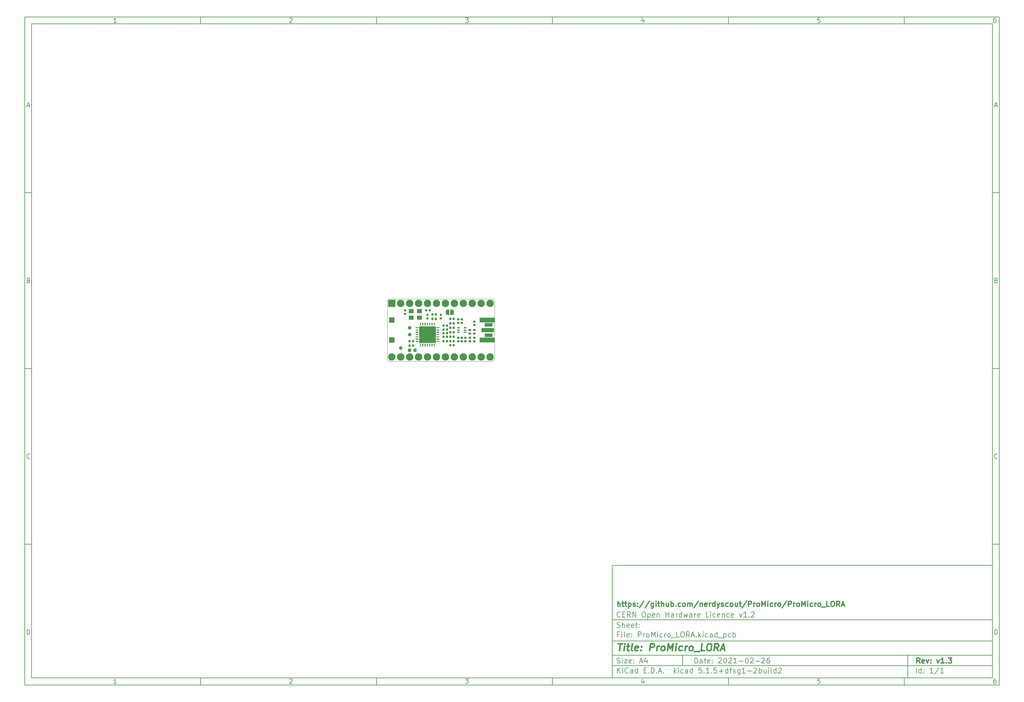
<source format=gbr>
G04 #@! TF.GenerationSoftware,KiCad,Pcbnew,5.1.5+dfsg1-2build2*
G04 #@! TF.CreationDate,2021-03-15T22:56:18+01:00*
G04 #@! TF.ProjectId,ProMicro_LORA,50726f4d-6963-4726-9f5f-4c4f52412e6b,v1.3*
G04 #@! TF.SameCoordinates,Original*
G04 #@! TF.FileFunction,Soldermask,Top*
G04 #@! TF.FilePolarity,Negative*
%FSLAX46Y46*%
G04 Gerber Fmt 4.6, Leading zero omitted, Abs format (unit mm)*
G04 Created by KiCad*
%MOMM*%
%LPD*%
G04 APERTURE LIST*
%ADD10C,0.100000*%
%ADD11C,0.150000*%
%ADD12C,0.300000*%
%ADD13C,0.400000*%
%ADD14R,2.100000X2.100000*%
%ADD15C,2.100000*%
%ADD16R,4.800000X4.800000*%
%ADD17R,2.200000X1.050000*%
%ADD18R,1.050000X1.000000*%
%ADD19R,1.500000X1.500000*%
%ADD20R,0.650000X0.400000*%
%ADD21R,3.600000X1.270000*%
%ADD22R,4.200000X1.350000*%
%ADD23C,1.000000*%
%ADD24R,1.400000X1.200000*%
G04 APERTURE END LIST*
D10*
D11*
X177002200Y-166007200D02*
X177002200Y-198007200D01*
X285002200Y-198007200D01*
X285002200Y-166007200D01*
X177002200Y-166007200D01*
D10*
D11*
X10000000Y-10000000D02*
X10000000Y-200007200D01*
X287002200Y-200007200D01*
X287002200Y-10000000D01*
X10000000Y-10000000D01*
D10*
D11*
X12000000Y-12000000D02*
X12000000Y-198007200D01*
X285002200Y-198007200D01*
X285002200Y-12000000D01*
X12000000Y-12000000D01*
D10*
D11*
X60000000Y-12000000D02*
X60000000Y-10000000D01*
D10*
D11*
X110000000Y-12000000D02*
X110000000Y-10000000D01*
D10*
D11*
X160000000Y-12000000D02*
X160000000Y-10000000D01*
D10*
D11*
X210000000Y-12000000D02*
X210000000Y-10000000D01*
D10*
D11*
X260000000Y-12000000D02*
X260000000Y-10000000D01*
D10*
D11*
X36065476Y-11588095D02*
X35322619Y-11588095D01*
X35694047Y-11588095D02*
X35694047Y-10288095D01*
X35570238Y-10473809D01*
X35446428Y-10597619D01*
X35322619Y-10659523D01*
D10*
D11*
X85322619Y-10411904D02*
X85384523Y-10350000D01*
X85508333Y-10288095D01*
X85817857Y-10288095D01*
X85941666Y-10350000D01*
X86003571Y-10411904D01*
X86065476Y-10535714D01*
X86065476Y-10659523D01*
X86003571Y-10845238D01*
X85260714Y-11588095D01*
X86065476Y-11588095D01*
D10*
D11*
X135260714Y-10288095D02*
X136065476Y-10288095D01*
X135632142Y-10783333D01*
X135817857Y-10783333D01*
X135941666Y-10845238D01*
X136003571Y-10907142D01*
X136065476Y-11030952D01*
X136065476Y-11340476D01*
X136003571Y-11464285D01*
X135941666Y-11526190D01*
X135817857Y-11588095D01*
X135446428Y-11588095D01*
X135322619Y-11526190D01*
X135260714Y-11464285D01*
D10*
D11*
X185941666Y-10721428D02*
X185941666Y-11588095D01*
X185632142Y-10226190D02*
X185322619Y-11154761D01*
X186127380Y-11154761D01*
D10*
D11*
X236003571Y-10288095D02*
X235384523Y-10288095D01*
X235322619Y-10907142D01*
X235384523Y-10845238D01*
X235508333Y-10783333D01*
X235817857Y-10783333D01*
X235941666Y-10845238D01*
X236003571Y-10907142D01*
X236065476Y-11030952D01*
X236065476Y-11340476D01*
X236003571Y-11464285D01*
X235941666Y-11526190D01*
X235817857Y-11588095D01*
X235508333Y-11588095D01*
X235384523Y-11526190D01*
X235322619Y-11464285D01*
D10*
D11*
X285941666Y-10288095D02*
X285694047Y-10288095D01*
X285570238Y-10350000D01*
X285508333Y-10411904D01*
X285384523Y-10597619D01*
X285322619Y-10845238D01*
X285322619Y-11340476D01*
X285384523Y-11464285D01*
X285446428Y-11526190D01*
X285570238Y-11588095D01*
X285817857Y-11588095D01*
X285941666Y-11526190D01*
X286003571Y-11464285D01*
X286065476Y-11340476D01*
X286065476Y-11030952D01*
X286003571Y-10907142D01*
X285941666Y-10845238D01*
X285817857Y-10783333D01*
X285570238Y-10783333D01*
X285446428Y-10845238D01*
X285384523Y-10907142D01*
X285322619Y-11030952D01*
D10*
D11*
X60000000Y-198007200D02*
X60000000Y-200007200D01*
D10*
D11*
X110000000Y-198007200D02*
X110000000Y-200007200D01*
D10*
D11*
X160000000Y-198007200D02*
X160000000Y-200007200D01*
D10*
D11*
X210000000Y-198007200D02*
X210000000Y-200007200D01*
D10*
D11*
X260000000Y-198007200D02*
X260000000Y-200007200D01*
D10*
D11*
X36065476Y-199595295D02*
X35322619Y-199595295D01*
X35694047Y-199595295D02*
X35694047Y-198295295D01*
X35570238Y-198481009D01*
X35446428Y-198604819D01*
X35322619Y-198666723D01*
D10*
D11*
X85322619Y-198419104D02*
X85384523Y-198357200D01*
X85508333Y-198295295D01*
X85817857Y-198295295D01*
X85941666Y-198357200D01*
X86003571Y-198419104D01*
X86065476Y-198542914D01*
X86065476Y-198666723D01*
X86003571Y-198852438D01*
X85260714Y-199595295D01*
X86065476Y-199595295D01*
D10*
D11*
X135260714Y-198295295D02*
X136065476Y-198295295D01*
X135632142Y-198790533D01*
X135817857Y-198790533D01*
X135941666Y-198852438D01*
X136003571Y-198914342D01*
X136065476Y-199038152D01*
X136065476Y-199347676D01*
X136003571Y-199471485D01*
X135941666Y-199533390D01*
X135817857Y-199595295D01*
X135446428Y-199595295D01*
X135322619Y-199533390D01*
X135260714Y-199471485D01*
D10*
D11*
X185941666Y-198728628D02*
X185941666Y-199595295D01*
X185632142Y-198233390D02*
X185322619Y-199161961D01*
X186127380Y-199161961D01*
D10*
D11*
X236003571Y-198295295D02*
X235384523Y-198295295D01*
X235322619Y-198914342D01*
X235384523Y-198852438D01*
X235508333Y-198790533D01*
X235817857Y-198790533D01*
X235941666Y-198852438D01*
X236003571Y-198914342D01*
X236065476Y-199038152D01*
X236065476Y-199347676D01*
X236003571Y-199471485D01*
X235941666Y-199533390D01*
X235817857Y-199595295D01*
X235508333Y-199595295D01*
X235384523Y-199533390D01*
X235322619Y-199471485D01*
D10*
D11*
X285941666Y-198295295D02*
X285694047Y-198295295D01*
X285570238Y-198357200D01*
X285508333Y-198419104D01*
X285384523Y-198604819D01*
X285322619Y-198852438D01*
X285322619Y-199347676D01*
X285384523Y-199471485D01*
X285446428Y-199533390D01*
X285570238Y-199595295D01*
X285817857Y-199595295D01*
X285941666Y-199533390D01*
X286003571Y-199471485D01*
X286065476Y-199347676D01*
X286065476Y-199038152D01*
X286003571Y-198914342D01*
X285941666Y-198852438D01*
X285817857Y-198790533D01*
X285570238Y-198790533D01*
X285446428Y-198852438D01*
X285384523Y-198914342D01*
X285322619Y-199038152D01*
D10*
D11*
X10000000Y-60000000D02*
X12000000Y-60000000D01*
D10*
D11*
X10000000Y-110000000D02*
X12000000Y-110000000D01*
D10*
D11*
X10000000Y-160000000D02*
X12000000Y-160000000D01*
D10*
D11*
X10690476Y-35216666D02*
X11309523Y-35216666D01*
X10566666Y-35588095D02*
X11000000Y-34288095D01*
X11433333Y-35588095D01*
D10*
D11*
X11092857Y-84907142D02*
X11278571Y-84969047D01*
X11340476Y-85030952D01*
X11402380Y-85154761D01*
X11402380Y-85340476D01*
X11340476Y-85464285D01*
X11278571Y-85526190D01*
X11154761Y-85588095D01*
X10659523Y-85588095D01*
X10659523Y-84288095D01*
X11092857Y-84288095D01*
X11216666Y-84350000D01*
X11278571Y-84411904D01*
X11340476Y-84535714D01*
X11340476Y-84659523D01*
X11278571Y-84783333D01*
X11216666Y-84845238D01*
X11092857Y-84907142D01*
X10659523Y-84907142D01*
D10*
D11*
X11402380Y-135464285D02*
X11340476Y-135526190D01*
X11154761Y-135588095D01*
X11030952Y-135588095D01*
X10845238Y-135526190D01*
X10721428Y-135402380D01*
X10659523Y-135278571D01*
X10597619Y-135030952D01*
X10597619Y-134845238D01*
X10659523Y-134597619D01*
X10721428Y-134473809D01*
X10845238Y-134350000D01*
X11030952Y-134288095D01*
X11154761Y-134288095D01*
X11340476Y-134350000D01*
X11402380Y-134411904D01*
D10*
D11*
X10659523Y-185588095D02*
X10659523Y-184288095D01*
X10969047Y-184288095D01*
X11154761Y-184350000D01*
X11278571Y-184473809D01*
X11340476Y-184597619D01*
X11402380Y-184845238D01*
X11402380Y-185030952D01*
X11340476Y-185278571D01*
X11278571Y-185402380D01*
X11154761Y-185526190D01*
X10969047Y-185588095D01*
X10659523Y-185588095D01*
D10*
D11*
X287002200Y-60000000D02*
X285002200Y-60000000D01*
D10*
D11*
X287002200Y-110000000D02*
X285002200Y-110000000D01*
D10*
D11*
X287002200Y-160000000D02*
X285002200Y-160000000D01*
D10*
D11*
X285692676Y-35216666D02*
X286311723Y-35216666D01*
X285568866Y-35588095D02*
X286002200Y-34288095D01*
X286435533Y-35588095D01*
D10*
D11*
X286095057Y-84907142D02*
X286280771Y-84969047D01*
X286342676Y-85030952D01*
X286404580Y-85154761D01*
X286404580Y-85340476D01*
X286342676Y-85464285D01*
X286280771Y-85526190D01*
X286156961Y-85588095D01*
X285661723Y-85588095D01*
X285661723Y-84288095D01*
X286095057Y-84288095D01*
X286218866Y-84350000D01*
X286280771Y-84411904D01*
X286342676Y-84535714D01*
X286342676Y-84659523D01*
X286280771Y-84783333D01*
X286218866Y-84845238D01*
X286095057Y-84907142D01*
X285661723Y-84907142D01*
D10*
D11*
X286404580Y-135464285D02*
X286342676Y-135526190D01*
X286156961Y-135588095D01*
X286033152Y-135588095D01*
X285847438Y-135526190D01*
X285723628Y-135402380D01*
X285661723Y-135278571D01*
X285599819Y-135030952D01*
X285599819Y-134845238D01*
X285661723Y-134597619D01*
X285723628Y-134473809D01*
X285847438Y-134350000D01*
X286033152Y-134288095D01*
X286156961Y-134288095D01*
X286342676Y-134350000D01*
X286404580Y-134411904D01*
D10*
D11*
X285661723Y-185588095D02*
X285661723Y-184288095D01*
X285971247Y-184288095D01*
X286156961Y-184350000D01*
X286280771Y-184473809D01*
X286342676Y-184597619D01*
X286404580Y-184845238D01*
X286404580Y-185030952D01*
X286342676Y-185278571D01*
X286280771Y-185402380D01*
X286156961Y-185526190D01*
X285971247Y-185588095D01*
X285661723Y-185588095D01*
D10*
D11*
X200434342Y-193785771D02*
X200434342Y-192285771D01*
X200791485Y-192285771D01*
X201005771Y-192357200D01*
X201148628Y-192500057D01*
X201220057Y-192642914D01*
X201291485Y-192928628D01*
X201291485Y-193142914D01*
X201220057Y-193428628D01*
X201148628Y-193571485D01*
X201005771Y-193714342D01*
X200791485Y-193785771D01*
X200434342Y-193785771D01*
X202577200Y-193785771D02*
X202577200Y-193000057D01*
X202505771Y-192857200D01*
X202362914Y-192785771D01*
X202077200Y-192785771D01*
X201934342Y-192857200D01*
X202577200Y-193714342D02*
X202434342Y-193785771D01*
X202077200Y-193785771D01*
X201934342Y-193714342D01*
X201862914Y-193571485D01*
X201862914Y-193428628D01*
X201934342Y-193285771D01*
X202077200Y-193214342D01*
X202434342Y-193214342D01*
X202577200Y-193142914D01*
X203077200Y-192785771D02*
X203648628Y-192785771D01*
X203291485Y-192285771D02*
X203291485Y-193571485D01*
X203362914Y-193714342D01*
X203505771Y-193785771D01*
X203648628Y-193785771D01*
X204720057Y-193714342D02*
X204577200Y-193785771D01*
X204291485Y-193785771D01*
X204148628Y-193714342D01*
X204077200Y-193571485D01*
X204077200Y-193000057D01*
X204148628Y-192857200D01*
X204291485Y-192785771D01*
X204577200Y-192785771D01*
X204720057Y-192857200D01*
X204791485Y-193000057D01*
X204791485Y-193142914D01*
X204077200Y-193285771D01*
X205434342Y-193642914D02*
X205505771Y-193714342D01*
X205434342Y-193785771D01*
X205362914Y-193714342D01*
X205434342Y-193642914D01*
X205434342Y-193785771D01*
X205434342Y-192857200D02*
X205505771Y-192928628D01*
X205434342Y-193000057D01*
X205362914Y-192928628D01*
X205434342Y-192857200D01*
X205434342Y-193000057D01*
X207220057Y-192428628D02*
X207291485Y-192357200D01*
X207434342Y-192285771D01*
X207791485Y-192285771D01*
X207934342Y-192357200D01*
X208005771Y-192428628D01*
X208077200Y-192571485D01*
X208077200Y-192714342D01*
X208005771Y-192928628D01*
X207148628Y-193785771D01*
X208077200Y-193785771D01*
X209005771Y-192285771D02*
X209148628Y-192285771D01*
X209291485Y-192357200D01*
X209362914Y-192428628D01*
X209434342Y-192571485D01*
X209505771Y-192857200D01*
X209505771Y-193214342D01*
X209434342Y-193500057D01*
X209362914Y-193642914D01*
X209291485Y-193714342D01*
X209148628Y-193785771D01*
X209005771Y-193785771D01*
X208862914Y-193714342D01*
X208791485Y-193642914D01*
X208720057Y-193500057D01*
X208648628Y-193214342D01*
X208648628Y-192857200D01*
X208720057Y-192571485D01*
X208791485Y-192428628D01*
X208862914Y-192357200D01*
X209005771Y-192285771D01*
X210077200Y-192428628D02*
X210148628Y-192357200D01*
X210291485Y-192285771D01*
X210648628Y-192285771D01*
X210791485Y-192357200D01*
X210862914Y-192428628D01*
X210934342Y-192571485D01*
X210934342Y-192714342D01*
X210862914Y-192928628D01*
X210005771Y-193785771D01*
X210934342Y-193785771D01*
X212362914Y-193785771D02*
X211505771Y-193785771D01*
X211934342Y-193785771D02*
X211934342Y-192285771D01*
X211791485Y-192500057D01*
X211648628Y-192642914D01*
X211505771Y-192714342D01*
X213005771Y-193214342D02*
X214148628Y-193214342D01*
X215148628Y-192285771D02*
X215291485Y-192285771D01*
X215434342Y-192357200D01*
X215505771Y-192428628D01*
X215577200Y-192571485D01*
X215648628Y-192857200D01*
X215648628Y-193214342D01*
X215577200Y-193500057D01*
X215505771Y-193642914D01*
X215434342Y-193714342D01*
X215291485Y-193785771D01*
X215148628Y-193785771D01*
X215005771Y-193714342D01*
X214934342Y-193642914D01*
X214862914Y-193500057D01*
X214791485Y-193214342D01*
X214791485Y-192857200D01*
X214862914Y-192571485D01*
X214934342Y-192428628D01*
X215005771Y-192357200D01*
X215148628Y-192285771D01*
X216220057Y-192428628D02*
X216291485Y-192357200D01*
X216434342Y-192285771D01*
X216791485Y-192285771D01*
X216934342Y-192357200D01*
X217005771Y-192428628D01*
X217077200Y-192571485D01*
X217077200Y-192714342D01*
X217005771Y-192928628D01*
X216148628Y-193785771D01*
X217077200Y-193785771D01*
X217720057Y-193214342D02*
X218862914Y-193214342D01*
X219505771Y-192428628D02*
X219577200Y-192357200D01*
X219720057Y-192285771D01*
X220077200Y-192285771D01*
X220220057Y-192357200D01*
X220291485Y-192428628D01*
X220362914Y-192571485D01*
X220362914Y-192714342D01*
X220291485Y-192928628D01*
X219434342Y-193785771D01*
X220362914Y-193785771D01*
X221648628Y-192285771D02*
X221362914Y-192285771D01*
X221220057Y-192357200D01*
X221148628Y-192428628D01*
X221005771Y-192642914D01*
X220934342Y-192928628D01*
X220934342Y-193500057D01*
X221005771Y-193642914D01*
X221077200Y-193714342D01*
X221220057Y-193785771D01*
X221505771Y-193785771D01*
X221648628Y-193714342D01*
X221720057Y-193642914D01*
X221791485Y-193500057D01*
X221791485Y-193142914D01*
X221720057Y-193000057D01*
X221648628Y-192928628D01*
X221505771Y-192857200D01*
X221220057Y-192857200D01*
X221077200Y-192928628D01*
X221005771Y-193000057D01*
X220934342Y-193142914D01*
D10*
D11*
X177002200Y-194507200D02*
X285002200Y-194507200D01*
D10*
D11*
X178434342Y-196585771D02*
X178434342Y-195085771D01*
X179291485Y-196585771D02*
X178648628Y-195728628D01*
X179291485Y-195085771D02*
X178434342Y-195942914D01*
X179934342Y-196585771D02*
X179934342Y-195585771D01*
X179934342Y-195085771D02*
X179862914Y-195157200D01*
X179934342Y-195228628D01*
X180005771Y-195157200D01*
X179934342Y-195085771D01*
X179934342Y-195228628D01*
X181505771Y-196442914D02*
X181434342Y-196514342D01*
X181220057Y-196585771D01*
X181077200Y-196585771D01*
X180862914Y-196514342D01*
X180720057Y-196371485D01*
X180648628Y-196228628D01*
X180577200Y-195942914D01*
X180577200Y-195728628D01*
X180648628Y-195442914D01*
X180720057Y-195300057D01*
X180862914Y-195157200D01*
X181077200Y-195085771D01*
X181220057Y-195085771D01*
X181434342Y-195157200D01*
X181505771Y-195228628D01*
X182791485Y-196585771D02*
X182791485Y-195800057D01*
X182720057Y-195657200D01*
X182577200Y-195585771D01*
X182291485Y-195585771D01*
X182148628Y-195657200D01*
X182791485Y-196514342D02*
X182648628Y-196585771D01*
X182291485Y-196585771D01*
X182148628Y-196514342D01*
X182077200Y-196371485D01*
X182077200Y-196228628D01*
X182148628Y-196085771D01*
X182291485Y-196014342D01*
X182648628Y-196014342D01*
X182791485Y-195942914D01*
X184148628Y-196585771D02*
X184148628Y-195085771D01*
X184148628Y-196514342D02*
X184005771Y-196585771D01*
X183720057Y-196585771D01*
X183577200Y-196514342D01*
X183505771Y-196442914D01*
X183434342Y-196300057D01*
X183434342Y-195871485D01*
X183505771Y-195728628D01*
X183577200Y-195657200D01*
X183720057Y-195585771D01*
X184005771Y-195585771D01*
X184148628Y-195657200D01*
X186005771Y-195800057D02*
X186505771Y-195800057D01*
X186720057Y-196585771D02*
X186005771Y-196585771D01*
X186005771Y-195085771D01*
X186720057Y-195085771D01*
X187362914Y-196442914D02*
X187434342Y-196514342D01*
X187362914Y-196585771D01*
X187291485Y-196514342D01*
X187362914Y-196442914D01*
X187362914Y-196585771D01*
X188077200Y-196585771D02*
X188077200Y-195085771D01*
X188434342Y-195085771D01*
X188648628Y-195157200D01*
X188791485Y-195300057D01*
X188862914Y-195442914D01*
X188934342Y-195728628D01*
X188934342Y-195942914D01*
X188862914Y-196228628D01*
X188791485Y-196371485D01*
X188648628Y-196514342D01*
X188434342Y-196585771D01*
X188077200Y-196585771D01*
X189577200Y-196442914D02*
X189648628Y-196514342D01*
X189577200Y-196585771D01*
X189505771Y-196514342D01*
X189577200Y-196442914D01*
X189577200Y-196585771D01*
X190220057Y-196157200D02*
X190934342Y-196157200D01*
X190077200Y-196585771D02*
X190577200Y-195085771D01*
X191077200Y-196585771D01*
X191577200Y-196442914D02*
X191648628Y-196514342D01*
X191577200Y-196585771D01*
X191505771Y-196514342D01*
X191577200Y-196442914D01*
X191577200Y-196585771D01*
X194577200Y-196585771D02*
X194577200Y-195085771D01*
X194720057Y-196014342D02*
X195148628Y-196585771D01*
X195148628Y-195585771D02*
X194577200Y-196157200D01*
X195791485Y-196585771D02*
X195791485Y-195585771D01*
X195791485Y-195085771D02*
X195720057Y-195157200D01*
X195791485Y-195228628D01*
X195862914Y-195157200D01*
X195791485Y-195085771D01*
X195791485Y-195228628D01*
X197148628Y-196514342D02*
X197005771Y-196585771D01*
X196720057Y-196585771D01*
X196577200Y-196514342D01*
X196505771Y-196442914D01*
X196434342Y-196300057D01*
X196434342Y-195871485D01*
X196505771Y-195728628D01*
X196577200Y-195657200D01*
X196720057Y-195585771D01*
X197005771Y-195585771D01*
X197148628Y-195657200D01*
X198434342Y-196585771D02*
X198434342Y-195800057D01*
X198362914Y-195657200D01*
X198220057Y-195585771D01*
X197934342Y-195585771D01*
X197791485Y-195657200D01*
X198434342Y-196514342D02*
X198291485Y-196585771D01*
X197934342Y-196585771D01*
X197791485Y-196514342D01*
X197720057Y-196371485D01*
X197720057Y-196228628D01*
X197791485Y-196085771D01*
X197934342Y-196014342D01*
X198291485Y-196014342D01*
X198434342Y-195942914D01*
X199791485Y-196585771D02*
X199791485Y-195085771D01*
X199791485Y-196514342D02*
X199648628Y-196585771D01*
X199362914Y-196585771D01*
X199220057Y-196514342D01*
X199148628Y-196442914D01*
X199077200Y-196300057D01*
X199077200Y-195871485D01*
X199148628Y-195728628D01*
X199220057Y-195657200D01*
X199362914Y-195585771D01*
X199648628Y-195585771D01*
X199791485Y-195657200D01*
X202362914Y-195085771D02*
X201648628Y-195085771D01*
X201577200Y-195800057D01*
X201648628Y-195728628D01*
X201791485Y-195657200D01*
X202148628Y-195657200D01*
X202291485Y-195728628D01*
X202362914Y-195800057D01*
X202434342Y-195942914D01*
X202434342Y-196300057D01*
X202362914Y-196442914D01*
X202291485Y-196514342D01*
X202148628Y-196585771D01*
X201791485Y-196585771D01*
X201648628Y-196514342D01*
X201577200Y-196442914D01*
X203077200Y-196442914D02*
X203148628Y-196514342D01*
X203077200Y-196585771D01*
X203005771Y-196514342D01*
X203077200Y-196442914D01*
X203077200Y-196585771D01*
X204577200Y-196585771D02*
X203720057Y-196585771D01*
X204148628Y-196585771D02*
X204148628Y-195085771D01*
X204005771Y-195300057D01*
X203862914Y-195442914D01*
X203720057Y-195514342D01*
X205220057Y-196442914D02*
X205291485Y-196514342D01*
X205220057Y-196585771D01*
X205148628Y-196514342D01*
X205220057Y-196442914D01*
X205220057Y-196585771D01*
X206648628Y-195085771D02*
X205934342Y-195085771D01*
X205862914Y-195800057D01*
X205934342Y-195728628D01*
X206077200Y-195657200D01*
X206434342Y-195657200D01*
X206577200Y-195728628D01*
X206648628Y-195800057D01*
X206720057Y-195942914D01*
X206720057Y-196300057D01*
X206648628Y-196442914D01*
X206577200Y-196514342D01*
X206434342Y-196585771D01*
X206077200Y-196585771D01*
X205934342Y-196514342D01*
X205862914Y-196442914D01*
X207362914Y-196014342D02*
X208505771Y-196014342D01*
X207934342Y-196585771D02*
X207934342Y-195442914D01*
X209862914Y-196585771D02*
X209862914Y-195085771D01*
X209862914Y-196514342D02*
X209720057Y-196585771D01*
X209434342Y-196585771D01*
X209291485Y-196514342D01*
X209220057Y-196442914D01*
X209148628Y-196300057D01*
X209148628Y-195871485D01*
X209220057Y-195728628D01*
X209291485Y-195657200D01*
X209434342Y-195585771D01*
X209720057Y-195585771D01*
X209862914Y-195657200D01*
X210362914Y-195585771D02*
X210934342Y-195585771D01*
X210577200Y-196585771D02*
X210577200Y-195300057D01*
X210648628Y-195157200D01*
X210791485Y-195085771D01*
X210934342Y-195085771D01*
X211362914Y-196514342D02*
X211505771Y-196585771D01*
X211791485Y-196585771D01*
X211934342Y-196514342D01*
X212005771Y-196371485D01*
X212005771Y-196300057D01*
X211934342Y-196157200D01*
X211791485Y-196085771D01*
X211577200Y-196085771D01*
X211434342Y-196014342D01*
X211362914Y-195871485D01*
X211362914Y-195800057D01*
X211434342Y-195657200D01*
X211577200Y-195585771D01*
X211791485Y-195585771D01*
X211934342Y-195657200D01*
X213291485Y-195585771D02*
X213291485Y-196800057D01*
X213220057Y-196942914D01*
X213148628Y-197014342D01*
X213005771Y-197085771D01*
X212791485Y-197085771D01*
X212648628Y-197014342D01*
X213291485Y-196514342D02*
X213148628Y-196585771D01*
X212862914Y-196585771D01*
X212720057Y-196514342D01*
X212648628Y-196442914D01*
X212577200Y-196300057D01*
X212577200Y-195871485D01*
X212648628Y-195728628D01*
X212720057Y-195657200D01*
X212862914Y-195585771D01*
X213148628Y-195585771D01*
X213291485Y-195657200D01*
X214791485Y-196585771D02*
X213934342Y-196585771D01*
X214362914Y-196585771D02*
X214362914Y-195085771D01*
X214220057Y-195300057D01*
X214077200Y-195442914D01*
X213934342Y-195514342D01*
X215434342Y-196014342D02*
X216577200Y-196014342D01*
X217220057Y-195228628D02*
X217291485Y-195157200D01*
X217434342Y-195085771D01*
X217791485Y-195085771D01*
X217934342Y-195157200D01*
X218005771Y-195228628D01*
X218077200Y-195371485D01*
X218077200Y-195514342D01*
X218005771Y-195728628D01*
X217148628Y-196585771D01*
X218077200Y-196585771D01*
X218720057Y-196585771D02*
X218720057Y-195085771D01*
X218720057Y-195657200D02*
X218862914Y-195585771D01*
X219148628Y-195585771D01*
X219291485Y-195657200D01*
X219362914Y-195728628D01*
X219434342Y-195871485D01*
X219434342Y-196300057D01*
X219362914Y-196442914D01*
X219291485Y-196514342D01*
X219148628Y-196585771D01*
X218862914Y-196585771D01*
X218720057Y-196514342D01*
X220720057Y-195585771D02*
X220720057Y-196585771D01*
X220077200Y-195585771D02*
X220077200Y-196371485D01*
X220148628Y-196514342D01*
X220291485Y-196585771D01*
X220505771Y-196585771D01*
X220648628Y-196514342D01*
X220720057Y-196442914D01*
X221434342Y-196585771D02*
X221434342Y-195585771D01*
X221434342Y-195085771D02*
X221362914Y-195157200D01*
X221434342Y-195228628D01*
X221505771Y-195157200D01*
X221434342Y-195085771D01*
X221434342Y-195228628D01*
X222362914Y-196585771D02*
X222220057Y-196514342D01*
X222148628Y-196371485D01*
X222148628Y-195085771D01*
X223577200Y-196585771D02*
X223577200Y-195085771D01*
X223577200Y-196514342D02*
X223434342Y-196585771D01*
X223148628Y-196585771D01*
X223005771Y-196514342D01*
X222934342Y-196442914D01*
X222862914Y-196300057D01*
X222862914Y-195871485D01*
X222934342Y-195728628D01*
X223005771Y-195657200D01*
X223148628Y-195585771D01*
X223434342Y-195585771D01*
X223577200Y-195657200D01*
X224220057Y-195228628D02*
X224291485Y-195157200D01*
X224434342Y-195085771D01*
X224791485Y-195085771D01*
X224934342Y-195157200D01*
X225005771Y-195228628D01*
X225077200Y-195371485D01*
X225077200Y-195514342D01*
X225005771Y-195728628D01*
X224148628Y-196585771D01*
X225077200Y-196585771D01*
D10*
D11*
X177002200Y-191507200D02*
X285002200Y-191507200D01*
D10*
D12*
X264411485Y-193785771D02*
X263911485Y-193071485D01*
X263554342Y-193785771D02*
X263554342Y-192285771D01*
X264125771Y-192285771D01*
X264268628Y-192357200D01*
X264340057Y-192428628D01*
X264411485Y-192571485D01*
X264411485Y-192785771D01*
X264340057Y-192928628D01*
X264268628Y-193000057D01*
X264125771Y-193071485D01*
X263554342Y-193071485D01*
X265625771Y-193714342D02*
X265482914Y-193785771D01*
X265197200Y-193785771D01*
X265054342Y-193714342D01*
X264982914Y-193571485D01*
X264982914Y-193000057D01*
X265054342Y-192857200D01*
X265197200Y-192785771D01*
X265482914Y-192785771D01*
X265625771Y-192857200D01*
X265697200Y-193000057D01*
X265697200Y-193142914D01*
X264982914Y-193285771D01*
X266197200Y-192785771D02*
X266554342Y-193785771D01*
X266911485Y-192785771D01*
X267482914Y-193642914D02*
X267554342Y-193714342D01*
X267482914Y-193785771D01*
X267411485Y-193714342D01*
X267482914Y-193642914D01*
X267482914Y-193785771D01*
X267482914Y-192857200D02*
X267554342Y-192928628D01*
X267482914Y-193000057D01*
X267411485Y-192928628D01*
X267482914Y-192857200D01*
X267482914Y-193000057D01*
X269197200Y-192785771D02*
X269554342Y-193785771D01*
X269911485Y-192785771D01*
X271268628Y-193785771D02*
X270411485Y-193785771D01*
X270840057Y-193785771D02*
X270840057Y-192285771D01*
X270697200Y-192500057D01*
X270554342Y-192642914D01*
X270411485Y-192714342D01*
X271911485Y-193642914D02*
X271982914Y-193714342D01*
X271911485Y-193785771D01*
X271840057Y-193714342D01*
X271911485Y-193642914D01*
X271911485Y-193785771D01*
X272482914Y-192285771D02*
X273411485Y-192285771D01*
X272911485Y-192857200D01*
X273125771Y-192857200D01*
X273268628Y-192928628D01*
X273340057Y-193000057D01*
X273411485Y-193142914D01*
X273411485Y-193500057D01*
X273340057Y-193642914D01*
X273268628Y-193714342D01*
X273125771Y-193785771D01*
X272697200Y-193785771D01*
X272554342Y-193714342D01*
X272482914Y-193642914D01*
D10*
D11*
X178362914Y-193714342D02*
X178577200Y-193785771D01*
X178934342Y-193785771D01*
X179077200Y-193714342D01*
X179148628Y-193642914D01*
X179220057Y-193500057D01*
X179220057Y-193357200D01*
X179148628Y-193214342D01*
X179077200Y-193142914D01*
X178934342Y-193071485D01*
X178648628Y-193000057D01*
X178505771Y-192928628D01*
X178434342Y-192857200D01*
X178362914Y-192714342D01*
X178362914Y-192571485D01*
X178434342Y-192428628D01*
X178505771Y-192357200D01*
X178648628Y-192285771D01*
X179005771Y-192285771D01*
X179220057Y-192357200D01*
X179862914Y-193785771D02*
X179862914Y-192785771D01*
X179862914Y-192285771D02*
X179791485Y-192357200D01*
X179862914Y-192428628D01*
X179934342Y-192357200D01*
X179862914Y-192285771D01*
X179862914Y-192428628D01*
X180434342Y-192785771D02*
X181220057Y-192785771D01*
X180434342Y-193785771D01*
X181220057Y-193785771D01*
X182362914Y-193714342D02*
X182220057Y-193785771D01*
X181934342Y-193785771D01*
X181791485Y-193714342D01*
X181720057Y-193571485D01*
X181720057Y-193000057D01*
X181791485Y-192857200D01*
X181934342Y-192785771D01*
X182220057Y-192785771D01*
X182362914Y-192857200D01*
X182434342Y-193000057D01*
X182434342Y-193142914D01*
X181720057Y-193285771D01*
X183077200Y-193642914D02*
X183148628Y-193714342D01*
X183077200Y-193785771D01*
X183005771Y-193714342D01*
X183077200Y-193642914D01*
X183077200Y-193785771D01*
X183077200Y-192857200D02*
X183148628Y-192928628D01*
X183077200Y-193000057D01*
X183005771Y-192928628D01*
X183077200Y-192857200D01*
X183077200Y-193000057D01*
X184862914Y-193357200D02*
X185577200Y-193357200D01*
X184720057Y-193785771D02*
X185220057Y-192285771D01*
X185720057Y-193785771D01*
X186862914Y-192785771D02*
X186862914Y-193785771D01*
X186505771Y-192214342D02*
X186148628Y-193285771D01*
X187077200Y-193285771D01*
D10*
D11*
X263434342Y-196585771D02*
X263434342Y-195085771D01*
X264791485Y-196585771D02*
X264791485Y-195085771D01*
X264791485Y-196514342D02*
X264648628Y-196585771D01*
X264362914Y-196585771D01*
X264220057Y-196514342D01*
X264148628Y-196442914D01*
X264077200Y-196300057D01*
X264077200Y-195871485D01*
X264148628Y-195728628D01*
X264220057Y-195657200D01*
X264362914Y-195585771D01*
X264648628Y-195585771D01*
X264791485Y-195657200D01*
X265505771Y-196442914D02*
X265577200Y-196514342D01*
X265505771Y-196585771D01*
X265434342Y-196514342D01*
X265505771Y-196442914D01*
X265505771Y-196585771D01*
X265505771Y-195657200D02*
X265577200Y-195728628D01*
X265505771Y-195800057D01*
X265434342Y-195728628D01*
X265505771Y-195657200D01*
X265505771Y-195800057D01*
X268148628Y-196585771D02*
X267291485Y-196585771D01*
X267720057Y-196585771D02*
X267720057Y-195085771D01*
X267577200Y-195300057D01*
X267434342Y-195442914D01*
X267291485Y-195514342D01*
X269862914Y-195014342D02*
X268577200Y-196942914D01*
X271148628Y-196585771D02*
X270291485Y-196585771D01*
X270720057Y-196585771D02*
X270720057Y-195085771D01*
X270577200Y-195300057D01*
X270434342Y-195442914D01*
X270291485Y-195514342D01*
D10*
D11*
X177002200Y-187507200D02*
X285002200Y-187507200D01*
D10*
D13*
X178714580Y-188211961D02*
X179857438Y-188211961D01*
X179036009Y-190211961D02*
X179286009Y-188211961D01*
X180274104Y-190211961D02*
X180440771Y-188878628D01*
X180524104Y-188211961D02*
X180416961Y-188307200D01*
X180500295Y-188402438D01*
X180607438Y-188307200D01*
X180524104Y-188211961D01*
X180500295Y-188402438D01*
X181107438Y-188878628D02*
X181869342Y-188878628D01*
X181476485Y-188211961D02*
X181262200Y-189926247D01*
X181333628Y-190116723D01*
X181512200Y-190211961D01*
X181702676Y-190211961D01*
X182655057Y-190211961D02*
X182476485Y-190116723D01*
X182405057Y-189926247D01*
X182619342Y-188211961D01*
X184190771Y-190116723D02*
X183988390Y-190211961D01*
X183607438Y-190211961D01*
X183428866Y-190116723D01*
X183357438Y-189926247D01*
X183452676Y-189164342D01*
X183571723Y-188973866D01*
X183774104Y-188878628D01*
X184155057Y-188878628D01*
X184333628Y-188973866D01*
X184405057Y-189164342D01*
X184381247Y-189354819D01*
X183405057Y-189545295D01*
X185155057Y-190021485D02*
X185238390Y-190116723D01*
X185131247Y-190211961D01*
X185047914Y-190116723D01*
X185155057Y-190021485D01*
X185131247Y-190211961D01*
X185286009Y-188973866D02*
X185369342Y-189069104D01*
X185262200Y-189164342D01*
X185178866Y-189069104D01*
X185286009Y-188973866D01*
X185262200Y-189164342D01*
X187607438Y-190211961D02*
X187857438Y-188211961D01*
X188619342Y-188211961D01*
X188797914Y-188307200D01*
X188881247Y-188402438D01*
X188952676Y-188592914D01*
X188916961Y-188878628D01*
X188797914Y-189069104D01*
X188690771Y-189164342D01*
X188488390Y-189259580D01*
X187726485Y-189259580D01*
X189607438Y-190211961D02*
X189774104Y-188878628D01*
X189726485Y-189259580D02*
X189845533Y-189069104D01*
X189952676Y-188973866D01*
X190155057Y-188878628D01*
X190345533Y-188878628D01*
X191131247Y-190211961D02*
X190952676Y-190116723D01*
X190869342Y-190021485D01*
X190797914Y-189831009D01*
X190869342Y-189259580D01*
X190988390Y-189069104D01*
X191095533Y-188973866D01*
X191297914Y-188878628D01*
X191583628Y-188878628D01*
X191762200Y-188973866D01*
X191845533Y-189069104D01*
X191916961Y-189259580D01*
X191845533Y-189831009D01*
X191726485Y-190021485D01*
X191619342Y-190116723D01*
X191416961Y-190211961D01*
X191131247Y-190211961D01*
X192655057Y-190211961D02*
X192905057Y-188211961D01*
X193393152Y-189640533D01*
X194238390Y-188211961D01*
X193988390Y-190211961D01*
X194940771Y-190211961D02*
X195107438Y-188878628D01*
X195190771Y-188211961D02*
X195083628Y-188307200D01*
X195166961Y-188402438D01*
X195274104Y-188307200D01*
X195190771Y-188211961D01*
X195166961Y-188402438D01*
X196762200Y-190116723D02*
X196559819Y-190211961D01*
X196178866Y-190211961D01*
X196000295Y-190116723D01*
X195916961Y-190021485D01*
X195845533Y-189831009D01*
X195916961Y-189259580D01*
X196036009Y-189069104D01*
X196143152Y-188973866D01*
X196345533Y-188878628D01*
X196726485Y-188878628D01*
X196905057Y-188973866D01*
X197607438Y-190211961D02*
X197774104Y-188878628D01*
X197726485Y-189259580D02*
X197845533Y-189069104D01*
X197952676Y-188973866D01*
X198155057Y-188878628D01*
X198345533Y-188878628D01*
X199131247Y-190211961D02*
X198952676Y-190116723D01*
X198869342Y-190021485D01*
X198797914Y-189831009D01*
X198869342Y-189259580D01*
X198988390Y-189069104D01*
X199095533Y-188973866D01*
X199297914Y-188878628D01*
X199583628Y-188878628D01*
X199762200Y-188973866D01*
X199845533Y-189069104D01*
X199916961Y-189259580D01*
X199845533Y-189831009D01*
X199726485Y-190021485D01*
X199619342Y-190116723D01*
X199416961Y-190211961D01*
X199131247Y-190211961D01*
X200155057Y-190402438D02*
X201678866Y-190402438D01*
X203131247Y-190211961D02*
X202178866Y-190211961D01*
X202428866Y-188211961D01*
X204428866Y-188211961D02*
X204809819Y-188211961D01*
X204988390Y-188307200D01*
X205155057Y-188497676D01*
X205202676Y-188878628D01*
X205119342Y-189545295D01*
X204976485Y-189926247D01*
X204762200Y-190116723D01*
X204559819Y-190211961D01*
X204178866Y-190211961D01*
X204000295Y-190116723D01*
X203833628Y-189926247D01*
X203786009Y-189545295D01*
X203869342Y-188878628D01*
X204012200Y-188497676D01*
X204226485Y-188307200D01*
X204428866Y-188211961D01*
X207036009Y-190211961D02*
X206488390Y-189259580D01*
X205893152Y-190211961D02*
X206143152Y-188211961D01*
X206905057Y-188211961D01*
X207083628Y-188307200D01*
X207166961Y-188402438D01*
X207238390Y-188592914D01*
X207202676Y-188878628D01*
X207083628Y-189069104D01*
X206976485Y-189164342D01*
X206774104Y-189259580D01*
X206012200Y-189259580D01*
X207869342Y-189640533D02*
X208821723Y-189640533D01*
X207607438Y-190211961D02*
X208524104Y-188211961D01*
X208940771Y-190211961D01*
D10*
D11*
X178934342Y-185600057D02*
X178434342Y-185600057D01*
X178434342Y-186385771D02*
X178434342Y-184885771D01*
X179148628Y-184885771D01*
X179720057Y-186385771D02*
X179720057Y-185385771D01*
X179720057Y-184885771D02*
X179648628Y-184957200D01*
X179720057Y-185028628D01*
X179791485Y-184957200D01*
X179720057Y-184885771D01*
X179720057Y-185028628D01*
X180648628Y-186385771D02*
X180505771Y-186314342D01*
X180434342Y-186171485D01*
X180434342Y-184885771D01*
X181791485Y-186314342D02*
X181648628Y-186385771D01*
X181362914Y-186385771D01*
X181220057Y-186314342D01*
X181148628Y-186171485D01*
X181148628Y-185600057D01*
X181220057Y-185457200D01*
X181362914Y-185385771D01*
X181648628Y-185385771D01*
X181791485Y-185457200D01*
X181862914Y-185600057D01*
X181862914Y-185742914D01*
X181148628Y-185885771D01*
X182505771Y-186242914D02*
X182577200Y-186314342D01*
X182505771Y-186385771D01*
X182434342Y-186314342D01*
X182505771Y-186242914D01*
X182505771Y-186385771D01*
X182505771Y-185457200D02*
X182577200Y-185528628D01*
X182505771Y-185600057D01*
X182434342Y-185528628D01*
X182505771Y-185457200D01*
X182505771Y-185600057D01*
X184362914Y-186385771D02*
X184362914Y-184885771D01*
X184934342Y-184885771D01*
X185077200Y-184957200D01*
X185148628Y-185028628D01*
X185220057Y-185171485D01*
X185220057Y-185385771D01*
X185148628Y-185528628D01*
X185077200Y-185600057D01*
X184934342Y-185671485D01*
X184362914Y-185671485D01*
X185862914Y-186385771D02*
X185862914Y-185385771D01*
X185862914Y-185671485D02*
X185934342Y-185528628D01*
X186005771Y-185457200D01*
X186148628Y-185385771D01*
X186291485Y-185385771D01*
X187005771Y-186385771D02*
X186862914Y-186314342D01*
X186791485Y-186242914D01*
X186720057Y-186100057D01*
X186720057Y-185671485D01*
X186791485Y-185528628D01*
X186862914Y-185457200D01*
X187005771Y-185385771D01*
X187220057Y-185385771D01*
X187362914Y-185457200D01*
X187434342Y-185528628D01*
X187505771Y-185671485D01*
X187505771Y-186100057D01*
X187434342Y-186242914D01*
X187362914Y-186314342D01*
X187220057Y-186385771D01*
X187005771Y-186385771D01*
X188148628Y-186385771D02*
X188148628Y-184885771D01*
X188648628Y-185957200D01*
X189148628Y-184885771D01*
X189148628Y-186385771D01*
X189862914Y-186385771D02*
X189862914Y-185385771D01*
X189862914Y-184885771D02*
X189791485Y-184957200D01*
X189862914Y-185028628D01*
X189934342Y-184957200D01*
X189862914Y-184885771D01*
X189862914Y-185028628D01*
X191220057Y-186314342D02*
X191077200Y-186385771D01*
X190791485Y-186385771D01*
X190648628Y-186314342D01*
X190577200Y-186242914D01*
X190505771Y-186100057D01*
X190505771Y-185671485D01*
X190577200Y-185528628D01*
X190648628Y-185457200D01*
X190791485Y-185385771D01*
X191077200Y-185385771D01*
X191220057Y-185457200D01*
X191862914Y-186385771D02*
X191862914Y-185385771D01*
X191862914Y-185671485D02*
X191934342Y-185528628D01*
X192005771Y-185457200D01*
X192148628Y-185385771D01*
X192291485Y-185385771D01*
X193005771Y-186385771D02*
X192862914Y-186314342D01*
X192791485Y-186242914D01*
X192720057Y-186100057D01*
X192720057Y-185671485D01*
X192791485Y-185528628D01*
X192862914Y-185457200D01*
X193005771Y-185385771D01*
X193220057Y-185385771D01*
X193362914Y-185457200D01*
X193434342Y-185528628D01*
X193505771Y-185671485D01*
X193505771Y-186100057D01*
X193434342Y-186242914D01*
X193362914Y-186314342D01*
X193220057Y-186385771D01*
X193005771Y-186385771D01*
X193791485Y-186528628D02*
X194934342Y-186528628D01*
X196005771Y-186385771D02*
X195291485Y-186385771D01*
X195291485Y-184885771D01*
X196791485Y-184885771D02*
X197077200Y-184885771D01*
X197220057Y-184957200D01*
X197362914Y-185100057D01*
X197434342Y-185385771D01*
X197434342Y-185885771D01*
X197362914Y-186171485D01*
X197220057Y-186314342D01*
X197077200Y-186385771D01*
X196791485Y-186385771D01*
X196648628Y-186314342D01*
X196505771Y-186171485D01*
X196434342Y-185885771D01*
X196434342Y-185385771D01*
X196505771Y-185100057D01*
X196648628Y-184957200D01*
X196791485Y-184885771D01*
X198934342Y-186385771D02*
X198434342Y-185671485D01*
X198077200Y-186385771D02*
X198077200Y-184885771D01*
X198648628Y-184885771D01*
X198791485Y-184957200D01*
X198862914Y-185028628D01*
X198934342Y-185171485D01*
X198934342Y-185385771D01*
X198862914Y-185528628D01*
X198791485Y-185600057D01*
X198648628Y-185671485D01*
X198077200Y-185671485D01*
X199505771Y-185957200D02*
X200220057Y-185957200D01*
X199362914Y-186385771D02*
X199862914Y-184885771D01*
X200362914Y-186385771D01*
X200862914Y-186242914D02*
X200934342Y-186314342D01*
X200862914Y-186385771D01*
X200791485Y-186314342D01*
X200862914Y-186242914D01*
X200862914Y-186385771D01*
X201577200Y-186385771D02*
X201577200Y-184885771D01*
X201720057Y-185814342D02*
X202148628Y-186385771D01*
X202148628Y-185385771D02*
X201577200Y-185957200D01*
X202791485Y-186385771D02*
X202791485Y-185385771D01*
X202791485Y-184885771D02*
X202720057Y-184957200D01*
X202791485Y-185028628D01*
X202862914Y-184957200D01*
X202791485Y-184885771D01*
X202791485Y-185028628D01*
X204148628Y-186314342D02*
X204005771Y-186385771D01*
X203720057Y-186385771D01*
X203577200Y-186314342D01*
X203505771Y-186242914D01*
X203434342Y-186100057D01*
X203434342Y-185671485D01*
X203505771Y-185528628D01*
X203577200Y-185457200D01*
X203720057Y-185385771D01*
X204005771Y-185385771D01*
X204148628Y-185457200D01*
X205434342Y-186385771D02*
X205434342Y-185600057D01*
X205362914Y-185457200D01*
X205220057Y-185385771D01*
X204934342Y-185385771D01*
X204791485Y-185457200D01*
X205434342Y-186314342D02*
X205291485Y-186385771D01*
X204934342Y-186385771D01*
X204791485Y-186314342D01*
X204720057Y-186171485D01*
X204720057Y-186028628D01*
X204791485Y-185885771D01*
X204934342Y-185814342D01*
X205291485Y-185814342D01*
X205434342Y-185742914D01*
X206791485Y-186385771D02*
X206791485Y-184885771D01*
X206791485Y-186314342D02*
X206648628Y-186385771D01*
X206362914Y-186385771D01*
X206220057Y-186314342D01*
X206148628Y-186242914D01*
X206077200Y-186100057D01*
X206077200Y-185671485D01*
X206148628Y-185528628D01*
X206220057Y-185457200D01*
X206362914Y-185385771D01*
X206648628Y-185385771D01*
X206791485Y-185457200D01*
X207148628Y-186528628D02*
X208291485Y-186528628D01*
X208648628Y-185385771D02*
X208648628Y-186885771D01*
X208648628Y-185457200D02*
X208791485Y-185385771D01*
X209077200Y-185385771D01*
X209220057Y-185457200D01*
X209291485Y-185528628D01*
X209362914Y-185671485D01*
X209362914Y-186100057D01*
X209291485Y-186242914D01*
X209220057Y-186314342D01*
X209077200Y-186385771D01*
X208791485Y-186385771D01*
X208648628Y-186314342D01*
X210648628Y-186314342D02*
X210505771Y-186385771D01*
X210220057Y-186385771D01*
X210077200Y-186314342D01*
X210005771Y-186242914D01*
X209934342Y-186100057D01*
X209934342Y-185671485D01*
X210005771Y-185528628D01*
X210077200Y-185457200D01*
X210220057Y-185385771D01*
X210505771Y-185385771D01*
X210648628Y-185457200D01*
X211291485Y-186385771D02*
X211291485Y-184885771D01*
X211291485Y-185457200D02*
X211434342Y-185385771D01*
X211720057Y-185385771D01*
X211862914Y-185457200D01*
X211934342Y-185528628D01*
X212005771Y-185671485D01*
X212005771Y-186100057D01*
X211934342Y-186242914D01*
X211862914Y-186314342D01*
X211720057Y-186385771D01*
X211434342Y-186385771D01*
X211291485Y-186314342D01*
D10*
D11*
X177002200Y-181507200D02*
X285002200Y-181507200D01*
D10*
D11*
X178362914Y-183614342D02*
X178577200Y-183685771D01*
X178934342Y-183685771D01*
X179077200Y-183614342D01*
X179148628Y-183542914D01*
X179220057Y-183400057D01*
X179220057Y-183257200D01*
X179148628Y-183114342D01*
X179077200Y-183042914D01*
X178934342Y-182971485D01*
X178648628Y-182900057D01*
X178505771Y-182828628D01*
X178434342Y-182757200D01*
X178362914Y-182614342D01*
X178362914Y-182471485D01*
X178434342Y-182328628D01*
X178505771Y-182257200D01*
X178648628Y-182185771D01*
X179005771Y-182185771D01*
X179220057Y-182257200D01*
X179862914Y-183685771D02*
X179862914Y-182185771D01*
X180505771Y-183685771D02*
X180505771Y-182900057D01*
X180434342Y-182757200D01*
X180291485Y-182685771D01*
X180077200Y-182685771D01*
X179934342Y-182757200D01*
X179862914Y-182828628D01*
X181791485Y-183614342D02*
X181648628Y-183685771D01*
X181362914Y-183685771D01*
X181220057Y-183614342D01*
X181148628Y-183471485D01*
X181148628Y-182900057D01*
X181220057Y-182757200D01*
X181362914Y-182685771D01*
X181648628Y-182685771D01*
X181791485Y-182757200D01*
X181862914Y-182900057D01*
X181862914Y-183042914D01*
X181148628Y-183185771D01*
X183077200Y-183614342D02*
X182934342Y-183685771D01*
X182648628Y-183685771D01*
X182505771Y-183614342D01*
X182434342Y-183471485D01*
X182434342Y-182900057D01*
X182505771Y-182757200D01*
X182648628Y-182685771D01*
X182934342Y-182685771D01*
X183077200Y-182757200D01*
X183148628Y-182900057D01*
X183148628Y-183042914D01*
X182434342Y-183185771D01*
X183577200Y-182685771D02*
X184148628Y-182685771D01*
X183791485Y-182185771D02*
X183791485Y-183471485D01*
X183862914Y-183614342D01*
X184005771Y-183685771D01*
X184148628Y-183685771D01*
X184648628Y-183542914D02*
X184720057Y-183614342D01*
X184648628Y-183685771D01*
X184577200Y-183614342D01*
X184648628Y-183542914D01*
X184648628Y-183685771D01*
X184648628Y-182757200D02*
X184720057Y-182828628D01*
X184648628Y-182900057D01*
X184577200Y-182828628D01*
X184648628Y-182757200D01*
X184648628Y-182900057D01*
D10*
D11*
X179291485Y-180542914D02*
X179220057Y-180614342D01*
X179005771Y-180685771D01*
X178862914Y-180685771D01*
X178648628Y-180614342D01*
X178505771Y-180471485D01*
X178434342Y-180328628D01*
X178362914Y-180042914D01*
X178362914Y-179828628D01*
X178434342Y-179542914D01*
X178505771Y-179400057D01*
X178648628Y-179257200D01*
X178862914Y-179185771D01*
X179005771Y-179185771D01*
X179220057Y-179257200D01*
X179291485Y-179328628D01*
X179934342Y-179900057D02*
X180434342Y-179900057D01*
X180648628Y-180685771D02*
X179934342Y-180685771D01*
X179934342Y-179185771D01*
X180648628Y-179185771D01*
X182148628Y-180685771D02*
X181648628Y-179971485D01*
X181291485Y-180685771D02*
X181291485Y-179185771D01*
X181862914Y-179185771D01*
X182005771Y-179257200D01*
X182077200Y-179328628D01*
X182148628Y-179471485D01*
X182148628Y-179685771D01*
X182077200Y-179828628D01*
X182005771Y-179900057D01*
X181862914Y-179971485D01*
X181291485Y-179971485D01*
X182791485Y-180685771D02*
X182791485Y-179185771D01*
X183648628Y-180685771D01*
X183648628Y-179185771D01*
X185791485Y-179185771D02*
X186077200Y-179185771D01*
X186220057Y-179257200D01*
X186362914Y-179400057D01*
X186434342Y-179685771D01*
X186434342Y-180185771D01*
X186362914Y-180471485D01*
X186220057Y-180614342D01*
X186077200Y-180685771D01*
X185791485Y-180685771D01*
X185648628Y-180614342D01*
X185505771Y-180471485D01*
X185434342Y-180185771D01*
X185434342Y-179685771D01*
X185505771Y-179400057D01*
X185648628Y-179257200D01*
X185791485Y-179185771D01*
X187077200Y-179685771D02*
X187077200Y-181185771D01*
X187077200Y-179757200D02*
X187220057Y-179685771D01*
X187505771Y-179685771D01*
X187648628Y-179757200D01*
X187720057Y-179828628D01*
X187791485Y-179971485D01*
X187791485Y-180400057D01*
X187720057Y-180542914D01*
X187648628Y-180614342D01*
X187505771Y-180685771D01*
X187220057Y-180685771D01*
X187077200Y-180614342D01*
X189005771Y-180614342D02*
X188862914Y-180685771D01*
X188577200Y-180685771D01*
X188434342Y-180614342D01*
X188362914Y-180471485D01*
X188362914Y-179900057D01*
X188434342Y-179757200D01*
X188577200Y-179685771D01*
X188862914Y-179685771D01*
X189005771Y-179757200D01*
X189077200Y-179900057D01*
X189077200Y-180042914D01*
X188362914Y-180185771D01*
X189720057Y-179685771D02*
X189720057Y-180685771D01*
X189720057Y-179828628D02*
X189791485Y-179757200D01*
X189934342Y-179685771D01*
X190148628Y-179685771D01*
X190291485Y-179757200D01*
X190362914Y-179900057D01*
X190362914Y-180685771D01*
X192220057Y-180685771D02*
X192220057Y-179185771D01*
X192220057Y-179900057D02*
X193077200Y-179900057D01*
X193077200Y-180685771D02*
X193077200Y-179185771D01*
X194434342Y-180685771D02*
X194434342Y-179900057D01*
X194362914Y-179757200D01*
X194220057Y-179685771D01*
X193934342Y-179685771D01*
X193791485Y-179757200D01*
X194434342Y-180614342D02*
X194291485Y-180685771D01*
X193934342Y-180685771D01*
X193791485Y-180614342D01*
X193720057Y-180471485D01*
X193720057Y-180328628D01*
X193791485Y-180185771D01*
X193934342Y-180114342D01*
X194291485Y-180114342D01*
X194434342Y-180042914D01*
X195148628Y-180685771D02*
X195148628Y-179685771D01*
X195148628Y-179971485D02*
X195220057Y-179828628D01*
X195291485Y-179757200D01*
X195434342Y-179685771D01*
X195577200Y-179685771D01*
X196720057Y-180685771D02*
X196720057Y-179185771D01*
X196720057Y-180614342D02*
X196577200Y-180685771D01*
X196291485Y-180685771D01*
X196148628Y-180614342D01*
X196077200Y-180542914D01*
X196005771Y-180400057D01*
X196005771Y-179971485D01*
X196077200Y-179828628D01*
X196148628Y-179757200D01*
X196291485Y-179685771D01*
X196577200Y-179685771D01*
X196720057Y-179757200D01*
X197291485Y-179685771D02*
X197577200Y-180685771D01*
X197862914Y-179971485D01*
X198148628Y-180685771D01*
X198434342Y-179685771D01*
X199648628Y-180685771D02*
X199648628Y-179900057D01*
X199577200Y-179757200D01*
X199434342Y-179685771D01*
X199148628Y-179685771D01*
X199005771Y-179757200D01*
X199648628Y-180614342D02*
X199505771Y-180685771D01*
X199148628Y-180685771D01*
X199005771Y-180614342D01*
X198934342Y-180471485D01*
X198934342Y-180328628D01*
X199005771Y-180185771D01*
X199148628Y-180114342D01*
X199505771Y-180114342D01*
X199648628Y-180042914D01*
X200362914Y-180685771D02*
X200362914Y-179685771D01*
X200362914Y-179971485D02*
X200434342Y-179828628D01*
X200505771Y-179757200D01*
X200648628Y-179685771D01*
X200791485Y-179685771D01*
X201862914Y-180614342D02*
X201720057Y-180685771D01*
X201434342Y-180685771D01*
X201291485Y-180614342D01*
X201220057Y-180471485D01*
X201220057Y-179900057D01*
X201291485Y-179757200D01*
X201434342Y-179685771D01*
X201720057Y-179685771D01*
X201862914Y-179757200D01*
X201934342Y-179900057D01*
X201934342Y-180042914D01*
X201220057Y-180185771D01*
X204434342Y-180685771D02*
X203720057Y-180685771D01*
X203720057Y-179185771D01*
X204934342Y-180685771D02*
X204934342Y-179685771D01*
X204934342Y-179185771D02*
X204862914Y-179257200D01*
X204934342Y-179328628D01*
X205005771Y-179257200D01*
X204934342Y-179185771D01*
X204934342Y-179328628D01*
X206291485Y-180614342D02*
X206148628Y-180685771D01*
X205862914Y-180685771D01*
X205720057Y-180614342D01*
X205648628Y-180542914D01*
X205577200Y-180400057D01*
X205577200Y-179971485D01*
X205648628Y-179828628D01*
X205720057Y-179757200D01*
X205862914Y-179685771D01*
X206148628Y-179685771D01*
X206291485Y-179757200D01*
X207505771Y-180614342D02*
X207362914Y-180685771D01*
X207077200Y-180685771D01*
X206934342Y-180614342D01*
X206862914Y-180471485D01*
X206862914Y-179900057D01*
X206934342Y-179757200D01*
X207077200Y-179685771D01*
X207362914Y-179685771D01*
X207505771Y-179757200D01*
X207577200Y-179900057D01*
X207577200Y-180042914D01*
X206862914Y-180185771D01*
X208220057Y-179685771D02*
X208220057Y-180685771D01*
X208220057Y-179828628D02*
X208291485Y-179757200D01*
X208434342Y-179685771D01*
X208648628Y-179685771D01*
X208791485Y-179757200D01*
X208862914Y-179900057D01*
X208862914Y-180685771D01*
X210220057Y-180614342D02*
X210077200Y-180685771D01*
X209791485Y-180685771D01*
X209648628Y-180614342D01*
X209577200Y-180542914D01*
X209505771Y-180400057D01*
X209505771Y-179971485D01*
X209577200Y-179828628D01*
X209648628Y-179757200D01*
X209791485Y-179685771D01*
X210077200Y-179685771D01*
X210220057Y-179757200D01*
X211434342Y-180614342D02*
X211291485Y-180685771D01*
X211005771Y-180685771D01*
X210862914Y-180614342D01*
X210791485Y-180471485D01*
X210791485Y-179900057D01*
X210862914Y-179757200D01*
X211005771Y-179685771D01*
X211291485Y-179685771D01*
X211434342Y-179757200D01*
X211505771Y-179900057D01*
X211505771Y-180042914D01*
X210791485Y-180185771D01*
X213148628Y-179685771D02*
X213505771Y-180685771D01*
X213862914Y-179685771D01*
X215220057Y-180685771D02*
X214362914Y-180685771D01*
X214791485Y-180685771D02*
X214791485Y-179185771D01*
X214648628Y-179400057D01*
X214505771Y-179542914D01*
X214362914Y-179614342D01*
X215862914Y-180542914D02*
X215934342Y-180614342D01*
X215862914Y-180685771D01*
X215791485Y-180614342D01*
X215862914Y-180542914D01*
X215862914Y-180685771D01*
X216505771Y-179328628D02*
X216577200Y-179257200D01*
X216720057Y-179185771D01*
X217077200Y-179185771D01*
X217220057Y-179257200D01*
X217291485Y-179328628D01*
X217362914Y-179471485D01*
X217362914Y-179614342D01*
X217291485Y-179828628D01*
X216434342Y-180685771D01*
X217362914Y-180685771D01*
D10*
D12*
X178554342Y-177685771D02*
X178554342Y-176185771D01*
X179197200Y-177685771D02*
X179197200Y-176900057D01*
X179125771Y-176757200D01*
X178982914Y-176685771D01*
X178768628Y-176685771D01*
X178625771Y-176757200D01*
X178554342Y-176828628D01*
X179697200Y-176685771D02*
X180268628Y-176685771D01*
X179911485Y-176185771D02*
X179911485Y-177471485D01*
X179982914Y-177614342D01*
X180125771Y-177685771D01*
X180268628Y-177685771D01*
X180554342Y-176685771D02*
X181125771Y-176685771D01*
X180768628Y-176185771D02*
X180768628Y-177471485D01*
X180840057Y-177614342D01*
X180982914Y-177685771D01*
X181125771Y-177685771D01*
X181625771Y-176685771D02*
X181625771Y-178185771D01*
X181625771Y-176757200D02*
X181768628Y-176685771D01*
X182054342Y-176685771D01*
X182197200Y-176757200D01*
X182268628Y-176828628D01*
X182340057Y-176971485D01*
X182340057Y-177400057D01*
X182268628Y-177542914D01*
X182197200Y-177614342D01*
X182054342Y-177685771D01*
X181768628Y-177685771D01*
X181625771Y-177614342D01*
X182911485Y-177614342D02*
X183054342Y-177685771D01*
X183340057Y-177685771D01*
X183482914Y-177614342D01*
X183554342Y-177471485D01*
X183554342Y-177400057D01*
X183482914Y-177257200D01*
X183340057Y-177185771D01*
X183125771Y-177185771D01*
X182982914Y-177114342D01*
X182911485Y-176971485D01*
X182911485Y-176900057D01*
X182982914Y-176757200D01*
X183125771Y-176685771D01*
X183340057Y-176685771D01*
X183482914Y-176757200D01*
X184197200Y-177542914D02*
X184268628Y-177614342D01*
X184197200Y-177685771D01*
X184125771Y-177614342D01*
X184197200Y-177542914D01*
X184197200Y-177685771D01*
X184197200Y-176757200D02*
X184268628Y-176828628D01*
X184197200Y-176900057D01*
X184125771Y-176828628D01*
X184197200Y-176757200D01*
X184197200Y-176900057D01*
X185982914Y-176114342D02*
X184697200Y-178042914D01*
X187554342Y-176114342D02*
X186268628Y-178042914D01*
X188697200Y-176685771D02*
X188697200Y-177900057D01*
X188625771Y-178042914D01*
X188554342Y-178114342D01*
X188411485Y-178185771D01*
X188197200Y-178185771D01*
X188054342Y-178114342D01*
X188697200Y-177614342D02*
X188554342Y-177685771D01*
X188268628Y-177685771D01*
X188125771Y-177614342D01*
X188054342Y-177542914D01*
X187982914Y-177400057D01*
X187982914Y-176971485D01*
X188054342Y-176828628D01*
X188125771Y-176757200D01*
X188268628Y-176685771D01*
X188554342Y-176685771D01*
X188697200Y-176757200D01*
X189411485Y-177685771D02*
X189411485Y-176685771D01*
X189411485Y-176185771D02*
X189340057Y-176257200D01*
X189411485Y-176328628D01*
X189482914Y-176257200D01*
X189411485Y-176185771D01*
X189411485Y-176328628D01*
X189911485Y-176685771D02*
X190482914Y-176685771D01*
X190125771Y-176185771D02*
X190125771Y-177471485D01*
X190197200Y-177614342D01*
X190340057Y-177685771D01*
X190482914Y-177685771D01*
X190982914Y-177685771D02*
X190982914Y-176185771D01*
X191625771Y-177685771D02*
X191625771Y-176900057D01*
X191554342Y-176757200D01*
X191411485Y-176685771D01*
X191197200Y-176685771D01*
X191054342Y-176757200D01*
X190982914Y-176828628D01*
X192982914Y-176685771D02*
X192982914Y-177685771D01*
X192340057Y-176685771D02*
X192340057Y-177471485D01*
X192411485Y-177614342D01*
X192554342Y-177685771D01*
X192768628Y-177685771D01*
X192911485Y-177614342D01*
X192982914Y-177542914D01*
X193697200Y-177685771D02*
X193697200Y-176185771D01*
X193697200Y-176757200D02*
X193840057Y-176685771D01*
X194125771Y-176685771D01*
X194268628Y-176757200D01*
X194340057Y-176828628D01*
X194411485Y-176971485D01*
X194411485Y-177400057D01*
X194340057Y-177542914D01*
X194268628Y-177614342D01*
X194125771Y-177685771D01*
X193840057Y-177685771D01*
X193697200Y-177614342D01*
X195054342Y-177542914D02*
X195125771Y-177614342D01*
X195054342Y-177685771D01*
X194982914Y-177614342D01*
X195054342Y-177542914D01*
X195054342Y-177685771D01*
X196411485Y-177614342D02*
X196268628Y-177685771D01*
X195982914Y-177685771D01*
X195840057Y-177614342D01*
X195768628Y-177542914D01*
X195697200Y-177400057D01*
X195697200Y-176971485D01*
X195768628Y-176828628D01*
X195840057Y-176757200D01*
X195982914Y-176685771D01*
X196268628Y-176685771D01*
X196411485Y-176757200D01*
X197268628Y-177685771D02*
X197125771Y-177614342D01*
X197054342Y-177542914D01*
X196982914Y-177400057D01*
X196982914Y-176971485D01*
X197054342Y-176828628D01*
X197125771Y-176757200D01*
X197268628Y-176685771D01*
X197482914Y-176685771D01*
X197625771Y-176757200D01*
X197697200Y-176828628D01*
X197768628Y-176971485D01*
X197768628Y-177400057D01*
X197697200Y-177542914D01*
X197625771Y-177614342D01*
X197482914Y-177685771D01*
X197268628Y-177685771D01*
X198411485Y-177685771D02*
X198411485Y-176685771D01*
X198411485Y-176828628D02*
X198482914Y-176757200D01*
X198625771Y-176685771D01*
X198840057Y-176685771D01*
X198982914Y-176757200D01*
X199054342Y-176900057D01*
X199054342Y-177685771D01*
X199054342Y-176900057D02*
X199125771Y-176757200D01*
X199268628Y-176685771D01*
X199482914Y-176685771D01*
X199625771Y-176757200D01*
X199697200Y-176900057D01*
X199697200Y-177685771D01*
X201482914Y-176114342D02*
X200197200Y-178042914D01*
X201982914Y-176685771D02*
X201982914Y-177685771D01*
X201982914Y-176828628D02*
X202054342Y-176757200D01*
X202197200Y-176685771D01*
X202411485Y-176685771D01*
X202554342Y-176757200D01*
X202625771Y-176900057D01*
X202625771Y-177685771D01*
X203911485Y-177614342D02*
X203768628Y-177685771D01*
X203482914Y-177685771D01*
X203340057Y-177614342D01*
X203268628Y-177471485D01*
X203268628Y-176900057D01*
X203340057Y-176757200D01*
X203482914Y-176685771D01*
X203768628Y-176685771D01*
X203911485Y-176757200D01*
X203982914Y-176900057D01*
X203982914Y-177042914D01*
X203268628Y-177185771D01*
X204625771Y-177685771D02*
X204625771Y-176685771D01*
X204625771Y-176971485D02*
X204697200Y-176828628D01*
X204768628Y-176757200D01*
X204911485Y-176685771D01*
X205054342Y-176685771D01*
X206197200Y-177685771D02*
X206197200Y-176185771D01*
X206197200Y-177614342D02*
X206054342Y-177685771D01*
X205768628Y-177685771D01*
X205625771Y-177614342D01*
X205554342Y-177542914D01*
X205482914Y-177400057D01*
X205482914Y-176971485D01*
X205554342Y-176828628D01*
X205625771Y-176757200D01*
X205768628Y-176685771D01*
X206054342Y-176685771D01*
X206197200Y-176757200D01*
X206768628Y-176685771D02*
X207125771Y-177685771D01*
X207482914Y-176685771D02*
X207125771Y-177685771D01*
X206982914Y-178042914D01*
X206911485Y-178114342D01*
X206768628Y-178185771D01*
X207982914Y-177614342D02*
X208125771Y-177685771D01*
X208411485Y-177685771D01*
X208554342Y-177614342D01*
X208625771Y-177471485D01*
X208625771Y-177400057D01*
X208554342Y-177257200D01*
X208411485Y-177185771D01*
X208197200Y-177185771D01*
X208054342Y-177114342D01*
X207982914Y-176971485D01*
X207982914Y-176900057D01*
X208054342Y-176757200D01*
X208197200Y-176685771D01*
X208411485Y-176685771D01*
X208554342Y-176757200D01*
X209911485Y-177614342D02*
X209768628Y-177685771D01*
X209482914Y-177685771D01*
X209340057Y-177614342D01*
X209268628Y-177542914D01*
X209197200Y-177400057D01*
X209197200Y-176971485D01*
X209268628Y-176828628D01*
X209340057Y-176757200D01*
X209482914Y-176685771D01*
X209768628Y-176685771D01*
X209911485Y-176757200D01*
X210768628Y-177685771D02*
X210625771Y-177614342D01*
X210554342Y-177542914D01*
X210482914Y-177400057D01*
X210482914Y-176971485D01*
X210554342Y-176828628D01*
X210625771Y-176757200D01*
X210768628Y-176685771D01*
X210982914Y-176685771D01*
X211125771Y-176757200D01*
X211197200Y-176828628D01*
X211268628Y-176971485D01*
X211268628Y-177400057D01*
X211197200Y-177542914D01*
X211125771Y-177614342D01*
X210982914Y-177685771D01*
X210768628Y-177685771D01*
X212554342Y-176685771D02*
X212554342Y-177685771D01*
X211911485Y-176685771D02*
X211911485Y-177471485D01*
X211982914Y-177614342D01*
X212125771Y-177685771D01*
X212340057Y-177685771D01*
X212482914Y-177614342D01*
X212554342Y-177542914D01*
X213054342Y-176685771D02*
X213625771Y-176685771D01*
X213268628Y-176185771D02*
X213268628Y-177471485D01*
X213340057Y-177614342D01*
X213482914Y-177685771D01*
X213625771Y-177685771D01*
X215197200Y-176114342D02*
X213911485Y-178042914D01*
X215697200Y-177685771D02*
X215697200Y-176185771D01*
X216268628Y-176185771D01*
X216411485Y-176257200D01*
X216482914Y-176328628D01*
X216554342Y-176471485D01*
X216554342Y-176685771D01*
X216482914Y-176828628D01*
X216411485Y-176900057D01*
X216268628Y-176971485D01*
X215697200Y-176971485D01*
X217197200Y-177685771D02*
X217197200Y-176685771D01*
X217197200Y-176971485D02*
X217268628Y-176828628D01*
X217340057Y-176757200D01*
X217482914Y-176685771D01*
X217625771Y-176685771D01*
X218340057Y-177685771D02*
X218197200Y-177614342D01*
X218125771Y-177542914D01*
X218054342Y-177400057D01*
X218054342Y-176971485D01*
X218125771Y-176828628D01*
X218197200Y-176757200D01*
X218340057Y-176685771D01*
X218554342Y-176685771D01*
X218697200Y-176757200D01*
X218768628Y-176828628D01*
X218840057Y-176971485D01*
X218840057Y-177400057D01*
X218768628Y-177542914D01*
X218697200Y-177614342D01*
X218554342Y-177685771D01*
X218340057Y-177685771D01*
X219482914Y-177685771D02*
X219482914Y-176185771D01*
X219982914Y-177257200D01*
X220482914Y-176185771D01*
X220482914Y-177685771D01*
X221197200Y-177685771D02*
X221197200Y-176685771D01*
X221197200Y-176185771D02*
X221125771Y-176257200D01*
X221197200Y-176328628D01*
X221268628Y-176257200D01*
X221197200Y-176185771D01*
X221197200Y-176328628D01*
X222554342Y-177614342D02*
X222411485Y-177685771D01*
X222125771Y-177685771D01*
X221982914Y-177614342D01*
X221911485Y-177542914D01*
X221840057Y-177400057D01*
X221840057Y-176971485D01*
X221911485Y-176828628D01*
X221982914Y-176757200D01*
X222125771Y-176685771D01*
X222411485Y-176685771D01*
X222554342Y-176757200D01*
X223197200Y-177685771D02*
X223197200Y-176685771D01*
X223197200Y-176971485D02*
X223268628Y-176828628D01*
X223340057Y-176757200D01*
X223482914Y-176685771D01*
X223625771Y-176685771D01*
X224340057Y-177685771D02*
X224197200Y-177614342D01*
X224125771Y-177542914D01*
X224054342Y-177400057D01*
X224054342Y-176971485D01*
X224125771Y-176828628D01*
X224197200Y-176757200D01*
X224340057Y-176685771D01*
X224554342Y-176685771D01*
X224697200Y-176757200D01*
X224768628Y-176828628D01*
X224840057Y-176971485D01*
X224840057Y-177400057D01*
X224768628Y-177542914D01*
X224697200Y-177614342D01*
X224554342Y-177685771D01*
X224340057Y-177685771D01*
X226554342Y-176114342D02*
X225268628Y-178042914D01*
X227054342Y-177685771D02*
X227054342Y-176185771D01*
X227625771Y-176185771D01*
X227768628Y-176257200D01*
X227840057Y-176328628D01*
X227911485Y-176471485D01*
X227911485Y-176685771D01*
X227840057Y-176828628D01*
X227768628Y-176900057D01*
X227625771Y-176971485D01*
X227054342Y-176971485D01*
X228554342Y-177685771D02*
X228554342Y-176685771D01*
X228554342Y-176971485D02*
X228625771Y-176828628D01*
X228697200Y-176757200D01*
X228840057Y-176685771D01*
X228982914Y-176685771D01*
X229697200Y-177685771D02*
X229554342Y-177614342D01*
X229482914Y-177542914D01*
X229411485Y-177400057D01*
X229411485Y-176971485D01*
X229482914Y-176828628D01*
X229554342Y-176757200D01*
X229697200Y-176685771D01*
X229911485Y-176685771D01*
X230054342Y-176757200D01*
X230125771Y-176828628D01*
X230197200Y-176971485D01*
X230197200Y-177400057D01*
X230125771Y-177542914D01*
X230054342Y-177614342D01*
X229911485Y-177685771D01*
X229697200Y-177685771D01*
X230840057Y-177685771D02*
X230840057Y-176185771D01*
X231340057Y-177257200D01*
X231840057Y-176185771D01*
X231840057Y-177685771D01*
X232554342Y-177685771D02*
X232554342Y-176685771D01*
X232554342Y-176185771D02*
X232482914Y-176257200D01*
X232554342Y-176328628D01*
X232625771Y-176257200D01*
X232554342Y-176185771D01*
X232554342Y-176328628D01*
X233911485Y-177614342D02*
X233768628Y-177685771D01*
X233482914Y-177685771D01*
X233340057Y-177614342D01*
X233268628Y-177542914D01*
X233197200Y-177400057D01*
X233197200Y-176971485D01*
X233268628Y-176828628D01*
X233340057Y-176757200D01*
X233482914Y-176685771D01*
X233768628Y-176685771D01*
X233911485Y-176757200D01*
X234554342Y-177685771D02*
X234554342Y-176685771D01*
X234554342Y-176971485D02*
X234625771Y-176828628D01*
X234697200Y-176757200D01*
X234840057Y-176685771D01*
X234982914Y-176685771D01*
X235697200Y-177685771D02*
X235554342Y-177614342D01*
X235482914Y-177542914D01*
X235411485Y-177400057D01*
X235411485Y-176971485D01*
X235482914Y-176828628D01*
X235554342Y-176757200D01*
X235697200Y-176685771D01*
X235911485Y-176685771D01*
X236054342Y-176757200D01*
X236125771Y-176828628D01*
X236197200Y-176971485D01*
X236197200Y-177400057D01*
X236125771Y-177542914D01*
X236054342Y-177614342D01*
X235911485Y-177685771D01*
X235697200Y-177685771D01*
X236482914Y-177828628D02*
X237625771Y-177828628D01*
X238697200Y-177685771D02*
X237982914Y-177685771D01*
X237982914Y-176185771D01*
X239482914Y-176185771D02*
X239768628Y-176185771D01*
X239911485Y-176257200D01*
X240054342Y-176400057D01*
X240125771Y-176685771D01*
X240125771Y-177185771D01*
X240054342Y-177471485D01*
X239911485Y-177614342D01*
X239768628Y-177685771D01*
X239482914Y-177685771D01*
X239340057Y-177614342D01*
X239197200Y-177471485D01*
X239125771Y-177185771D01*
X239125771Y-176685771D01*
X239197200Y-176400057D01*
X239340057Y-176257200D01*
X239482914Y-176185771D01*
X241625771Y-177685771D02*
X241125771Y-176971485D01*
X240768628Y-177685771D02*
X240768628Y-176185771D01*
X241340057Y-176185771D01*
X241482914Y-176257200D01*
X241554342Y-176328628D01*
X241625771Y-176471485D01*
X241625771Y-176685771D01*
X241554342Y-176828628D01*
X241482914Y-176900057D01*
X241340057Y-176971485D01*
X240768628Y-176971485D01*
X242197200Y-177257200D02*
X242911485Y-177257200D01*
X242054342Y-177685771D02*
X242554342Y-176185771D01*
X243054342Y-177685771D01*
D10*
D11*
X197002200Y-191507200D02*
X197002200Y-194507200D01*
D10*
D11*
X261002200Y-191507200D02*
X261002200Y-198007200D01*
D10*
X142875000Y-90170000D02*
X113665000Y-90170000D01*
X142875000Y-107950000D02*
X113665000Y-107950000D01*
X142875000Y-90170000D02*
G75*
G02X143510000Y-90805000I0J-635000D01*
G01*
X143510000Y-107315000D02*
G75*
G02X142875000Y-107950000I-635000J0D01*
G01*
X143510000Y-90805000D02*
X143510000Y-107315000D01*
X113665000Y-107950000D02*
G75*
G02X113030000Y-107315000I0J635000D01*
G01*
X113030000Y-90805000D02*
G75*
G02X113665000Y-90170000I635000J0D01*
G01*
X113030000Y-107315000D02*
X113030000Y-90805000D01*
D14*
X114300000Y-91440000D03*
D15*
X116840000Y-91440000D03*
X119380000Y-91440000D03*
X142240000Y-106680000D03*
X121920000Y-91440000D03*
X139700000Y-106680000D03*
X124460000Y-91440000D03*
X137160000Y-106680000D03*
X127000000Y-91440000D03*
X134620000Y-106680000D03*
X129540000Y-91440000D03*
X132080000Y-106680000D03*
X132080000Y-91440000D03*
X129540000Y-106680000D03*
X134620000Y-91440000D03*
X127000000Y-106680000D03*
X137160000Y-91440000D03*
X124460000Y-106680000D03*
X139700000Y-91440000D03*
X121920000Y-106680000D03*
X142240000Y-91440000D03*
X119380000Y-106680000D03*
X116840000Y-106680000D03*
X114300000Y-106680000D03*
D16*
X124460000Y-100330000D03*
D10*
G36*
X127767351Y-98230361D02*
G01*
X127774632Y-98231441D01*
X127781771Y-98233229D01*
X127788701Y-98235709D01*
X127795355Y-98238856D01*
X127801668Y-98242640D01*
X127807579Y-98247024D01*
X127813033Y-98251967D01*
X127817976Y-98257421D01*
X127822360Y-98263332D01*
X127826144Y-98269645D01*
X127829291Y-98276299D01*
X127831771Y-98283229D01*
X127833559Y-98290368D01*
X127834639Y-98297649D01*
X127835000Y-98305000D01*
X127835000Y-98455000D01*
X127834639Y-98462351D01*
X127833559Y-98469632D01*
X127831771Y-98476771D01*
X127829291Y-98483701D01*
X127826144Y-98490355D01*
X127822360Y-98496668D01*
X127817976Y-98502579D01*
X127813033Y-98508033D01*
X127807579Y-98512976D01*
X127801668Y-98517360D01*
X127795355Y-98521144D01*
X127788701Y-98524291D01*
X127781771Y-98526771D01*
X127774632Y-98528559D01*
X127767351Y-98529639D01*
X127760000Y-98530000D01*
X127135000Y-98530000D01*
X127127649Y-98529639D01*
X127120368Y-98528559D01*
X127113229Y-98526771D01*
X127106299Y-98524291D01*
X127099645Y-98521144D01*
X127093332Y-98517360D01*
X127087421Y-98512976D01*
X127081967Y-98508033D01*
X127077024Y-98502579D01*
X127072640Y-98496668D01*
X127068856Y-98490355D01*
X127065709Y-98483701D01*
X127063229Y-98476771D01*
X127061441Y-98469632D01*
X127060361Y-98462351D01*
X127060000Y-98455000D01*
X127060000Y-98305000D01*
X127060361Y-98297649D01*
X127061441Y-98290368D01*
X127063229Y-98283229D01*
X127065709Y-98276299D01*
X127068856Y-98269645D01*
X127072640Y-98263332D01*
X127077024Y-98257421D01*
X127081967Y-98251967D01*
X127087421Y-98247024D01*
X127093332Y-98242640D01*
X127099645Y-98238856D01*
X127106299Y-98235709D01*
X127113229Y-98233229D01*
X127120368Y-98231441D01*
X127127649Y-98230361D01*
X127135000Y-98230000D01*
X127760000Y-98230000D01*
X127767351Y-98230361D01*
G37*
G36*
X127767351Y-98880361D02*
G01*
X127774632Y-98881441D01*
X127781771Y-98883229D01*
X127788701Y-98885709D01*
X127795355Y-98888856D01*
X127801668Y-98892640D01*
X127807579Y-98897024D01*
X127813033Y-98901967D01*
X127817976Y-98907421D01*
X127822360Y-98913332D01*
X127826144Y-98919645D01*
X127829291Y-98926299D01*
X127831771Y-98933229D01*
X127833559Y-98940368D01*
X127834639Y-98947649D01*
X127835000Y-98955000D01*
X127835000Y-99105000D01*
X127834639Y-99112351D01*
X127833559Y-99119632D01*
X127831771Y-99126771D01*
X127829291Y-99133701D01*
X127826144Y-99140355D01*
X127822360Y-99146668D01*
X127817976Y-99152579D01*
X127813033Y-99158033D01*
X127807579Y-99162976D01*
X127801668Y-99167360D01*
X127795355Y-99171144D01*
X127788701Y-99174291D01*
X127781771Y-99176771D01*
X127774632Y-99178559D01*
X127767351Y-99179639D01*
X127760000Y-99180000D01*
X127135000Y-99180000D01*
X127127649Y-99179639D01*
X127120368Y-99178559D01*
X127113229Y-99176771D01*
X127106299Y-99174291D01*
X127099645Y-99171144D01*
X127093332Y-99167360D01*
X127087421Y-99162976D01*
X127081967Y-99158033D01*
X127077024Y-99152579D01*
X127072640Y-99146668D01*
X127068856Y-99140355D01*
X127065709Y-99133701D01*
X127063229Y-99126771D01*
X127061441Y-99119632D01*
X127060361Y-99112351D01*
X127060000Y-99105000D01*
X127060000Y-98955000D01*
X127060361Y-98947649D01*
X127061441Y-98940368D01*
X127063229Y-98933229D01*
X127065709Y-98926299D01*
X127068856Y-98919645D01*
X127072640Y-98913332D01*
X127077024Y-98907421D01*
X127081967Y-98901967D01*
X127087421Y-98897024D01*
X127093332Y-98892640D01*
X127099645Y-98888856D01*
X127106299Y-98885709D01*
X127113229Y-98883229D01*
X127120368Y-98881441D01*
X127127649Y-98880361D01*
X127135000Y-98880000D01*
X127760000Y-98880000D01*
X127767351Y-98880361D01*
G37*
G36*
X127767351Y-99530361D02*
G01*
X127774632Y-99531441D01*
X127781771Y-99533229D01*
X127788701Y-99535709D01*
X127795355Y-99538856D01*
X127801668Y-99542640D01*
X127807579Y-99547024D01*
X127813033Y-99551967D01*
X127817976Y-99557421D01*
X127822360Y-99563332D01*
X127826144Y-99569645D01*
X127829291Y-99576299D01*
X127831771Y-99583229D01*
X127833559Y-99590368D01*
X127834639Y-99597649D01*
X127835000Y-99605000D01*
X127835000Y-99755000D01*
X127834639Y-99762351D01*
X127833559Y-99769632D01*
X127831771Y-99776771D01*
X127829291Y-99783701D01*
X127826144Y-99790355D01*
X127822360Y-99796668D01*
X127817976Y-99802579D01*
X127813033Y-99808033D01*
X127807579Y-99812976D01*
X127801668Y-99817360D01*
X127795355Y-99821144D01*
X127788701Y-99824291D01*
X127781771Y-99826771D01*
X127774632Y-99828559D01*
X127767351Y-99829639D01*
X127760000Y-99830000D01*
X127135000Y-99830000D01*
X127127649Y-99829639D01*
X127120368Y-99828559D01*
X127113229Y-99826771D01*
X127106299Y-99824291D01*
X127099645Y-99821144D01*
X127093332Y-99817360D01*
X127087421Y-99812976D01*
X127081967Y-99808033D01*
X127077024Y-99802579D01*
X127072640Y-99796668D01*
X127068856Y-99790355D01*
X127065709Y-99783701D01*
X127063229Y-99776771D01*
X127061441Y-99769632D01*
X127060361Y-99762351D01*
X127060000Y-99755000D01*
X127060000Y-99605000D01*
X127060361Y-99597649D01*
X127061441Y-99590368D01*
X127063229Y-99583229D01*
X127065709Y-99576299D01*
X127068856Y-99569645D01*
X127072640Y-99563332D01*
X127077024Y-99557421D01*
X127081967Y-99551967D01*
X127087421Y-99547024D01*
X127093332Y-99542640D01*
X127099645Y-99538856D01*
X127106299Y-99535709D01*
X127113229Y-99533229D01*
X127120368Y-99531441D01*
X127127649Y-99530361D01*
X127135000Y-99530000D01*
X127760000Y-99530000D01*
X127767351Y-99530361D01*
G37*
G36*
X127767351Y-100180361D02*
G01*
X127774632Y-100181441D01*
X127781771Y-100183229D01*
X127788701Y-100185709D01*
X127795355Y-100188856D01*
X127801668Y-100192640D01*
X127807579Y-100197024D01*
X127813033Y-100201967D01*
X127817976Y-100207421D01*
X127822360Y-100213332D01*
X127826144Y-100219645D01*
X127829291Y-100226299D01*
X127831771Y-100233229D01*
X127833559Y-100240368D01*
X127834639Y-100247649D01*
X127835000Y-100255000D01*
X127835000Y-100405000D01*
X127834639Y-100412351D01*
X127833559Y-100419632D01*
X127831771Y-100426771D01*
X127829291Y-100433701D01*
X127826144Y-100440355D01*
X127822360Y-100446668D01*
X127817976Y-100452579D01*
X127813033Y-100458033D01*
X127807579Y-100462976D01*
X127801668Y-100467360D01*
X127795355Y-100471144D01*
X127788701Y-100474291D01*
X127781771Y-100476771D01*
X127774632Y-100478559D01*
X127767351Y-100479639D01*
X127760000Y-100480000D01*
X127135000Y-100480000D01*
X127127649Y-100479639D01*
X127120368Y-100478559D01*
X127113229Y-100476771D01*
X127106299Y-100474291D01*
X127099645Y-100471144D01*
X127093332Y-100467360D01*
X127087421Y-100462976D01*
X127081967Y-100458033D01*
X127077024Y-100452579D01*
X127072640Y-100446668D01*
X127068856Y-100440355D01*
X127065709Y-100433701D01*
X127063229Y-100426771D01*
X127061441Y-100419632D01*
X127060361Y-100412351D01*
X127060000Y-100405000D01*
X127060000Y-100255000D01*
X127060361Y-100247649D01*
X127061441Y-100240368D01*
X127063229Y-100233229D01*
X127065709Y-100226299D01*
X127068856Y-100219645D01*
X127072640Y-100213332D01*
X127077024Y-100207421D01*
X127081967Y-100201967D01*
X127087421Y-100197024D01*
X127093332Y-100192640D01*
X127099645Y-100188856D01*
X127106299Y-100185709D01*
X127113229Y-100183229D01*
X127120368Y-100181441D01*
X127127649Y-100180361D01*
X127135000Y-100180000D01*
X127760000Y-100180000D01*
X127767351Y-100180361D01*
G37*
G36*
X127767351Y-100830361D02*
G01*
X127774632Y-100831441D01*
X127781771Y-100833229D01*
X127788701Y-100835709D01*
X127795355Y-100838856D01*
X127801668Y-100842640D01*
X127807579Y-100847024D01*
X127813033Y-100851967D01*
X127817976Y-100857421D01*
X127822360Y-100863332D01*
X127826144Y-100869645D01*
X127829291Y-100876299D01*
X127831771Y-100883229D01*
X127833559Y-100890368D01*
X127834639Y-100897649D01*
X127835000Y-100905000D01*
X127835000Y-101055000D01*
X127834639Y-101062351D01*
X127833559Y-101069632D01*
X127831771Y-101076771D01*
X127829291Y-101083701D01*
X127826144Y-101090355D01*
X127822360Y-101096668D01*
X127817976Y-101102579D01*
X127813033Y-101108033D01*
X127807579Y-101112976D01*
X127801668Y-101117360D01*
X127795355Y-101121144D01*
X127788701Y-101124291D01*
X127781771Y-101126771D01*
X127774632Y-101128559D01*
X127767351Y-101129639D01*
X127760000Y-101130000D01*
X127135000Y-101130000D01*
X127127649Y-101129639D01*
X127120368Y-101128559D01*
X127113229Y-101126771D01*
X127106299Y-101124291D01*
X127099645Y-101121144D01*
X127093332Y-101117360D01*
X127087421Y-101112976D01*
X127081967Y-101108033D01*
X127077024Y-101102579D01*
X127072640Y-101096668D01*
X127068856Y-101090355D01*
X127065709Y-101083701D01*
X127063229Y-101076771D01*
X127061441Y-101069632D01*
X127060361Y-101062351D01*
X127060000Y-101055000D01*
X127060000Y-100905000D01*
X127060361Y-100897649D01*
X127061441Y-100890368D01*
X127063229Y-100883229D01*
X127065709Y-100876299D01*
X127068856Y-100869645D01*
X127072640Y-100863332D01*
X127077024Y-100857421D01*
X127081967Y-100851967D01*
X127087421Y-100847024D01*
X127093332Y-100842640D01*
X127099645Y-100838856D01*
X127106299Y-100835709D01*
X127113229Y-100833229D01*
X127120368Y-100831441D01*
X127127649Y-100830361D01*
X127135000Y-100830000D01*
X127760000Y-100830000D01*
X127767351Y-100830361D01*
G37*
G36*
X127767351Y-101480361D02*
G01*
X127774632Y-101481441D01*
X127781771Y-101483229D01*
X127788701Y-101485709D01*
X127795355Y-101488856D01*
X127801668Y-101492640D01*
X127807579Y-101497024D01*
X127813033Y-101501967D01*
X127817976Y-101507421D01*
X127822360Y-101513332D01*
X127826144Y-101519645D01*
X127829291Y-101526299D01*
X127831771Y-101533229D01*
X127833559Y-101540368D01*
X127834639Y-101547649D01*
X127835000Y-101555000D01*
X127835000Y-101705000D01*
X127834639Y-101712351D01*
X127833559Y-101719632D01*
X127831771Y-101726771D01*
X127829291Y-101733701D01*
X127826144Y-101740355D01*
X127822360Y-101746668D01*
X127817976Y-101752579D01*
X127813033Y-101758033D01*
X127807579Y-101762976D01*
X127801668Y-101767360D01*
X127795355Y-101771144D01*
X127788701Y-101774291D01*
X127781771Y-101776771D01*
X127774632Y-101778559D01*
X127767351Y-101779639D01*
X127760000Y-101780000D01*
X127135000Y-101780000D01*
X127127649Y-101779639D01*
X127120368Y-101778559D01*
X127113229Y-101776771D01*
X127106299Y-101774291D01*
X127099645Y-101771144D01*
X127093332Y-101767360D01*
X127087421Y-101762976D01*
X127081967Y-101758033D01*
X127077024Y-101752579D01*
X127072640Y-101746668D01*
X127068856Y-101740355D01*
X127065709Y-101733701D01*
X127063229Y-101726771D01*
X127061441Y-101719632D01*
X127060361Y-101712351D01*
X127060000Y-101705000D01*
X127060000Y-101555000D01*
X127060361Y-101547649D01*
X127061441Y-101540368D01*
X127063229Y-101533229D01*
X127065709Y-101526299D01*
X127068856Y-101519645D01*
X127072640Y-101513332D01*
X127077024Y-101507421D01*
X127081967Y-101501967D01*
X127087421Y-101497024D01*
X127093332Y-101492640D01*
X127099645Y-101488856D01*
X127106299Y-101485709D01*
X127113229Y-101483229D01*
X127120368Y-101481441D01*
X127127649Y-101480361D01*
X127135000Y-101480000D01*
X127760000Y-101480000D01*
X127767351Y-101480361D01*
G37*
G36*
X127767351Y-102130361D02*
G01*
X127774632Y-102131441D01*
X127781771Y-102133229D01*
X127788701Y-102135709D01*
X127795355Y-102138856D01*
X127801668Y-102142640D01*
X127807579Y-102147024D01*
X127813033Y-102151967D01*
X127817976Y-102157421D01*
X127822360Y-102163332D01*
X127826144Y-102169645D01*
X127829291Y-102176299D01*
X127831771Y-102183229D01*
X127833559Y-102190368D01*
X127834639Y-102197649D01*
X127835000Y-102205000D01*
X127835000Y-102355000D01*
X127834639Y-102362351D01*
X127833559Y-102369632D01*
X127831771Y-102376771D01*
X127829291Y-102383701D01*
X127826144Y-102390355D01*
X127822360Y-102396668D01*
X127817976Y-102402579D01*
X127813033Y-102408033D01*
X127807579Y-102412976D01*
X127801668Y-102417360D01*
X127795355Y-102421144D01*
X127788701Y-102424291D01*
X127781771Y-102426771D01*
X127774632Y-102428559D01*
X127767351Y-102429639D01*
X127760000Y-102430000D01*
X127135000Y-102430000D01*
X127127649Y-102429639D01*
X127120368Y-102428559D01*
X127113229Y-102426771D01*
X127106299Y-102424291D01*
X127099645Y-102421144D01*
X127093332Y-102417360D01*
X127087421Y-102412976D01*
X127081967Y-102408033D01*
X127077024Y-102402579D01*
X127072640Y-102396668D01*
X127068856Y-102390355D01*
X127065709Y-102383701D01*
X127063229Y-102376771D01*
X127061441Y-102369632D01*
X127060361Y-102362351D01*
X127060000Y-102355000D01*
X127060000Y-102205000D01*
X127060361Y-102197649D01*
X127061441Y-102190368D01*
X127063229Y-102183229D01*
X127065709Y-102176299D01*
X127068856Y-102169645D01*
X127072640Y-102163332D01*
X127077024Y-102157421D01*
X127081967Y-102151967D01*
X127087421Y-102147024D01*
X127093332Y-102142640D01*
X127099645Y-102138856D01*
X127106299Y-102135709D01*
X127113229Y-102133229D01*
X127120368Y-102131441D01*
X127127649Y-102130361D01*
X127135000Y-102130000D01*
X127760000Y-102130000D01*
X127767351Y-102130361D01*
G37*
G36*
X126492351Y-102930361D02*
G01*
X126499632Y-102931441D01*
X126506771Y-102933229D01*
X126513701Y-102935709D01*
X126520355Y-102938856D01*
X126526668Y-102942640D01*
X126532579Y-102947024D01*
X126538033Y-102951967D01*
X126542976Y-102957421D01*
X126547360Y-102963332D01*
X126551144Y-102969645D01*
X126554291Y-102976299D01*
X126556771Y-102983229D01*
X126558559Y-102990368D01*
X126559639Y-102997649D01*
X126560000Y-103005000D01*
X126560000Y-103630000D01*
X126559639Y-103637351D01*
X126558559Y-103644632D01*
X126556771Y-103651771D01*
X126554291Y-103658701D01*
X126551144Y-103665355D01*
X126547360Y-103671668D01*
X126542976Y-103677579D01*
X126538033Y-103683033D01*
X126532579Y-103687976D01*
X126526668Y-103692360D01*
X126520355Y-103696144D01*
X126513701Y-103699291D01*
X126506771Y-103701771D01*
X126499632Y-103703559D01*
X126492351Y-103704639D01*
X126485000Y-103705000D01*
X126335000Y-103705000D01*
X126327649Y-103704639D01*
X126320368Y-103703559D01*
X126313229Y-103701771D01*
X126306299Y-103699291D01*
X126299645Y-103696144D01*
X126293332Y-103692360D01*
X126287421Y-103687976D01*
X126281967Y-103683033D01*
X126277024Y-103677579D01*
X126272640Y-103671668D01*
X126268856Y-103665355D01*
X126265709Y-103658701D01*
X126263229Y-103651771D01*
X126261441Y-103644632D01*
X126260361Y-103637351D01*
X126260000Y-103630000D01*
X126260000Y-103005000D01*
X126260361Y-102997649D01*
X126261441Y-102990368D01*
X126263229Y-102983229D01*
X126265709Y-102976299D01*
X126268856Y-102969645D01*
X126272640Y-102963332D01*
X126277024Y-102957421D01*
X126281967Y-102951967D01*
X126287421Y-102947024D01*
X126293332Y-102942640D01*
X126299645Y-102938856D01*
X126306299Y-102935709D01*
X126313229Y-102933229D01*
X126320368Y-102931441D01*
X126327649Y-102930361D01*
X126335000Y-102930000D01*
X126485000Y-102930000D01*
X126492351Y-102930361D01*
G37*
G36*
X125842351Y-102930361D02*
G01*
X125849632Y-102931441D01*
X125856771Y-102933229D01*
X125863701Y-102935709D01*
X125870355Y-102938856D01*
X125876668Y-102942640D01*
X125882579Y-102947024D01*
X125888033Y-102951967D01*
X125892976Y-102957421D01*
X125897360Y-102963332D01*
X125901144Y-102969645D01*
X125904291Y-102976299D01*
X125906771Y-102983229D01*
X125908559Y-102990368D01*
X125909639Y-102997649D01*
X125910000Y-103005000D01*
X125910000Y-103630000D01*
X125909639Y-103637351D01*
X125908559Y-103644632D01*
X125906771Y-103651771D01*
X125904291Y-103658701D01*
X125901144Y-103665355D01*
X125897360Y-103671668D01*
X125892976Y-103677579D01*
X125888033Y-103683033D01*
X125882579Y-103687976D01*
X125876668Y-103692360D01*
X125870355Y-103696144D01*
X125863701Y-103699291D01*
X125856771Y-103701771D01*
X125849632Y-103703559D01*
X125842351Y-103704639D01*
X125835000Y-103705000D01*
X125685000Y-103705000D01*
X125677649Y-103704639D01*
X125670368Y-103703559D01*
X125663229Y-103701771D01*
X125656299Y-103699291D01*
X125649645Y-103696144D01*
X125643332Y-103692360D01*
X125637421Y-103687976D01*
X125631967Y-103683033D01*
X125627024Y-103677579D01*
X125622640Y-103671668D01*
X125618856Y-103665355D01*
X125615709Y-103658701D01*
X125613229Y-103651771D01*
X125611441Y-103644632D01*
X125610361Y-103637351D01*
X125610000Y-103630000D01*
X125610000Y-103005000D01*
X125610361Y-102997649D01*
X125611441Y-102990368D01*
X125613229Y-102983229D01*
X125615709Y-102976299D01*
X125618856Y-102969645D01*
X125622640Y-102963332D01*
X125627024Y-102957421D01*
X125631967Y-102951967D01*
X125637421Y-102947024D01*
X125643332Y-102942640D01*
X125649645Y-102938856D01*
X125656299Y-102935709D01*
X125663229Y-102933229D01*
X125670368Y-102931441D01*
X125677649Y-102930361D01*
X125685000Y-102930000D01*
X125835000Y-102930000D01*
X125842351Y-102930361D01*
G37*
G36*
X125192351Y-102930361D02*
G01*
X125199632Y-102931441D01*
X125206771Y-102933229D01*
X125213701Y-102935709D01*
X125220355Y-102938856D01*
X125226668Y-102942640D01*
X125232579Y-102947024D01*
X125238033Y-102951967D01*
X125242976Y-102957421D01*
X125247360Y-102963332D01*
X125251144Y-102969645D01*
X125254291Y-102976299D01*
X125256771Y-102983229D01*
X125258559Y-102990368D01*
X125259639Y-102997649D01*
X125260000Y-103005000D01*
X125260000Y-103630000D01*
X125259639Y-103637351D01*
X125258559Y-103644632D01*
X125256771Y-103651771D01*
X125254291Y-103658701D01*
X125251144Y-103665355D01*
X125247360Y-103671668D01*
X125242976Y-103677579D01*
X125238033Y-103683033D01*
X125232579Y-103687976D01*
X125226668Y-103692360D01*
X125220355Y-103696144D01*
X125213701Y-103699291D01*
X125206771Y-103701771D01*
X125199632Y-103703559D01*
X125192351Y-103704639D01*
X125185000Y-103705000D01*
X125035000Y-103705000D01*
X125027649Y-103704639D01*
X125020368Y-103703559D01*
X125013229Y-103701771D01*
X125006299Y-103699291D01*
X124999645Y-103696144D01*
X124993332Y-103692360D01*
X124987421Y-103687976D01*
X124981967Y-103683033D01*
X124977024Y-103677579D01*
X124972640Y-103671668D01*
X124968856Y-103665355D01*
X124965709Y-103658701D01*
X124963229Y-103651771D01*
X124961441Y-103644632D01*
X124960361Y-103637351D01*
X124960000Y-103630000D01*
X124960000Y-103005000D01*
X124960361Y-102997649D01*
X124961441Y-102990368D01*
X124963229Y-102983229D01*
X124965709Y-102976299D01*
X124968856Y-102969645D01*
X124972640Y-102963332D01*
X124977024Y-102957421D01*
X124981967Y-102951967D01*
X124987421Y-102947024D01*
X124993332Y-102942640D01*
X124999645Y-102938856D01*
X125006299Y-102935709D01*
X125013229Y-102933229D01*
X125020368Y-102931441D01*
X125027649Y-102930361D01*
X125035000Y-102930000D01*
X125185000Y-102930000D01*
X125192351Y-102930361D01*
G37*
G36*
X124542351Y-102930361D02*
G01*
X124549632Y-102931441D01*
X124556771Y-102933229D01*
X124563701Y-102935709D01*
X124570355Y-102938856D01*
X124576668Y-102942640D01*
X124582579Y-102947024D01*
X124588033Y-102951967D01*
X124592976Y-102957421D01*
X124597360Y-102963332D01*
X124601144Y-102969645D01*
X124604291Y-102976299D01*
X124606771Y-102983229D01*
X124608559Y-102990368D01*
X124609639Y-102997649D01*
X124610000Y-103005000D01*
X124610000Y-103630000D01*
X124609639Y-103637351D01*
X124608559Y-103644632D01*
X124606771Y-103651771D01*
X124604291Y-103658701D01*
X124601144Y-103665355D01*
X124597360Y-103671668D01*
X124592976Y-103677579D01*
X124588033Y-103683033D01*
X124582579Y-103687976D01*
X124576668Y-103692360D01*
X124570355Y-103696144D01*
X124563701Y-103699291D01*
X124556771Y-103701771D01*
X124549632Y-103703559D01*
X124542351Y-103704639D01*
X124535000Y-103705000D01*
X124385000Y-103705000D01*
X124377649Y-103704639D01*
X124370368Y-103703559D01*
X124363229Y-103701771D01*
X124356299Y-103699291D01*
X124349645Y-103696144D01*
X124343332Y-103692360D01*
X124337421Y-103687976D01*
X124331967Y-103683033D01*
X124327024Y-103677579D01*
X124322640Y-103671668D01*
X124318856Y-103665355D01*
X124315709Y-103658701D01*
X124313229Y-103651771D01*
X124311441Y-103644632D01*
X124310361Y-103637351D01*
X124310000Y-103630000D01*
X124310000Y-103005000D01*
X124310361Y-102997649D01*
X124311441Y-102990368D01*
X124313229Y-102983229D01*
X124315709Y-102976299D01*
X124318856Y-102969645D01*
X124322640Y-102963332D01*
X124327024Y-102957421D01*
X124331967Y-102951967D01*
X124337421Y-102947024D01*
X124343332Y-102942640D01*
X124349645Y-102938856D01*
X124356299Y-102935709D01*
X124363229Y-102933229D01*
X124370368Y-102931441D01*
X124377649Y-102930361D01*
X124385000Y-102930000D01*
X124535000Y-102930000D01*
X124542351Y-102930361D01*
G37*
G36*
X123892351Y-102930361D02*
G01*
X123899632Y-102931441D01*
X123906771Y-102933229D01*
X123913701Y-102935709D01*
X123920355Y-102938856D01*
X123926668Y-102942640D01*
X123932579Y-102947024D01*
X123938033Y-102951967D01*
X123942976Y-102957421D01*
X123947360Y-102963332D01*
X123951144Y-102969645D01*
X123954291Y-102976299D01*
X123956771Y-102983229D01*
X123958559Y-102990368D01*
X123959639Y-102997649D01*
X123960000Y-103005000D01*
X123960000Y-103630000D01*
X123959639Y-103637351D01*
X123958559Y-103644632D01*
X123956771Y-103651771D01*
X123954291Y-103658701D01*
X123951144Y-103665355D01*
X123947360Y-103671668D01*
X123942976Y-103677579D01*
X123938033Y-103683033D01*
X123932579Y-103687976D01*
X123926668Y-103692360D01*
X123920355Y-103696144D01*
X123913701Y-103699291D01*
X123906771Y-103701771D01*
X123899632Y-103703559D01*
X123892351Y-103704639D01*
X123885000Y-103705000D01*
X123735000Y-103705000D01*
X123727649Y-103704639D01*
X123720368Y-103703559D01*
X123713229Y-103701771D01*
X123706299Y-103699291D01*
X123699645Y-103696144D01*
X123693332Y-103692360D01*
X123687421Y-103687976D01*
X123681967Y-103683033D01*
X123677024Y-103677579D01*
X123672640Y-103671668D01*
X123668856Y-103665355D01*
X123665709Y-103658701D01*
X123663229Y-103651771D01*
X123661441Y-103644632D01*
X123660361Y-103637351D01*
X123660000Y-103630000D01*
X123660000Y-103005000D01*
X123660361Y-102997649D01*
X123661441Y-102990368D01*
X123663229Y-102983229D01*
X123665709Y-102976299D01*
X123668856Y-102969645D01*
X123672640Y-102963332D01*
X123677024Y-102957421D01*
X123681967Y-102951967D01*
X123687421Y-102947024D01*
X123693332Y-102942640D01*
X123699645Y-102938856D01*
X123706299Y-102935709D01*
X123713229Y-102933229D01*
X123720368Y-102931441D01*
X123727649Y-102930361D01*
X123735000Y-102930000D01*
X123885000Y-102930000D01*
X123892351Y-102930361D01*
G37*
G36*
X123242351Y-102930361D02*
G01*
X123249632Y-102931441D01*
X123256771Y-102933229D01*
X123263701Y-102935709D01*
X123270355Y-102938856D01*
X123276668Y-102942640D01*
X123282579Y-102947024D01*
X123288033Y-102951967D01*
X123292976Y-102957421D01*
X123297360Y-102963332D01*
X123301144Y-102969645D01*
X123304291Y-102976299D01*
X123306771Y-102983229D01*
X123308559Y-102990368D01*
X123309639Y-102997649D01*
X123310000Y-103005000D01*
X123310000Y-103630000D01*
X123309639Y-103637351D01*
X123308559Y-103644632D01*
X123306771Y-103651771D01*
X123304291Y-103658701D01*
X123301144Y-103665355D01*
X123297360Y-103671668D01*
X123292976Y-103677579D01*
X123288033Y-103683033D01*
X123282579Y-103687976D01*
X123276668Y-103692360D01*
X123270355Y-103696144D01*
X123263701Y-103699291D01*
X123256771Y-103701771D01*
X123249632Y-103703559D01*
X123242351Y-103704639D01*
X123235000Y-103705000D01*
X123085000Y-103705000D01*
X123077649Y-103704639D01*
X123070368Y-103703559D01*
X123063229Y-103701771D01*
X123056299Y-103699291D01*
X123049645Y-103696144D01*
X123043332Y-103692360D01*
X123037421Y-103687976D01*
X123031967Y-103683033D01*
X123027024Y-103677579D01*
X123022640Y-103671668D01*
X123018856Y-103665355D01*
X123015709Y-103658701D01*
X123013229Y-103651771D01*
X123011441Y-103644632D01*
X123010361Y-103637351D01*
X123010000Y-103630000D01*
X123010000Y-103005000D01*
X123010361Y-102997649D01*
X123011441Y-102990368D01*
X123013229Y-102983229D01*
X123015709Y-102976299D01*
X123018856Y-102969645D01*
X123022640Y-102963332D01*
X123027024Y-102957421D01*
X123031967Y-102951967D01*
X123037421Y-102947024D01*
X123043332Y-102942640D01*
X123049645Y-102938856D01*
X123056299Y-102935709D01*
X123063229Y-102933229D01*
X123070368Y-102931441D01*
X123077649Y-102930361D01*
X123085000Y-102930000D01*
X123235000Y-102930000D01*
X123242351Y-102930361D01*
G37*
G36*
X122592351Y-102930361D02*
G01*
X122599632Y-102931441D01*
X122606771Y-102933229D01*
X122613701Y-102935709D01*
X122620355Y-102938856D01*
X122626668Y-102942640D01*
X122632579Y-102947024D01*
X122638033Y-102951967D01*
X122642976Y-102957421D01*
X122647360Y-102963332D01*
X122651144Y-102969645D01*
X122654291Y-102976299D01*
X122656771Y-102983229D01*
X122658559Y-102990368D01*
X122659639Y-102997649D01*
X122660000Y-103005000D01*
X122660000Y-103630000D01*
X122659639Y-103637351D01*
X122658559Y-103644632D01*
X122656771Y-103651771D01*
X122654291Y-103658701D01*
X122651144Y-103665355D01*
X122647360Y-103671668D01*
X122642976Y-103677579D01*
X122638033Y-103683033D01*
X122632579Y-103687976D01*
X122626668Y-103692360D01*
X122620355Y-103696144D01*
X122613701Y-103699291D01*
X122606771Y-103701771D01*
X122599632Y-103703559D01*
X122592351Y-103704639D01*
X122585000Y-103705000D01*
X122435000Y-103705000D01*
X122427649Y-103704639D01*
X122420368Y-103703559D01*
X122413229Y-103701771D01*
X122406299Y-103699291D01*
X122399645Y-103696144D01*
X122393332Y-103692360D01*
X122387421Y-103687976D01*
X122381967Y-103683033D01*
X122377024Y-103677579D01*
X122372640Y-103671668D01*
X122368856Y-103665355D01*
X122365709Y-103658701D01*
X122363229Y-103651771D01*
X122361441Y-103644632D01*
X122360361Y-103637351D01*
X122360000Y-103630000D01*
X122360000Y-103005000D01*
X122360361Y-102997649D01*
X122361441Y-102990368D01*
X122363229Y-102983229D01*
X122365709Y-102976299D01*
X122368856Y-102969645D01*
X122372640Y-102963332D01*
X122377024Y-102957421D01*
X122381967Y-102951967D01*
X122387421Y-102947024D01*
X122393332Y-102942640D01*
X122399645Y-102938856D01*
X122406299Y-102935709D01*
X122413229Y-102933229D01*
X122420368Y-102931441D01*
X122427649Y-102930361D01*
X122435000Y-102930000D01*
X122585000Y-102930000D01*
X122592351Y-102930361D01*
G37*
G36*
X121792351Y-102130361D02*
G01*
X121799632Y-102131441D01*
X121806771Y-102133229D01*
X121813701Y-102135709D01*
X121820355Y-102138856D01*
X121826668Y-102142640D01*
X121832579Y-102147024D01*
X121838033Y-102151967D01*
X121842976Y-102157421D01*
X121847360Y-102163332D01*
X121851144Y-102169645D01*
X121854291Y-102176299D01*
X121856771Y-102183229D01*
X121858559Y-102190368D01*
X121859639Y-102197649D01*
X121860000Y-102205000D01*
X121860000Y-102355000D01*
X121859639Y-102362351D01*
X121858559Y-102369632D01*
X121856771Y-102376771D01*
X121854291Y-102383701D01*
X121851144Y-102390355D01*
X121847360Y-102396668D01*
X121842976Y-102402579D01*
X121838033Y-102408033D01*
X121832579Y-102412976D01*
X121826668Y-102417360D01*
X121820355Y-102421144D01*
X121813701Y-102424291D01*
X121806771Y-102426771D01*
X121799632Y-102428559D01*
X121792351Y-102429639D01*
X121785000Y-102430000D01*
X121160000Y-102430000D01*
X121152649Y-102429639D01*
X121145368Y-102428559D01*
X121138229Y-102426771D01*
X121131299Y-102424291D01*
X121124645Y-102421144D01*
X121118332Y-102417360D01*
X121112421Y-102412976D01*
X121106967Y-102408033D01*
X121102024Y-102402579D01*
X121097640Y-102396668D01*
X121093856Y-102390355D01*
X121090709Y-102383701D01*
X121088229Y-102376771D01*
X121086441Y-102369632D01*
X121085361Y-102362351D01*
X121085000Y-102355000D01*
X121085000Y-102205000D01*
X121085361Y-102197649D01*
X121086441Y-102190368D01*
X121088229Y-102183229D01*
X121090709Y-102176299D01*
X121093856Y-102169645D01*
X121097640Y-102163332D01*
X121102024Y-102157421D01*
X121106967Y-102151967D01*
X121112421Y-102147024D01*
X121118332Y-102142640D01*
X121124645Y-102138856D01*
X121131299Y-102135709D01*
X121138229Y-102133229D01*
X121145368Y-102131441D01*
X121152649Y-102130361D01*
X121160000Y-102130000D01*
X121785000Y-102130000D01*
X121792351Y-102130361D01*
G37*
G36*
X121792351Y-101480361D02*
G01*
X121799632Y-101481441D01*
X121806771Y-101483229D01*
X121813701Y-101485709D01*
X121820355Y-101488856D01*
X121826668Y-101492640D01*
X121832579Y-101497024D01*
X121838033Y-101501967D01*
X121842976Y-101507421D01*
X121847360Y-101513332D01*
X121851144Y-101519645D01*
X121854291Y-101526299D01*
X121856771Y-101533229D01*
X121858559Y-101540368D01*
X121859639Y-101547649D01*
X121860000Y-101555000D01*
X121860000Y-101705000D01*
X121859639Y-101712351D01*
X121858559Y-101719632D01*
X121856771Y-101726771D01*
X121854291Y-101733701D01*
X121851144Y-101740355D01*
X121847360Y-101746668D01*
X121842976Y-101752579D01*
X121838033Y-101758033D01*
X121832579Y-101762976D01*
X121826668Y-101767360D01*
X121820355Y-101771144D01*
X121813701Y-101774291D01*
X121806771Y-101776771D01*
X121799632Y-101778559D01*
X121792351Y-101779639D01*
X121785000Y-101780000D01*
X121160000Y-101780000D01*
X121152649Y-101779639D01*
X121145368Y-101778559D01*
X121138229Y-101776771D01*
X121131299Y-101774291D01*
X121124645Y-101771144D01*
X121118332Y-101767360D01*
X121112421Y-101762976D01*
X121106967Y-101758033D01*
X121102024Y-101752579D01*
X121097640Y-101746668D01*
X121093856Y-101740355D01*
X121090709Y-101733701D01*
X121088229Y-101726771D01*
X121086441Y-101719632D01*
X121085361Y-101712351D01*
X121085000Y-101705000D01*
X121085000Y-101555000D01*
X121085361Y-101547649D01*
X121086441Y-101540368D01*
X121088229Y-101533229D01*
X121090709Y-101526299D01*
X121093856Y-101519645D01*
X121097640Y-101513332D01*
X121102024Y-101507421D01*
X121106967Y-101501967D01*
X121112421Y-101497024D01*
X121118332Y-101492640D01*
X121124645Y-101488856D01*
X121131299Y-101485709D01*
X121138229Y-101483229D01*
X121145368Y-101481441D01*
X121152649Y-101480361D01*
X121160000Y-101480000D01*
X121785000Y-101480000D01*
X121792351Y-101480361D01*
G37*
G36*
X121792351Y-100830361D02*
G01*
X121799632Y-100831441D01*
X121806771Y-100833229D01*
X121813701Y-100835709D01*
X121820355Y-100838856D01*
X121826668Y-100842640D01*
X121832579Y-100847024D01*
X121838033Y-100851967D01*
X121842976Y-100857421D01*
X121847360Y-100863332D01*
X121851144Y-100869645D01*
X121854291Y-100876299D01*
X121856771Y-100883229D01*
X121858559Y-100890368D01*
X121859639Y-100897649D01*
X121860000Y-100905000D01*
X121860000Y-101055000D01*
X121859639Y-101062351D01*
X121858559Y-101069632D01*
X121856771Y-101076771D01*
X121854291Y-101083701D01*
X121851144Y-101090355D01*
X121847360Y-101096668D01*
X121842976Y-101102579D01*
X121838033Y-101108033D01*
X121832579Y-101112976D01*
X121826668Y-101117360D01*
X121820355Y-101121144D01*
X121813701Y-101124291D01*
X121806771Y-101126771D01*
X121799632Y-101128559D01*
X121792351Y-101129639D01*
X121785000Y-101130000D01*
X121160000Y-101130000D01*
X121152649Y-101129639D01*
X121145368Y-101128559D01*
X121138229Y-101126771D01*
X121131299Y-101124291D01*
X121124645Y-101121144D01*
X121118332Y-101117360D01*
X121112421Y-101112976D01*
X121106967Y-101108033D01*
X121102024Y-101102579D01*
X121097640Y-101096668D01*
X121093856Y-101090355D01*
X121090709Y-101083701D01*
X121088229Y-101076771D01*
X121086441Y-101069632D01*
X121085361Y-101062351D01*
X121085000Y-101055000D01*
X121085000Y-100905000D01*
X121085361Y-100897649D01*
X121086441Y-100890368D01*
X121088229Y-100883229D01*
X121090709Y-100876299D01*
X121093856Y-100869645D01*
X121097640Y-100863332D01*
X121102024Y-100857421D01*
X121106967Y-100851967D01*
X121112421Y-100847024D01*
X121118332Y-100842640D01*
X121124645Y-100838856D01*
X121131299Y-100835709D01*
X121138229Y-100833229D01*
X121145368Y-100831441D01*
X121152649Y-100830361D01*
X121160000Y-100830000D01*
X121785000Y-100830000D01*
X121792351Y-100830361D01*
G37*
G36*
X121792351Y-100180361D02*
G01*
X121799632Y-100181441D01*
X121806771Y-100183229D01*
X121813701Y-100185709D01*
X121820355Y-100188856D01*
X121826668Y-100192640D01*
X121832579Y-100197024D01*
X121838033Y-100201967D01*
X121842976Y-100207421D01*
X121847360Y-100213332D01*
X121851144Y-100219645D01*
X121854291Y-100226299D01*
X121856771Y-100233229D01*
X121858559Y-100240368D01*
X121859639Y-100247649D01*
X121860000Y-100255000D01*
X121860000Y-100405000D01*
X121859639Y-100412351D01*
X121858559Y-100419632D01*
X121856771Y-100426771D01*
X121854291Y-100433701D01*
X121851144Y-100440355D01*
X121847360Y-100446668D01*
X121842976Y-100452579D01*
X121838033Y-100458033D01*
X121832579Y-100462976D01*
X121826668Y-100467360D01*
X121820355Y-100471144D01*
X121813701Y-100474291D01*
X121806771Y-100476771D01*
X121799632Y-100478559D01*
X121792351Y-100479639D01*
X121785000Y-100480000D01*
X121160000Y-100480000D01*
X121152649Y-100479639D01*
X121145368Y-100478559D01*
X121138229Y-100476771D01*
X121131299Y-100474291D01*
X121124645Y-100471144D01*
X121118332Y-100467360D01*
X121112421Y-100462976D01*
X121106967Y-100458033D01*
X121102024Y-100452579D01*
X121097640Y-100446668D01*
X121093856Y-100440355D01*
X121090709Y-100433701D01*
X121088229Y-100426771D01*
X121086441Y-100419632D01*
X121085361Y-100412351D01*
X121085000Y-100405000D01*
X121085000Y-100255000D01*
X121085361Y-100247649D01*
X121086441Y-100240368D01*
X121088229Y-100233229D01*
X121090709Y-100226299D01*
X121093856Y-100219645D01*
X121097640Y-100213332D01*
X121102024Y-100207421D01*
X121106967Y-100201967D01*
X121112421Y-100197024D01*
X121118332Y-100192640D01*
X121124645Y-100188856D01*
X121131299Y-100185709D01*
X121138229Y-100183229D01*
X121145368Y-100181441D01*
X121152649Y-100180361D01*
X121160000Y-100180000D01*
X121785000Y-100180000D01*
X121792351Y-100180361D01*
G37*
G36*
X121792351Y-99530361D02*
G01*
X121799632Y-99531441D01*
X121806771Y-99533229D01*
X121813701Y-99535709D01*
X121820355Y-99538856D01*
X121826668Y-99542640D01*
X121832579Y-99547024D01*
X121838033Y-99551967D01*
X121842976Y-99557421D01*
X121847360Y-99563332D01*
X121851144Y-99569645D01*
X121854291Y-99576299D01*
X121856771Y-99583229D01*
X121858559Y-99590368D01*
X121859639Y-99597649D01*
X121860000Y-99605000D01*
X121860000Y-99755000D01*
X121859639Y-99762351D01*
X121858559Y-99769632D01*
X121856771Y-99776771D01*
X121854291Y-99783701D01*
X121851144Y-99790355D01*
X121847360Y-99796668D01*
X121842976Y-99802579D01*
X121838033Y-99808033D01*
X121832579Y-99812976D01*
X121826668Y-99817360D01*
X121820355Y-99821144D01*
X121813701Y-99824291D01*
X121806771Y-99826771D01*
X121799632Y-99828559D01*
X121792351Y-99829639D01*
X121785000Y-99830000D01*
X121160000Y-99830000D01*
X121152649Y-99829639D01*
X121145368Y-99828559D01*
X121138229Y-99826771D01*
X121131299Y-99824291D01*
X121124645Y-99821144D01*
X121118332Y-99817360D01*
X121112421Y-99812976D01*
X121106967Y-99808033D01*
X121102024Y-99802579D01*
X121097640Y-99796668D01*
X121093856Y-99790355D01*
X121090709Y-99783701D01*
X121088229Y-99776771D01*
X121086441Y-99769632D01*
X121085361Y-99762351D01*
X121085000Y-99755000D01*
X121085000Y-99605000D01*
X121085361Y-99597649D01*
X121086441Y-99590368D01*
X121088229Y-99583229D01*
X121090709Y-99576299D01*
X121093856Y-99569645D01*
X121097640Y-99563332D01*
X121102024Y-99557421D01*
X121106967Y-99551967D01*
X121112421Y-99547024D01*
X121118332Y-99542640D01*
X121124645Y-99538856D01*
X121131299Y-99535709D01*
X121138229Y-99533229D01*
X121145368Y-99531441D01*
X121152649Y-99530361D01*
X121160000Y-99530000D01*
X121785000Y-99530000D01*
X121792351Y-99530361D01*
G37*
G36*
X121792351Y-98880361D02*
G01*
X121799632Y-98881441D01*
X121806771Y-98883229D01*
X121813701Y-98885709D01*
X121820355Y-98888856D01*
X121826668Y-98892640D01*
X121832579Y-98897024D01*
X121838033Y-98901967D01*
X121842976Y-98907421D01*
X121847360Y-98913332D01*
X121851144Y-98919645D01*
X121854291Y-98926299D01*
X121856771Y-98933229D01*
X121858559Y-98940368D01*
X121859639Y-98947649D01*
X121860000Y-98955000D01*
X121860000Y-99105000D01*
X121859639Y-99112351D01*
X121858559Y-99119632D01*
X121856771Y-99126771D01*
X121854291Y-99133701D01*
X121851144Y-99140355D01*
X121847360Y-99146668D01*
X121842976Y-99152579D01*
X121838033Y-99158033D01*
X121832579Y-99162976D01*
X121826668Y-99167360D01*
X121820355Y-99171144D01*
X121813701Y-99174291D01*
X121806771Y-99176771D01*
X121799632Y-99178559D01*
X121792351Y-99179639D01*
X121785000Y-99180000D01*
X121160000Y-99180000D01*
X121152649Y-99179639D01*
X121145368Y-99178559D01*
X121138229Y-99176771D01*
X121131299Y-99174291D01*
X121124645Y-99171144D01*
X121118332Y-99167360D01*
X121112421Y-99162976D01*
X121106967Y-99158033D01*
X121102024Y-99152579D01*
X121097640Y-99146668D01*
X121093856Y-99140355D01*
X121090709Y-99133701D01*
X121088229Y-99126771D01*
X121086441Y-99119632D01*
X121085361Y-99112351D01*
X121085000Y-99105000D01*
X121085000Y-98955000D01*
X121085361Y-98947649D01*
X121086441Y-98940368D01*
X121088229Y-98933229D01*
X121090709Y-98926299D01*
X121093856Y-98919645D01*
X121097640Y-98913332D01*
X121102024Y-98907421D01*
X121106967Y-98901967D01*
X121112421Y-98897024D01*
X121118332Y-98892640D01*
X121124645Y-98888856D01*
X121131299Y-98885709D01*
X121138229Y-98883229D01*
X121145368Y-98881441D01*
X121152649Y-98880361D01*
X121160000Y-98880000D01*
X121785000Y-98880000D01*
X121792351Y-98880361D01*
G37*
G36*
X121792351Y-98230361D02*
G01*
X121799632Y-98231441D01*
X121806771Y-98233229D01*
X121813701Y-98235709D01*
X121820355Y-98238856D01*
X121826668Y-98242640D01*
X121832579Y-98247024D01*
X121838033Y-98251967D01*
X121842976Y-98257421D01*
X121847360Y-98263332D01*
X121851144Y-98269645D01*
X121854291Y-98276299D01*
X121856771Y-98283229D01*
X121858559Y-98290368D01*
X121859639Y-98297649D01*
X121860000Y-98305000D01*
X121860000Y-98455000D01*
X121859639Y-98462351D01*
X121858559Y-98469632D01*
X121856771Y-98476771D01*
X121854291Y-98483701D01*
X121851144Y-98490355D01*
X121847360Y-98496668D01*
X121842976Y-98502579D01*
X121838033Y-98508033D01*
X121832579Y-98512976D01*
X121826668Y-98517360D01*
X121820355Y-98521144D01*
X121813701Y-98524291D01*
X121806771Y-98526771D01*
X121799632Y-98528559D01*
X121792351Y-98529639D01*
X121785000Y-98530000D01*
X121160000Y-98530000D01*
X121152649Y-98529639D01*
X121145368Y-98528559D01*
X121138229Y-98526771D01*
X121131299Y-98524291D01*
X121124645Y-98521144D01*
X121118332Y-98517360D01*
X121112421Y-98512976D01*
X121106967Y-98508033D01*
X121102024Y-98502579D01*
X121097640Y-98496668D01*
X121093856Y-98490355D01*
X121090709Y-98483701D01*
X121088229Y-98476771D01*
X121086441Y-98469632D01*
X121085361Y-98462351D01*
X121085000Y-98455000D01*
X121085000Y-98305000D01*
X121085361Y-98297649D01*
X121086441Y-98290368D01*
X121088229Y-98283229D01*
X121090709Y-98276299D01*
X121093856Y-98269645D01*
X121097640Y-98263332D01*
X121102024Y-98257421D01*
X121106967Y-98251967D01*
X121112421Y-98247024D01*
X121118332Y-98242640D01*
X121124645Y-98238856D01*
X121131299Y-98235709D01*
X121138229Y-98233229D01*
X121145368Y-98231441D01*
X121152649Y-98230361D01*
X121160000Y-98230000D01*
X121785000Y-98230000D01*
X121792351Y-98230361D01*
G37*
G36*
X122592351Y-96955361D02*
G01*
X122599632Y-96956441D01*
X122606771Y-96958229D01*
X122613701Y-96960709D01*
X122620355Y-96963856D01*
X122626668Y-96967640D01*
X122632579Y-96972024D01*
X122638033Y-96976967D01*
X122642976Y-96982421D01*
X122647360Y-96988332D01*
X122651144Y-96994645D01*
X122654291Y-97001299D01*
X122656771Y-97008229D01*
X122658559Y-97015368D01*
X122659639Y-97022649D01*
X122660000Y-97030000D01*
X122660000Y-97655000D01*
X122659639Y-97662351D01*
X122658559Y-97669632D01*
X122656771Y-97676771D01*
X122654291Y-97683701D01*
X122651144Y-97690355D01*
X122647360Y-97696668D01*
X122642976Y-97702579D01*
X122638033Y-97708033D01*
X122632579Y-97712976D01*
X122626668Y-97717360D01*
X122620355Y-97721144D01*
X122613701Y-97724291D01*
X122606771Y-97726771D01*
X122599632Y-97728559D01*
X122592351Y-97729639D01*
X122585000Y-97730000D01*
X122435000Y-97730000D01*
X122427649Y-97729639D01*
X122420368Y-97728559D01*
X122413229Y-97726771D01*
X122406299Y-97724291D01*
X122399645Y-97721144D01*
X122393332Y-97717360D01*
X122387421Y-97712976D01*
X122381967Y-97708033D01*
X122377024Y-97702579D01*
X122372640Y-97696668D01*
X122368856Y-97690355D01*
X122365709Y-97683701D01*
X122363229Y-97676771D01*
X122361441Y-97669632D01*
X122360361Y-97662351D01*
X122360000Y-97655000D01*
X122360000Y-97030000D01*
X122360361Y-97022649D01*
X122361441Y-97015368D01*
X122363229Y-97008229D01*
X122365709Y-97001299D01*
X122368856Y-96994645D01*
X122372640Y-96988332D01*
X122377024Y-96982421D01*
X122381967Y-96976967D01*
X122387421Y-96972024D01*
X122393332Y-96967640D01*
X122399645Y-96963856D01*
X122406299Y-96960709D01*
X122413229Y-96958229D01*
X122420368Y-96956441D01*
X122427649Y-96955361D01*
X122435000Y-96955000D01*
X122585000Y-96955000D01*
X122592351Y-96955361D01*
G37*
G36*
X123242351Y-96955361D02*
G01*
X123249632Y-96956441D01*
X123256771Y-96958229D01*
X123263701Y-96960709D01*
X123270355Y-96963856D01*
X123276668Y-96967640D01*
X123282579Y-96972024D01*
X123288033Y-96976967D01*
X123292976Y-96982421D01*
X123297360Y-96988332D01*
X123301144Y-96994645D01*
X123304291Y-97001299D01*
X123306771Y-97008229D01*
X123308559Y-97015368D01*
X123309639Y-97022649D01*
X123310000Y-97030000D01*
X123310000Y-97655000D01*
X123309639Y-97662351D01*
X123308559Y-97669632D01*
X123306771Y-97676771D01*
X123304291Y-97683701D01*
X123301144Y-97690355D01*
X123297360Y-97696668D01*
X123292976Y-97702579D01*
X123288033Y-97708033D01*
X123282579Y-97712976D01*
X123276668Y-97717360D01*
X123270355Y-97721144D01*
X123263701Y-97724291D01*
X123256771Y-97726771D01*
X123249632Y-97728559D01*
X123242351Y-97729639D01*
X123235000Y-97730000D01*
X123085000Y-97730000D01*
X123077649Y-97729639D01*
X123070368Y-97728559D01*
X123063229Y-97726771D01*
X123056299Y-97724291D01*
X123049645Y-97721144D01*
X123043332Y-97717360D01*
X123037421Y-97712976D01*
X123031967Y-97708033D01*
X123027024Y-97702579D01*
X123022640Y-97696668D01*
X123018856Y-97690355D01*
X123015709Y-97683701D01*
X123013229Y-97676771D01*
X123011441Y-97669632D01*
X123010361Y-97662351D01*
X123010000Y-97655000D01*
X123010000Y-97030000D01*
X123010361Y-97022649D01*
X123011441Y-97015368D01*
X123013229Y-97008229D01*
X123015709Y-97001299D01*
X123018856Y-96994645D01*
X123022640Y-96988332D01*
X123027024Y-96982421D01*
X123031967Y-96976967D01*
X123037421Y-96972024D01*
X123043332Y-96967640D01*
X123049645Y-96963856D01*
X123056299Y-96960709D01*
X123063229Y-96958229D01*
X123070368Y-96956441D01*
X123077649Y-96955361D01*
X123085000Y-96955000D01*
X123235000Y-96955000D01*
X123242351Y-96955361D01*
G37*
G36*
X123892351Y-96955361D02*
G01*
X123899632Y-96956441D01*
X123906771Y-96958229D01*
X123913701Y-96960709D01*
X123920355Y-96963856D01*
X123926668Y-96967640D01*
X123932579Y-96972024D01*
X123938033Y-96976967D01*
X123942976Y-96982421D01*
X123947360Y-96988332D01*
X123951144Y-96994645D01*
X123954291Y-97001299D01*
X123956771Y-97008229D01*
X123958559Y-97015368D01*
X123959639Y-97022649D01*
X123960000Y-97030000D01*
X123960000Y-97655000D01*
X123959639Y-97662351D01*
X123958559Y-97669632D01*
X123956771Y-97676771D01*
X123954291Y-97683701D01*
X123951144Y-97690355D01*
X123947360Y-97696668D01*
X123942976Y-97702579D01*
X123938033Y-97708033D01*
X123932579Y-97712976D01*
X123926668Y-97717360D01*
X123920355Y-97721144D01*
X123913701Y-97724291D01*
X123906771Y-97726771D01*
X123899632Y-97728559D01*
X123892351Y-97729639D01*
X123885000Y-97730000D01*
X123735000Y-97730000D01*
X123727649Y-97729639D01*
X123720368Y-97728559D01*
X123713229Y-97726771D01*
X123706299Y-97724291D01*
X123699645Y-97721144D01*
X123693332Y-97717360D01*
X123687421Y-97712976D01*
X123681967Y-97708033D01*
X123677024Y-97702579D01*
X123672640Y-97696668D01*
X123668856Y-97690355D01*
X123665709Y-97683701D01*
X123663229Y-97676771D01*
X123661441Y-97669632D01*
X123660361Y-97662351D01*
X123660000Y-97655000D01*
X123660000Y-97030000D01*
X123660361Y-97022649D01*
X123661441Y-97015368D01*
X123663229Y-97008229D01*
X123665709Y-97001299D01*
X123668856Y-96994645D01*
X123672640Y-96988332D01*
X123677024Y-96982421D01*
X123681967Y-96976967D01*
X123687421Y-96972024D01*
X123693332Y-96967640D01*
X123699645Y-96963856D01*
X123706299Y-96960709D01*
X123713229Y-96958229D01*
X123720368Y-96956441D01*
X123727649Y-96955361D01*
X123735000Y-96955000D01*
X123885000Y-96955000D01*
X123892351Y-96955361D01*
G37*
G36*
X124542351Y-96955361D02*
G01*
X124549632Y-96956441D01*
X124556771Y-96958229D01*
X124563701Y-96960709D01*
X124570355Y-96963856D01*
X124576668Y-96967640D01*
X124582579Y-96972024D01*
X124588033Y-96976967D01*
X124592976Y-96982421D01*
X124597360Y-96988332D01*
X124601144Y-96994645D01*
X124604291Y-97001299D01*
X124606771Y-97008229D01*
X124608559Y-97015368D01*
X124609639Y-97022649D01*
X124610000Y-97030000D01*
X124610000Y-97655000D01*
X124609639Y-97662351D01*
X124608559Y-97669632D01*
X124606771Y-97676771D01*
X124604291Y-97683701D01*
X124601144Y-97690355D01*
X124597360Y-97696668D01*
X124592976Y-97702579D01*
X124588033Y-97708033D01*
X124582579Y-97712976D01*
X124576668Y-97717360D01*
X124570355Y-97721144D01*
X124563701Y-97724291D01*
X124556771Y-97726771D01*
X124549632Y-97728559D01*
X124542351Y-97729639D01*
X124535000Y-97730000D01*
X124385000Y-97730000D01*
X124377649Y-97729639D01*
X124370368Y-97728559D01*
X124363229Y-97726771D01*
X124356299Y-97724291D01*
X124349645Y-97721144D01*
X124343332Y-97717360D01*
X124337421Y-97712976D01*
X124331967Y-97708033D01*
X124327024Y-97702579D01*
X124322640Y-97696668D01*
X124318856Y-97690355D01*
X124315709Y-97683701D01*
X124313229Y-97676771D01*
X124311441Y-97669632D01*
X124310361Y-97662351D01*
X124310000Y-97655000D01*
X124310000Y-97030000D01*
X124310361Y-97022649D01*
X124311441Y-97015368D01*
X124313229Y-97008229D01*
X124315709Y-97001299D01*
X124318856Y-96994645D01*
X124322640Y-96988332D01*
X124327024Y-96982421D01*
X124331967Y-96976967D01*
X124337421Y-96972024D01*
X124343332Y-96967640D01*
X124349645Y-96963856D01*
X124356299Y-96960709D01*
X124363229Y-96958229D01*
X124370368Y-96956441D01*
X124377649Y-96955361D01*
X124385000Y-96955000D01*
X124535000Y-96955000D01*
X124542351Y-96955361D01*
G37*
G36*
X125192351Y-96955361D02*
G01*
X125199632Y-96956441D01*
X125206771Y-96958229D01*
X125213701Y-96960709D01*
X125220355Y-96963856D01*
X125226668Y-96967640D01*
X125232579Y-96972024D01*
X125238033Y-96976967D01*
X125242976Y-96982421D01*
X125247360Y-96988332D01*
X125251144Y-96994645D01*
X125254291Y-97001299D01*
X125256771Y-97008229D01*
X125258559Y-97015368D01*
X125259639Y-97022649D01*
X125260000Y-97030000D01*
X125260000Y-97655000D01*
X125259639Y-97662351D01*
X125258559Y-97669632D01*
X125256771Y-97676771D01*
X125254291Y-97683701D01*
X125251144Y-97690355D01*
X125247360Y-97696668D01*
X125242976Y-97702579D01*
X125238033Y-97708033D01*
X125232579Y-97712976D01*
X125226668Y-97717360D01*
X125220355Y-97721144D01*
X125213701Y-97724291D01*
X125206771Y-97726771D01*
X125199632Y-97728559D01*
X125192351Y-97729639D01*
X125185000Y-97730000D01*
X125035000Y-97730000D01*
X125027649Y-97729639D01*
X125020368Y-97728559D01*
X125013229Y-97726771D01*
X125006299Y-97724291D01*
X124999645Y-97721144D01*
X124993332Y-97717360D01*
X124987421Y-97712976D01*
X124981967Y-97708033D01*
X124977024Y-97702579D01*
X124972640Y-97696668D01*
X124968856Y-97690355D01*
X124965709Y-97683701D01*
X124963229Y-97676771D01*
X124961441Y-97669632D01*
X124960361Y-97662351D01*
X124960000Y-97655000D01*
X124960000Y-97030000D01*
X124960361Y-97022649D01*
X124961441Y-97015368D01*
X124963229Y-97008229D01*
X124965709Y-97001299D01*
X124968856Y-96994645D01*
X124972640Y-96988332D01*
X124977024Y-96982421D01*
X124981967Y-96976967D01*
X124987421Y-96972024D01*
X124993332Y-96967640D01*
X124999645Y-96963856D01*
X125006299Y-96960709D01*
X125013229Y-96958229D01*
X125020368Y-96956441D01*
X125027649Y-96955361D01*
X125035000Y-96955000D01*
X125185000Y-96955000D01*
X125192351Y-96955361D01*
G37*
G36*
X125842351Y-96955361D02*
G01*
X125849632Y-96956441D01*
X125856771Y-96958229D01*
X125863701Y-96960709D01*
X125870355Y-96963856D01*
X125876668Y-96967640D01*
X125882579Y-96972024D01*
X125888033Y-96976967D01*
X125892976Y-96982421D01*
X125897360Y-96988332D01*
X125901144Y-96994645D01*
X125904291Y-97001299D01*
X125906771Y-97008229D01*
X125908559Y-97015368D01*
X125909639Y-97022649D01*
X125910000Y-97030000D01*
X125910000Y-97655000D01*
X125909639Y-97662351D01*
X125908559Y-97669632D01*
X125906771Y-97676771D01*
X125904291Y-97683701D01*
X125901144Y-97690355D01*
X125897360Y-97696668D01*
X125892976Y-97702579D01*
X125888033Y-97708033D01*
X125882579Y-97712976D01*
X125876668Y-97717360D01*
X125870355Y-97721144D01*
X125863701Y-97724291D01*
X125856771Y-97726771D01*
X125849632Y-97728559D01*
X125842351Y-97729639D01*
X125835000Y-97730000D01*
X125685000Y-97730000D01*
X125677649Y-97729639D01*
X125670368Y-97728559D01*
X125663229Y-97726771D01*
X125656299Y-97724291D01*
X125649645Y-97721144D01*
X125643332Y-97717360D01*
X125637421Y-97712976D01*
X125631967Y-97708033D01*
X125627024Y-97702579D01*
X125622640Y-97696668D01*
X125618856Y-97690355D01*
X125615709Y-97683701D01*
X125613229Y-97676771D01*
X125611441Y-97669632D01*
X125610361Y-97662351D01*
X125610000Y-97655000D01*
X125610000Y-97030000D01*
X125610361Y-97022649D01*
X125611441Y-97015368D01*
X125613229Y-97008229D01*
X125615709Y-97001299D01*
X125618856Y-96994645D01*
X125622640Y-96988332D01*
X125627024Y-96982421D01*
X125631967Y-96976967D01*
X125637421Y-96972024D01*
X125643332Y-96967640D01*
X125649645Y-96963856D01*
X125656299Y-96960709D01*
X125663229Y-96958229D01*
X125670368Y-96956441D01*
X125677649Y-96955361D01*
X125685000Y-96955000D01*
X125835000Y-96955000D01*
X125842351Y-96955361D01*
G37*
G36*
X126492351Y-96955361D02*
G01*
X126499632Y-96956441D01*
X126506771Y-96958229D01*
X126513701Y-96960709D01*
X126520355Y-96963856D01*
X126526668Y-96967640D01*
X126532579Y-96972024D01*
X126538033Y-96976967D01*
X126542976Y-96982421D01*
X126547360Y-96988332D01*
X126551144Y-96994645D01*
X126554291Y-97001299D01*
X126556771Y-97008229D01*
X126558559Y-97015368D01*
X126559639Y-97022649D01*
X126560000Y-97030000D01*
X126560000Y-97655000D01*
X126559639Y-97662351D01*
X126558559Y-97669632D01*
X126556771Y-97676771D01*
X126554291Y-97683701D01*
X126551144Y-97690355D01*
X126547360Y-97696668D01*
X126542976Y-97702579D01*
X126538033Y-97708033D01*
X126532579Y-97712976D01*
X126526668Y-97717360D01*
X126520355Y-97721144D01*
X126513701Y-97724291D01*
X126506771Y-97726771D01*
X126499632Y-97728559D01*
X126492351Y-97729639D01*
X126485000Y-97730000D01*
X126335000Y-97730000D01*
X126327649Y-97729639D01*
X126320368Y-97728559D01*
X126313229Y-97726771D01*
X126306299Y-97724291D01*
X126299645Y-97721144D01*
X126293332Y-97717360D01*
X126287421Y-97712976D01*
X126281967Y-97708033D01*
X126277024Y-97702579D01*
X126272640Y-97696668D01*
X126268856Y-97690355D01*
X126265709Y-97683701D01*
X126263229Y-97676771D01*
X126261441Y-97669632D01*
X126260361Y-97662351D01*
X126260000Y-97655000D01*
X126260000Y-97030000D01*
X126260361Y-97022649D01*
X126261441Y-97015368D01*
X126263229Y-97008229D01*
X126265709Y-97001299D01*
X126268856Y-96994645D01*
X126272640Y-96988332D01*
X126277024Y-96982421D01*
X126281967Y-96976967D01*
X126287421Y-96972024D01*
X126293332Y-96967640D01*
X126299645Y-96963856D01*
X126306299Y-96960709D01*
X126313229Y-96958229D01*
X126320368Y-96956441D01*
X126327649Y-96955361D01*
X126335000Y-96955000D01*
X126485000Y-96955000D01*
X126492351Y-96955361D01*
G37*
D17*
X141880000Y-97585000D03*
D18*
X140355000Y-99060000D03*
D17*
X141880000Y-100535000D03*
D10*
G36*
X131460000Y-93230602D02*
G01*
X131484534Y-93230602D01*
X131533365Y-93235412D01*
X131581490Y-93244984D01*
X131628445Y-93259228D01*
X131673778Y-93278005D01*
X131717051Y-93301136D01*
X131757850Y-93328396D01*
X131795779Y-93359524D01*
X131830476Y-93394221D01*
X131861604Y-93432150D01*
X131888864Y-93472949D01*
X131911995Y-93516222D01*
X131930772Y-93561555D01*
X131945016Y-93608510D01*
X131954588Y-93656635D01*
X131959398Y-93705466D01*
X131959398Y-93730000D01*
X131960000Y-93730000D01*
X131960000Y-94230000D01*
X131959398Y-94230000D01*
X131959398Y-94254534D01*
X131954588Y-94303365D01*
X131945016Y-94351490D01*
X131930772Y-94398445D01*
X131911995Y-94443778D01*
X131888864Y-94487051D01*
X131861604Y-94527850D01*
X131830476Y-94565779D01*
X131795779Y-94600476D01*
X131757850Y-94631604D01*
X131717051Y-94658864D01*
X131673778Y-94681995D01*
X131628445Y-94700772D01*
X131581490Y-94715016D01*
X131533365Y-94724588D01*
X131484534Y-94729398D01*
X131460000Y-94729398D01*
X131460000Y-94730000D01*
X130960000Y-94730000D01*
X130960000Y-93230000D01*
X131460000Y-93230000D01*
X131460000Y-93230602D01*
G37*
G36*
X130660000Y-94730000D02*
G01*
X130160000Y-94730000D01*
X130160000Y-94729398D01*
X130135466Y-94729398D01*
X130086635Y-94724588D01*
X130038510Y-94715016D01*
X129991555Y-94700772D01*
X129946222Y-94681995D01*
X129902949Y-94658864D01*
X129862150Y-94631604D01*
X129824221Y-94600476D01*
X129789524Y-94565779D01*
X129758396Y-94527850D01*
X129731136Y-94487051D01*
X129708005Y-94443778D01*
X129689228Y-94398445D01*
X129674984Y-94351490D01*
X129665412Y-94303365D01*
X129660602Y-94254534D01*
X129660602Y-94230000D01*
X129660000Y-94230000D01*
X129660000Y-93730000D01*
X129660602Y-93730000D01*
X129660602Y-93705466D01*
X129665412Y-93656635D01*
X129674984Y-93608510D01*
X129689228Y-93561555D01*
X129708005Y-93516222D01*
X129731136Y-93472949D01*
X129758396Y-93432150D01*
X129789524Y-93394221D01*
X129824221Y-93359524D01*
X129862150Y-93328396D01*
X129902949Y-93301136D01*
X129946222Y-93278005D01*
X129991555Y-93259228D01*
X130038510Y-93244984D01*
X130086635Y-93235412D01*
X130135466Y-93230602D01*
X130160000Y-93230602D01*
X130160000Y-93230000D01*
X130660000Y-93230000D01*
X130660000Y-94730000D01*
G37*
G36*
X130186958Y-99629710D02*
G01*
X130201276Y-99631834D01*
X130215317Y-99635351D01*
X130228946Y-99640228D01*
X130242031Y-99646417D01*
X130254447Y-99653858D01*
X130266073Y-99662481D01*
X130276798Y-99672202D01*
X130286519Y-99682927D01*
X130295142Y-99694553D01*
X130302583Y-99706969D01*
X130308772Y-99720054D01*
X130313649Y-99733683D01*
X130317166Y-99747724D01*
X130319290Y-99762042D01*
X130320000Y-99776500D01*
X130320000Y-100121500D01*
X130319290Y-100135958D01*
X130317166Y-100150276D01*
X130313649Y-100164317D01*
X130308772Y-100177946D01*
X130302583Y-100191031D01*
X130295142Y-100203447D01*
X130286519Y-100215073D01*
X130276798Y-100225798D01*
X130266073Y-100235519D01*
X130254447Y-100244142D01*
X130242031Y-100251583D01*
X130228946Y-100257772D01*
X130215317Y-100262649D01*
X130201276Y-100266166D01*
X130186958Y-100268290D01*
X130172500Y-100269000D01*
X129877500Y-100269000D01*
X129863042Y-100268290D01*
X129848724Y-100266166D01*
X129834683Y-100262649D01*
X129821054Y-100257772D01*
X129807969Y-100251583D01*
X129795553Y-100244142D01*
X129783927Y-100235519D01*
X129773202Y-100225798D01*
X129763481Y-100215073D01*
X129754858Y-100203447D01*
X129747417Y-100191031D01*
X129741228Y-100177946D01*
X129736351Y-100164317D01*
X129732834Y-100150276D01*
X129730710Y-100135958D01*
X129730000Y-100121500D01*
X129730000Y-99776500D01*
X129730710Y-99762042D01*
X129732834Y-99747724D01*
X129736351Y-99733683D01*
X129741228Y-99720054D01*
X129747417Y-99706969D01*
X129754858Y-99694553D01*
X129763481Y-99682927D01*
X129773202Y-99672202D01*
X129783927Y-99662481D01*
X129795553Y-99653858D01*
X129807969Y-99646417D01*
X129821054Y-99640228D01*
X129834683Y-99635351D01*
X129848724Y-99631834D01*
X129863042Y-99629710D01*
X129877500Y-99629000D01*
X130172500Y-99629000D01*
X130186958Y-99629710D01*
G37*
G36*
X129216958Y-99629710D02*
G01*
X129231276Y-99631834D01*
X129245317Y-99635351D01*
X129258946Y-99640228D01*
X129272031Y-99646417D01*
X129284447Y-99653858D01*
X129296073Y-99662481D01*
X129306798Y-99672202D01*
X129316519Y-99682927D01*
X129325142Y-99694553D01*
X129332583Y-99706969D01*
X129338772Y-99720054D01*
X129343649Y-99733683D01*
X129347166Y-99747724D01*
X129349290Y-99762042D01*
X129350000Y-99776500D01*
X129350000Y-100121500D01*
X129349290Y-100135958D01*
X129347166Y-100150276D01*
X129343649Y-100164317D01*
X129338772Y-100177946D01*
X129332583Y-100191031D01*
X129325142Y-100203447D01*
X129316519Y-100215073D01*
X129306798Y-100225798D01*
X129296073Y-100235519D01*
X129284447Y-100244142D01*
X129272031Y-100251583D01*
X129258946Y-100257772D01*
X129245317Y-100262649D01*
X129231276Y-100266166D01*
X129216958Y-100268290D01*
X129202500Y-100269000D01*
X128907500Y-100269000D01*
X128893042Y-100268290D01*
X128878724Y-100266166D01*
X128864683Y-100262649D01*
X128851054Y-100257772D01*
X128837969Y-100251583D01*
X128825553Y-100244142D01*
X128813927Y-100235519D01*
X128803202Y-100225798D01*
X128793481Y-100215073D01*
X128784858Y-100203447D01*
X128777417Y-100191031D01*
X128771228Y-100177946D01*
X128766351Y-100164317D01*
X128762834Y-100150276D01*
X128760710Y-100135958D01*
X128760000Y-100121500D01*
X128760000Y-99776500D01*
X128760710Y-99762042D01*
X128762834Y-99747724D01*
X128766351Y-99733683D01*
X128771228Y-99720054D01*
X128777417Y-99706969D01*
X128784858Y-99694553D01*
X128793481Y-99682927D01*
X128803202Y-99672202D01*
X128813927Y-99662481D01*
X128825553Y-99653858D01*
X128837969Y-99646417D01*
X128851054Y-99640228D01*
X128864683Y-99635351D01*
X128878724Y-99631834D01*
X128893042Y-99629710D01*
X128907500Y-99629000D01*
X129202500Y-99629000D01*
X129216958Y-99629710D01*
G37*
G36*
X132091958Y-103058710D02*
G01*
X132106276Y-103060834D01*
X132120317Y-103064351D01*
X132133946Y-103069228D01*
X132147031Y-103075417D01*
X132159447Y-103082858D01*
X132171073Y-103091481D01*
X132181798Y-103101202D01*
X132191519Y-103111927D01*
X132200142Y-103123553D01*
X132207583Y-103135969D01*
X132213772Y-103149054D01*
X132218649Y-103162683D01*
X132222166Y-103176724D01*
X132224290Y-103191042D01*
X132225000Y-103205500D01*
X132225000Y-103550500D01*
X132224290Y-103564958D01*
X132222166Y-103579276D01*
X132218649Y-103593317D01*
X132213772Y-103606946D01*
X132207583Y-103620031D01*
X132200142Y-103632447D01*
X132191519Y-103644073D01*
X132181798Y-103654798D01*
X132171073Y-103664519D01*
X132159447Y-103673142D01*
X132147031Y-103680583D01*
X132133946Y-103686772D01*
X132120317Y-103691649D01*
X132106276Y-103695166D01*
X132091958Y-103697290D01*
X132077500Y-103698000D01*
X131782500Y-103698000D01*
X131768042Y-103697290D01*
X131753724Y-103695166D01*
X131739683Y-103691649D01*
X131726054Y-103686772D01*
X131712969Y-103680583D01*
X131700553Y-103673142D01*
X131688927Y-103664519D01*
X131678202Y-103654798D01*
X131668481Y-103644073D01*
X131659858Y-103632447D01*
X131652417Y-103620031D01*
X131646228Y-103606946D01*
X131641351Y-103593317D01*
X131637834Y-103579276D01*
X131635710Y-103564958D01*
X131635000Y-103550500D01*
X131635000Y-103205500D01*
X131635710Y-103191042D01*
X131637834Y-103176724D01*
X131641351Y-103162683D01*
X131646228Y-103149054D01*
X131652417Y-103135969D01*
X131659858Y-103123553D01*
X131668481Y-103111927D01*
X131678202Y-103101202D01*
X131688927Y-103091481D01*
X131700553Y-103082858D01*
X131712969Y-103075417D01*
X131726054Y-103069228D01*
X131739683Y-103064351D01*
X131753724Y-103060834D01*
X131768042Y-103058710D01*
X131782500Y-103058000D01*
X132077500Y-103058000D01*
X132091958Y-103058710D01*
G37*
G36*
X131121958Y-103058710D02*
G01*
X131136276Y-103060834D01*
X131150317Y-103064351D01*
X131163946Y-103069228D01*
X131177031Y-103075417D01*
X131189447Y-103082858D01*
X131201073Y-103091481D01*
X131211798Y-103101202D01*
X131221519Y-103111927D01*
X131230142Y-103123553D01*
X131237583Y-103135969D01*
X131243772Y-103149054D01*
X131248649Y-103162683D01*
X131252166Y-103176724D01*
X131254290Y-103191042D01*
X131255000Y-103205500D01*
X131255000Y-103550500D01*
X131254290Y-103564958D01*
X131252166Y-103579276D01*
X131248649Y-103593317D01*
X131243772Y-103606946D01*
X131237583Y-103620031D01*
X131230142Y-103632447D01*
X131221519Y-103644073D01*
X131211798Y-103654798D01*
X131201073Y-103664519D01*
X131189447Y-103673142D01*
X131177031Y-103680583D01*
X131163946Y-103686772D01*
X131150317Y-103691649D01*
X131136276Y-103695166D01*
X131121958Y-103697290D01*
X131107500Y-103698000D01*
X130812500Y-103698000D01*
X130798042Y-103697290D01*
X130783724Y-103695166D01*
X130769683Y-103691649D01*
X130756054Y-103686772D01*
X130742969Y-103680583D01*
X130730553Y-103673142D01*
X130718927Y-103664519D01*
X130708202Y-103654798D01*
X130698481Y-103644073D01*
X130689858Y-103632447D01*
X130682417Y-103620031D01*
X130676228Y-103606946D01*
X130671351Y-103593317D01*
X130667834Y-103579276D01*
X130665710Y-103564958D01*
X130665000Y-103550500D01*
X130665000Y-103205500D01*
X130665710Y-103191042D01*
X130667834Y-103176724D01*
X130671351Y-103162683D01*
X130676228Y-103149054D01*
X130682417Y-103135969D01*
X130689858Y-103123553D01*
X130698481Y-103111927D01*
X130708202Y-103101202D01*
X130718927Y-103091481D01*
X130730553Y-103082858D01*
X130742969Y-103075417D01*
X130756054Y-103069228D01*
X130769683Y-103064351D01*
X130783724Y-103060834D01*
X130798042Y-103058710D01*
X130812500Y-103058000D01*
X131107500Y-103058000D01*
X131121958Y-103058710D01*
G37*
D19*
X114300000Y-101879400D03*
X114300000Y-96232980D03*
D10*
G36*
X134425958Y-95740710D02*
G01*
X134440276Y-95742834D01*
X134454317Y-95746351D01*
X134467946Y-95751228D01*
X134481031Y-95757417D01*
X134493447Y-95764858D01*
X134505073Y-95773481D01*
X134515798Y-95783202D01*
X134525519Y-95793927D01*
X134534142Y-95805553D01*
X134541583Y-95817969D01*
X134547772Y-95831054D01*
X134552649Y-95844683D01*
X134556166Y-95858724D01*
X134558290Y-95873042D01*
X134559000Y-95887500D01*
X134559000Y-96182500D01*
X134558290Y-96196958D01*
X134556166Y-96211276D01*
X134552649Y-96225317D01*
X134547772Y-96238946D01*
X134541583Y-96252031D01*
X134534142Y-96264447D01*
X134525519Y-96276073D01*
X134515798Y-96286798D01*
X134505073Y-96296519D01*
X134493447Y-96305142D01*
X134481031Y-96312583D01*
X134467946Y-96318772D01*
X134454317Y-96323649D01*
X134440276Y-96327166D01*
X134425958Y-96329290D01*
X134411500Y-96330000D01*
X134066500Y-96330000D01*
X134052042Y-96329290D01*
X134037724Y-96327166D01*
X134023683Y-96323649D01*
X134010054Y-96318772D01*
X133996969Y-96312583D01*
X133984553Y-96305142D01*
X133972927Y-96296519D01*
X133962202Y-96286798D01*
X133952481Y-96276073D01*
X133943858Y-96264447D01*
X133936417Y-96252031D01*
X133930228Y-96238946D01*
X133925351Y-96225317D01*
X133921834Y-96211276D01*
X133919710Y-96196958D01*
X133919000Y-96182500D01*
X133919000Y-95887500D01*
X133919710Y-95873042D01*
X133921834Y-95858724D01*
X133925351Y-95844683D01*
X133930228Y-95831054D01*
X133936417Y-95817969D01*
X133943858Y-95805553D01*
X133952481Y-95793927D01*
X133962202Y-95783202D01*
X133972927Y-95773481D01*
X133984553Y-95764858D01*
X133996969Y-95757417D01*
X134010054Y-95751228D01*
X134023683Y-95746351D01*
X134037724Y-95742834D01*
X134052042Y-95740710D01*
X134066500Y-95740000D01*
X134411500Y-95740000D01*
X134425958Y-95740710D01*
G37*
G36*
X134425958Y-96710710D02*
G01*
X134440276Y-96712834D01*
X134454317Y-96716351D01*
X134467946Y-96721228D01*
X134481031Y-96727417D01*
X134493447Y-96734858D01*
X134505073Y-96743481D01*
X134515798Y-96753202D01*
X134525519Y-96763927D01*
X134534142Y-96775553D01*
X134541583Y-96787969D01*
X134547772Y-96801054D01*
X134552649Y-96814683D01*
X134556166Y-96828724D01*
X134558290Y-96843042D01*
X134559000Y-96857500D01*
X134559000Y-97152500D01*
X134558290Y-97166958D01*
X134556166Y-97181276D01*
X134552649Y-97195317D01*
X134547772Y-97208946D01*
X134541583Y-97222031D01*
X134534142Y-97234447D01*
X134525519Y-97246073D01*
X134515798Y-97256798D01*
X134505073Y-97266519D01*
X134493447Y-97275142D01*
X134481031Y-97282583D01*
X134467946Y-97288772D01*
X134454317Y-97293649D01*
X134440276Y-97297166D01*
X134425958Y-97299290D01*
X134411500Y-97300000D01*
X134066500Y-97300000D01*
X134052042Y-97299290D01*
X134037724Y-97297166D01*
X134023683Y-97293649D01*
X134010054Y-97288772D01*
X133996969Y-97282583D01*
X133984553Y-97275142D01*
X133972927Y-97266519D01*
X133962202Y-97256798D01*
X133952481Y-97246073D01*
X133943858Y-97234447D01*
X133936417Y-97222031D01*
X133930228Y-97208946D01*
X133925351Y-97195317D01*
X133921834Y-97181276D01*
X133919710Y-97166958D01*
X133919000Y-97152500D01*
X133919000Y-96857500D01*
X133919710Y-96843042D01*
X133921834Y-96828724D01*
X133925351Y-96814683D01*
X133930228Y-96801054D01*
X133936417Y-96787969D01*
X133943858Y-96775553D01*
X133952481Y-96763927D01*
X133962202Y-96753202D01*
X133972927Y-96743481D01*
X133984553Y-96734858D01*
X133996969Y-96727417D01*
X134010054Y-96721228D01*
X134023683Y-96716351D01*
X134037724Y-96712834D01*
X134052042Y-96710710D01*
X134066500Y-96710000D01*
X134411500Y-96710000D01*
X134425958Y-96710710D01*
G37*
G36*
X136711958Y-101940710D02*
G01*
X136726276Y-101942834D01*
X136740317Y-101946351D01*
X136753946Y-101951228D01*
X136767031Y-101957417D01*
X136779447Y-101964858D01*
X136791073Y-101973481D01*
X136801798Y-101983202D01*
X136811519Y-101993927D01*
X136820142Y-102005553D01*
X136827583Y-102017969D01*
X136833772Y-102031054D01*
X136838649Y-102044683D01*
X136842166Y-102058724D01*
X136844290Y-102073042D01*
X136845000Y-102087500D01*
X136845000Y-102382500D01*
X136844290Y-102396958D01*
X136842166Y-102411276D01*
X136838649Y-102425317D01*
X136833772Y-102438946D01*
X136827583Y-102452031D01*
X136820142Y-102464447D01*
X136811519Y-102476073D01*
X136801798Y-102486798D01*
X136791073Y-102496519D01*
X136779447Y-102505142D01*
X136767031Y-102512583D01*
X136753946Y-102518772D01*
X136740317Y-102523649D01*
X136726276Y-102527166D01*
X136711958Y-102529290D01*
X136697500Y-102530000D01*
X136352500Y-102530000D01*
X136338042Y-102529290D01*
X136323724Y-102527166D01*
X136309683Y-102523649D01*
X136296054Y-102518772D01*
X136282969Y-102512583D01*
X136270553Y-102505142D01*
X136258927Y-102496519D01*
X136248202Y-102486798D01*
X136238481Y-102476073D01*
X136229858Y-102464447D01*
X136222417Y-102452031D01*
X136216228Y-102438946D01*
X136211351Y-102425317D01*
X136207834Y-102411276D01*
X136205710Y-102396958D01*
X136205000Y-102382500D01*
X136205000Y-102087500D01*
X136205710Y-102073042D01*
X136207834Y-102058724D01*
X136211351Y-102044683D01*
X136216228Y-102031054D01*
X136222417Y-102017969D01*
X136229858Y-102005553D01*
X136238481Y-101993927D01*
X136248202Y-101983202D01*
X136258927Y-101973481D01*
X136270553Y-101964858D01*
X136282969Y-101957417D01*
X136296054Y-101951228D01*
X136309683Y-101946351D01*
X136323724Y-101942834D01*
X136338042Y-101940710D01*
X136352500Y-101940000D01*
X136697500Y-101940000D01*
X136711958Y-101940710D01*
G37*
G36*
X136711958Y-100970710D02*
G01*
X136726276Y-100972834D01*
X136740317Y-100976351D01*
X136753946Y-100981228D01*
X136767031Y-100987417D01*
X136779447Y-100994858D01*
X136791073Y-101003481D01*
X136801798Y-101013202D01*
X136811519Y-101023927D01*
X136820142Y-101035553D01*
X136827583Y-101047969D01*
X136833772Y-101061054D01*
X136838649Y-101074683D01*
X136842166Y-101088724D01*
X136844290Y-101103042D01*
X136845000Y-101117500D01*
X136845000Y-101412500D01*
X136844290Y-101426958D01*
X136842166Y-101441276D01*
X136838649Y-101455317D01*
X136833772Y-101468946D01*
X136827583Y-101482031D01*
X136820142Y-101494447D01*
X136811519Y-101506073D01*
X136801798Y-101516798D01*
X136791073Y-101526519D01*
X136779447Y-101535142D01*
X136767031Y-101542583D01*
X136753946Y-101548772D01*
X136740317Y-101553649D01*
X136726276Y-101557166D01*
X136711958Y-101559290D01*
X136697500Y-101560000D01*
X136352500Y-101560000D01*
X136338042Y-101559290D01*
X136323724Y-101557166D01*
X136309683Y-101553649D01*
X136296054Y-101548772D01*
X136282969Y-101542583D01*
X136270553Y-101535142D01*
X136258927Y-101526519D01*
X136248202Y-101516798D01*
X136238481Y-101506073D01*
X136229858Y-101494447D01*
X136222417Y-101482031D01*
X136216228Y-101468946D01*
X136211351Y-101455317D01*
X136207834Y-101441276D01*
X136205710Y-101426958D01*
X136205000Y-101412500D01*
X136205000Y-101117500D01*
X136205710Y-101103042D01*
X136207834Y-101088724D01*
X136211351Y-101074683D01*
X136216228Y-101061054D01*
X136222417Y-101047969D01*
X136229858Y-101035553D01*
X136238481Y-101023927D01*
X136248202Y-101013202D01*
X136258927Y-101003481D01*
X136270553Y-100994858D01*
X136282969Y-100987417D01*
X136296054Y-100981228D01*
X136309683Y-100976351D01*
X136323724Y-100972834D01*
X136338042Y-100970710D01*
X136352500Y-100970000D01*
X136697500Y-100970000D01*
X136711958Y-100970710D01*
G37*
G36*
X131121958Y-96835710D02*
G01*
X131136276Y-96837834D01*
X131150317Y-96841351D01*
X131163946Y-96846228D01*
X131177031Y-96852417D01*
X131189447Y-96859858D01*
X131201073Y-96868481D01*
X131211798Y-96878202D01*
X131221519Y-96888927D01*
X131230142Y-96900553D01*
X131237583Y-96912969D01*
X131243772Y-96926054D01*
X131248649Y-96939683D01*
X131252166Y-96953724D01*
X131254290Y-96968042D01*
X131255000Y-96982500D01*
X131255000Y-97327500D01*
X131254290Y-97341958D01*
X131252166Y-97356276D01*
X131248649Y-97370317D01*
X131243772Y-97383946D01*
X131237583Y-97397031D01*
X131230142Y-97409447D01*
X131221519Y-97421073D01*
X131211798Y-97431798D01*
X131201073Y-97441519D01*
X131189447Y-97450142D01*
X131177031Y-97457583D01*
X131163946Y-97463772D01*
X131150317Y-97468649D01*
X131136276Y-97472166D01*
X131121958Y-97474290D01*
X131107500Y-97475000D01*
X130812500Y-97475000D01*
X130798042Y-97474290D01*
X130783724Y-97472166D01*
X130769683Y-97468649D01*
X130756054Y-97463772D01*
X130742969Y-97457583D01*
X130730553Y-97450142D01*
X130718927Y-97441519D01*
X130708202Y-97431798D01*
X130698481Y-97421073D01*
X130689858Y-97409447D01*
X130682417Y-97397031D01*
X130676228Y-97383946D01*
X130671351Y-97370317D01*
X130667834Y-97356276D01*
X130665710Y-97341958D01*
X130665000Y-97327500D01*
X130665000Y-96982500D01*
X130665710Y-96968042D01*
X130667834Y-96953724D01*
X130671351Y-96939683D01*
X130676228Y-96926054D01*
X130682417Y-96912969D01*
X130689858Y-96900553D01*
X130698481Y-96888927D01*
X130708202Y-96878202D01*
X130718927Y-96868481D01*
X130730553Y-96859858D01*
X130742969Y-96852417D01*
X130756054Y-96846228D01*
X130769683Y-96841351D01*
X130783724Y-96837834D01*
X130798042Y-96835710D01*
X130812500Y-96835000D01*
X131107500Y-96835000D01*
X131121958Y-96835710D01*
G37*
G36*
X132091958Y-96835710D02*
G01*
X132106276Y-96837834D01*
X132120317Y-96841351D01*
X132133946Y-96846228D01*
X132147031Y-96852417D01*
X132159447Y-96859858D01*
X132171073Y-96868481D01*
X132181798Y-96878202D01*
X132191519Y-96888927D01*
X132200142Y-96900553D01*
X132207583Y-96912969D01*
X132213772Y-96926054D01*
X132218649Y-96939683D01*
X132222166Y-96953724D01*
X132224290Y-96968042D01*
X132225000Y-96982500D01*
X132225000Y-97327500D01*
X132224290Y-97341958D01*
X132222166Y-97356276D01*
X132218649Y-97370317D01*
X132213772Y-97383946D01*
X132207583Y-97397031D01*
X132200142Y-97409447D01*
X132191519Y-97421073D01*
X132181798Y-97431798D01*
X132171073Y-97441519D01*
X132159447Y-97450142D01*
X132147031Y-97457583D01*
X132133946Y-97463772D01*
X132120317Y-97468649D01*
X132106276Y-97472166D01*
X132091958Y-97474290D01*
X132077500Y-97475000D01*
X131782500Y-97475000D01*
X131768042Y-97474290D01*
X131753724Y-97472166D01*
X131739683Y-97468649D01*
X131726054Y-97463772D01*
X131712969Y-97457583D01*
X131700553Y-97450142D01*
X131688927Y-97441519D01*
X131678202Y-97431798D01*
X131668481Y-97421073D01*
X131659858Y-97409447D01*
X131652417Y-97397031D01*
X131646228Y-97383946D01*
X131641351Y-97370317D01*
X131637834Y-97356276D01*
X131635710Y-97341958D01*
X131635000Y-97327500D01*
X131635000Y-96982500D01*
X131635710Y-96968042D01*
X131637834Y-96953724D01*
X131641351Y-96939683D01*
X131646228Y-96926054D01*
X131652417Y-96912969D01*
X131659858Y-96900553D01*
X131668481Y-96888927D01*
X131678202Y-96878202D01*
X131688927Y-96868481D01*
X131700553Y-96859858D01*
X131712969Y-96852417D01*
X131726054Y-96846228D01*
X131739683Y-96841351D01*
X131753724Y-96837834D01*
X131768042Y-96835710D01*
X131782500Y-96835000D01*
X132077500Y-96835000D01*
X132091958Y-96835710D01*
G37*
G36*
X137981958Y-96375710D02*
G01*
X137996276Y-96377834D01*
X138010317Y-96381351D01*
X138023946Y-96386228D01*
X138037031Y-96392417D01*
X138049447Y-96399858D01*
X138061073Y-96408481D01*
X138071798Y-96418202D01*
X138081519Y-96428927D01*
X138090142Y-96440553D01*
X138097583Y-96452969D01*
X138103772Y-96466054D01*
X138108649Y-96479683D01*
X138112166Y-96493724D01*
X138114290Y-96508042D01*
X138115000Y-96522500D01*
X138115000Y-96817500D01*
X138114290Y-96831958D01*
X138112166Y-96846276D01*
X138108649Y-96860317D01*
X138103772Y-96873946D01*
X138097583Y-96887031D01*
X138090142Y-96899447D01*
X138081519Y-96911073D01*
X138071798Y-96921798D01*
X138061073Y-96931519D01*
X138049447Y-96940142D01*
X138037031Y-96947583D01*
X138023946Y-96953772D01*
X138010317Y-96958649D01*
X137996276Y-96962166D01*
X137981958Y-96964290D01*
X137967500Y-96965000D01*
X137622500Y-96965000D01*
X137608042Y-96964290D01*
X137593724Y-96962166D01*
X137579683Y-96958649D01*
X137566054Y-96953772D01*
X137552969Y-96947583D01*
X137540553Y-96940142D01*
X137528927Y-96931519D01*
X137518202Y-96921798D01*
X137508481Y-96911073D01*
X137499858Y-96899447D01*
X137492417Y-96887031D01*
X137486228Y-96873946D01*
X137481351Y-96860317D01*
X137477834Y-96846276D01*
X137475710Y-96831958D01*
X137475000Y-96817500D01*
X137475000Y-96522500D01*
X137475710Y-96508042D01*
X137477834Y-96493724D01*
X137481351Y-96479683D01*
X137486228Y-96466054D01*
X137492417Y-96452969D01*
X137499858Y-96440553D01*
X137508481Y-96428927D01*
X137518202Y-96418202D01*
X137528927Y-96408481D01*
X137540553Y-96399858D01*
X137552969Y-96392417D01*
X137566054Y-96386228D01*
X137579683Y-96381351D01*
X137593724Y-96377834D01*
X137608042Y-96375710D01*
X137622500Y-96375000D01*
X137967500Y-96375000D01*
X137981958Y-96375710D01*
G37*
G36*
X137981958Y-97345710D02*
G01*
X137996276Y-97347834D01*
X138010317Y-97351351D01*
X138023946Y-97356228D01*
X138037031Y-97362417D01*
X138049447Y-97369858D01*
X138061073Y-97378481D01*
X138071798Y-97388202D01*
X138081519Y-97398927D01*
X138090142Y-97410553D01*
X138097583Y-97422969D01*
X138103772Y-97436054D01*
X138108649Y-97449683D01*
X138112166Y-97463724D01*
X138114290Y-97478042D01*
X138115000Y-97492500D01*
X138115000Y-97787500D01*
X138114290Y-97801958D01*
X138112166Y-97816276D01*
X138108649Y-97830317D01*
X138103772Y-97843946D01*
X138097583Y-97857031D01*
X138090142Y-97869447D01*
X138081519Y-97881073D01*
X138071798Y-97891798D01*
X138061073Y-97901519D01*
X138049447Y-97910142D01*
X138037031Y-97917583D01*
X138023946Y-97923772D01*
X138010317Y-97928649D01*
X137996276Y-97932166D01*
X137981958Y-97934290D01*
X137967500Y-97935000D01*
X137622500Y-97935000D01*
X137608042Y-97934290D01*
X137593724Y-97932166D01*
X137579683Y-97928649D01*
X137566054Y-97923772D01*
X137552969Y-97917583D01*
X137540553Y-97910142D01*
X137528927Y-97901519D01*
X137518202Y-97891798D01*
X137508481Y-97881073D01*
X137499858Y-97869447D01*
X137492417Y-97857031D01*
X137486228Y-97843946D01*
X137481351Y-97830317D01*
X137477834Y-97816276D01*
X137475710Y-97801958D01*
X137475000Y-97787500D01*
X137475000Y-97492500D01*
X137475710Y-97478042D01*
X137477834Y-97463724D01*
X137481351Y-97449683D01*
X137486228Y-97436054D01*
X137492417Y-97422969D01*
X137499858Y-97410553D01*
X137508481Y-97398927D01*
X137518202Y-97388202D01*
X137528927Y-97378481D01*
X137540553Y-97369858D01*
X137552969Y-97362417D01*
X137566054Y-97356228D01*
X137579683Y-97351351D01*
X137593724Y-97347834D01*
X137608042Y-97345710D01*
X137622500Y-97345000D01*
X137967500Y-97345000D01*
X137981958Y-97345710D01*
G37*
G36*
X137981958Y-101940710D02*
G01*
X137996276Y-101942834D01*
X138010317Y-101946351D01*
X138023946Y-101951228D01*
X138037031Y-101957417D01*
X138049447Y-101964858D01*
X138061073Y-101973481D01*
X138071798Y-101983202D01*
X138081519Y-101993927D01*
X138090142Y-102005553D01*
X138097583Y-102017969D01*
X138103772Y-102031054D01*
X138108649Y-102044683D01*
X138112166Y-102058724D01*
X138114290Y-102073042D01*
X138115000Y-102087500D01*
X138115000Y-102382500D01*
X138114290Y-102396958D01*
X138112166Y-102411276D01*
X138108649Y-102425317D01*
X138103772Y-102438946D01*
X138097583Y-102452031D01*
X138090142Y-102464447D01*
X138081519Y-102476073D01*
X138071798Y-102486798D01*
X138061073Y-102496519D01*
X138049447Y-102505142D01*
X138037031Y-102512583D01*
X138023946Y-102518772D01*
X138010317Y-102523649D01*
X137996276Y-102527166D01*
X137981958Y-102529290D01*
X137967500Y-102530000D01*
X137622500Y-102530000D01*
X137608042Y-102529290D01*
X137593724Y-102527166D01*
X137579683Y-102523649D01*
X137566054Y-102518772D01*
X137552969Y-102512583D01*
X137540553Y-102505142D01*
X137528927Y-102496519D01*
X137518202Y-102486798D01*
X137508481Y-102476073D01*
X137499858Y-102464447D01*
X137492417Y-102452031D01*
X137486228Y-102438946D01*
X137481351Y-102425317D01*
X137477834Y-102411276D01*
X137475710Y-102396958D01*
X137475000Y-102382500D01*
X137475000Y-102087500D01*
X137475710Y-102073042D01*
X137477834Y-102058724D01*
X137481351Y-102044683D01*
X137486228Y-102031054D01*
X137492417Y-102017969D01*
X137499858Y-102005553D01*
X137508481Y-101993927D01*
X137518202Y-101983202D01*
X137528927Y-101973481D01*
X137540553Y-101964858D01*
X137552969Y-101957417D01*
X137566054Y-101951228D01*
X137579683Y-101946351D01*
X137593724Y-101942834D01*
X137608042Y-101940710D01*
X137622500Y-101940000D01*
X137967500Y-101940000D01*
X137981958Y-101940710D01*
G37*
G36*
X137981958Y-100970710D02*
G01*
X137996276Y-100972834D01*
X138010317Y-100976351D01*
X138023946Y-100981228D01*
X138037031Y-100987417D01*
X138049447Y-100994858D01*
X138061073Y-101003481D01*
X138071798Y-101013202D01*
X138081519Y-101023927D01*
X138090142Y-101035553D01*
X138097583Y-101047969D01*
X138103772Y-101061054D01*
X138108649Y-101074683D01*
X138112166Y-101088724D01*
X138114290Y-101103042D01*
X138115000Y-101117500D01*
X138115000Y-101412500D01*
X138114290Y-101426958D01*
X138112166Y-101441276D01*
X138108649Y-101455317D01*
X138103772Y-101468946D01*
X138097583Y-101482031D01*
X138090142Y-101494447D01*
X138081519Y-101506073D01*
X138071798Y-101516798D01*
X138061073Y-101526519D01*
X138049447Y-101535142D01*
X138037031Y-101542583D01*
X138023946Y-101548772D01*
X138010317Y-101553649D01*
X137996276Y-101557166D01*
X137981958Y-101559290D01*
X137967500Y-101560000D01*
X137622500Y-101560000D01*
X137608042Y-101559290D01*
X137593724Y-101557166D01*
X137579683Y-101553649D01*
X137566054Y-101548772D01*
X137552969Y-101542583D01*
X137540553Y-101535142D01*
X137528927Y-101526519D01*
X137518202Y-101516798D01*
X137508481Y-101506073D01*
X137499858Y-101494447D01*
X137492417Y-101482031D01*
X137486228Y-101468946D01*
X137481351Y-101455317D01*
X137477834Y-101441276D01*
X137475710Y-101426958D01*
X137475000Y-101412500D01*
X137475000Y-101117500D01*
X137475710Y-101103042D01*
X137477834Y-101088724D01*
X137481351Y-101074683D01*
X137486228Y-101061054D01*
X137492417Y-101047969D01*
X137499858Y-101035553D01*
X137508481Y-101023927D01*
X137518202Y-101013202D01*
X137528927Y-101003481D01*
X137540553Y-100994858D01*
X137552969Y-100987417D01*
X137566054Y-100981228D01*
X137579683Y-100976351D01*
X137593724Y-100972834D01*
X137608042Y-100970710D01*
X137622500Y-100970000D01*
X137967500Y-100970000D01*
X137981958Y-100970710D01*
G37*
G36*
X136711958Y-98765710D02*
G01*
X136726276Y-98767834D01*
X136740317Y-98771351D01*
X136753946Y-98776228D01*
X136767031Y-98782417D01*
X136779447Y-98789858D01*
X136791073Y-98798481D01*
X136801798Y-98808202D01*
X136811519Y-98818927D01*
X136820142Y-98830553D01*
X136827583Y-98842969D01*
X136833772Y-98856054D01*
X136838649Y-98869683D01*
X136842166Y-98883724D01*
X136844290Y-98898042D01*
X136845000Y-98912500D01*
X136845000Y-99207500D01*
X136844290Y-99221958D01*
X136842166Y-99236276D01*
X136838649Y-99250317D01*
X136833772Y-99263946D01*
X136827583Y-99277031D01*
X136820142Y-99289447D01*
X136811519Y-99301073D01*
X136801798Y-99311798D01*
X136791073Y-99321519D01*
X136779447Y-99330142D01*
X136767031Y-99337583D01*
X136753946Y-99343772D01*
X136740317Y-99348649D01*
X136726276Y-99352166D01*
X136711958Y-99354290D01*
X136697500Y-99355000D01*
X136352500Y-99355000D01*
X136338042Y-99354290D01*
X136323724Y-99352166D01*
X136309683Y-99348649D01*
X136296054Y-99343772D01*
X136282969Y-99337583D01*
X136270553Y-99330142D01*
X136258927Y-99321519D01*
X136248202Y-99311798D01*
X136238481Y-99301073D01*
X136229858Y-99289447D01*
X136222417Y-99277031D01*
X136216228Y-99263946D01*
X136211351Y-99250317D01*
X136207834Y-99236276D01*
X136205710Y-99221958D01*
X136205000Y-99207500D01*
X136205000Y-98912500D01*
X136205710Y-98898042D01*
X136207834Y-98883724D01*
X136211351Y-98869683D01*
X136216228Y-98856054D01*
X136222417Y-98842969D01*
X136229858Y-98830553D01*
X136238481Y-98818927D01*
X136248202Y-98808202D01*
X136258927Y-98798481D01*
X136270553Y-98789858D01*
X136282969Y-98782417D01*
X136296054Y-98776228D01*
X136309683Y-98771351D01*
X136323724Y-98767834D01*
X136338042Y-98765710D01*
X136352500Y-98765000D01*
X136697500Y-98765000D01*
X136711958Y-98765710D01*
G37*
G36*
X136711958Y-99735710D02*
G01*
X136726276Y-99737834D01*
X136740317Y-99741351D01*
X136753946Y-99746228D01*
X136767031Y-99752417D01*
X136779447Y-99759858D01*
X136791073Y-99768481D01*
X136801798Y-99778202D01*
X136811519Y-99788927D01*
X136820142Y-99800553D01*
X136827583Y-99812969D01*
X136833772Y-99826054D01*
X136838649Y-99839683D01*
X136842166Y-99853724D01*
X136844290Y-99868042D01*
X136845000Y-99882500D01*
X136845000Y-100177500D01*
X136844290Y-100191958D01*
X136842166Y-100206276D01*
X136838649Y-100220317D01*
X136833772Y-100233946D01*
X136827583Y-100247031D01*
X136820142Y-100259447D01*
X136811519Y-100271073D01*
X136801798Y-100281798D01*
X136791073Y-100291519D01*
X136779447Y-100300142D01*
X136767031Y-100307583D01*
X136753946Y-100313772D01*
X136740317Y-100318649D01*
X136726276Y-100322166D01*
X136711958Y-100324290D01*
X136697500Y-100325000D01*
X136352500Y-100325000D01*
X136338042Y-100324290D01*
X136323724Y-100322166D01*
X136309683Y-100318649D01*
X136296054Y-100313772D01*
X136282969Y-100307583D01*
X136270553Y-100300142D01*
X136258927Y-100291519D01*
X136248202Y-100281798D01*
X136238481Y-100271073D01*
X136229858Y-100259447D01*
X136222417Y-100247031D01*
X136216228Y-100233946D01*
X136211351Y-100220317D01*
X136207834Y-100206276D01*
X136205710Y-100191958D01*
X136205000Y-100177500D01*
X136205000Y-99882500D01*
X136205710Y-99868042D01*
X136207834Y-99853724D01*
X136211351Y-99839683D01*
X136216228Y-99826054D01*
X136222417Y-99812969D01*
X136229858Y-99800553D01*
X136238481Y-99788927D01*
X136248202Y-99778202D01*
X136258927Y-99768481D01*
X136270553Y-99759858D01*
X136282969Y-99752417D01*
X136296054Y-99746228D01*
X136309683Y-99741351D01*
X136323724Y-99737834D01*
X136338042Y-99735710D01*
X136352500Y-99735000D01*
X136697500Y-99735000D01*
X136711958Y-99735710D01*
G37*
G36*
X133409958Y-95740710D02*
G01*
X133424276Y-95742834D01*
X133438317Y-95746351D01*
X133451946Y-95751228D01*
X133465031Y-95757417D01*
X133477447Y-95764858D01*
X133489073Y-95773481D01*
X133499798Y-95783202D01*
X133509519Y-95793927D01*
X133518142Y-95805553D01*
X133525583Y-95817969D01*
X133531772Y-95831054D01*
X133536649Y-95844683D01*
X133540166Y-95858724D01*
X133542290Y-95873042D01*
X133543000Y-95887500D01*
X133543000Y-96182500D01*
X133542290Y-96196958D01*
X133540166Y-96211276D01*
X133536649Y-96225317D01*
X133531772Y-96238946D01*
X133525583Y-96252031D01*
X133518142Y-96264447D01*
X133509519Y-96276073D01*
X133499798Y-96286798D01*
X133489073Y-96296519D01*
X133477447Y-96305142D01*
X133465031Y-96312583D01*
X133451946Y-96318772D01*
X133438317Y-96323649D01*
X133424276Y-96327166D01*
X133409958Y-96329290D01*
X133395500Y-96330000D01*
X133050500Y-96330000D01*
X133036042Y-96329290D01*
X133021724Y-96327166D01*
X133007683Y-96323649D01*
X132994054Y-96318772D01*
X132980969Y-96312583D01*
X132968553Y-96305142D01*
X132956927Y-96296519D01*
X132946202Y-96286798D01*
X132936481Y-96276073D01*
X132927858Y-96264447D01*
X132920417Y-96252031D01*
X132914228Y-96238946D01*
X132909351Y-96225317D01*
X132905834Y-96211276D01*
X132903710Y-96196958D01*
X132903000Y-96182500D01*
X132903000Y-95887500D01*
X132903710Y-95873042D01*
X132905834Y-95858724D01*
X132909351Y-95844683D01*
X132914228Y-95831054D01*
X132920417Y-95817969D01*
X132927858Y-95805553D01*
X132936481Y-95793927D01*
X132946202Y-95783202D01*
X132956927Y-95773481D01*
X132968553Y-95764858D01*
X132980969Y-95757417D01*
X132994054Y-95751228D01*
X133007683Y-95746351D01*
X133021724Y-95742834D01*
X133036042Y-95740710D01*
X133050500Y-95740000D01*
X133395500Y-95740000D01*
X133409958Y-95740710D01*
G37*
G36*
X133409958Y-96710710D02*
G01*
X133424276Y-96712834D01*
X133438317Y-96716351D01*
X133451946Y-96721228D01*
X133465031Y-96727417D01*
X133477447Y-96734858D01*
X133489073Y-96743481D01*
X133499798Y-96753202D01*
X133509519Y-96763927D01*
X133518142Y-96775553D01*
X133525583Y-96787969D01*
X133531772Y-96801054D01*
X133536649Y-96814683D01*
X133540166Y-96828724D01*
X133542290Y-96843042D01*
X133543000Y-96857500D01*
X133543000Y-97152500D01*
X133542290Y-97166958D01*
X133540166Y-97181276D01*
X133536649Y-97195317D01*
X133531772Y-97208946D01*
X133525583Y-97222031D01*
X133518142Y-97234447D01*
X133509519Y-97246073D01*
X133499798Y-97256798D01*
X133489073Y-97266519D01*
X133477447Y-97275142D01*
X133465031Y-97282583D01*
X133451946Y-97288772D01*
X133438317Y-97293649D01*
X133424276Y-97297166D01*
X133409958Y-97299290D01*
X133395500Y-97300000D01*
X133050500Y-97300000D01*
X133036042Y-97299290D01*
X133021724Y-97297166D01*
X133007683Y-97293649D01*
X132994054Y-97288772D01*
X132980969Y-97282583D01*
X132968553Y-97275142D01*
X132956927Y-97266519D01*
X132946202Y-97256798D01*
X132936481Y-97246073D01*
X132927858Y-97234447D01*
X132920417Y-97222031D01*
X132914228Y-97208946D01*
X132909351Y-97195317D01*
X132905834Y-97181276D01*
X132903710Y-97166958D01*
X132903000Y-97152500D01*
X132903000Y-96857500D01*
X132903710Y-96843042D01*
X132905834Y-96828724D01*
X132909351Y-96814683D01*
X132914228Y-96801054D01*
X132920417Y-96787969D01*
X132927858Y-96775553D01*
X132936481Y-96763927D01*
X132946202Y-96753202D01*
X132956927Y-96743481D01*
X132968553Y-96734858D01*
X132980969Y-96727417D01*
X132994054Y-96721228D01*
X133007683Y-96716351D01*
X133021724Y-96712834D01*
X133036042Y-96710710D01*
X133050500Y-96710000D01*
X133395500Y-96710000D01*
X133409958Y-96710710D01*
G37*
G36*
X133409958Y-101940710D02*
G01*
X133424276Y-101942834D01*
X133438317Y-101946351D01*
X133451946Y-101951228D01*
X133465031Y-101957417D01*
X133477447Y-101964858D01*
X133489073Y-101973481D01*
X133499798Y-101983202D01*
X133509519Y-101993927D01*
X133518142Y-102005553D01*
X133525583Y-102017969D01*
X133531772Y-102031054D01*
X133536649Y-102044683D01*
X133540166Y-102058724D01*
X133542290Y-102073042D01*
X133543000Y-102087500D01*
X133543000Y-102382500D01*
X133542290Y-102396958D01*
X133540166Y-102411276D01*
X133536649Y-102425317D01*
X133531772Y-102438946D01*
X133525583Y-102452031D01*
X133518142Y-102464447D01*
X133509519Y-102476073D01*
X133499798Y-102486798D01*
X133489073Y-102496519D01*
X133477447Y-102505142D01*
X133465031Y-102512583D01*
X133451946Y-102518772D01*
X133438317Y-102523649D01*
X133424276Y-102527166D01*
X133409958Y-102529290D01*
X133395500Y-102530000D01*
X133050500Y-102530000D01*
X133036042Y-102529290D01*
X133021724Y-102527166D01*
X133007683Y-102523649D01*
X132994054Y-102518772D01*
X132980969Y-102512583D01*
X132968553Y-102505142D01*
X132956927Y-102496519D01*
X132946202Y-102486798D01*
X132936481Y-102476073D01*
X132927858Y-102464447D01*
X132920417Y-102452031D01*
X132914228Y-102438946D01*
X132909351Y-102425317D01*
X132905834Y-102411276D01*
X132903710Y-102396958D01*
X132903000Y-102382500D01*
X132903000Y-102087500D01*
X132903710Y-102073042D01*
X132905834Y-102058724D01*
X132909351Y-102044683D01*
X132914228Y-102031054D01*
X132920417Y-102017969D01*
X132927858Y-102005553D01*
X132936481Y-101993927D01*
X132946202Y-101983202D01*
X132956927Y-101973481D01*
X132968553Y-101964858D01*
X132980969Y-101957417D01*
X132994054Y-101951228D01*
X133007683Y-101946351D01*
X133021724Y-101942834D01*
X133036042Y-101940710D01*
X133050500Y-101940000D01*
X133395500Y-101940000D01*
X133409958Y-101940710D01*
G37*
G36*
X133409958Y-100970710D02*
G01*
X133424276Y-100972834D01*
X133438317Y-100976351D01*
X133451946Y-100981228D01*
X133465031Y-100987417D01*
X133477447Y-100994858D01*
X133489073Y-101003481D01*
X133499798Y-101013202D01*
X133509519Y-101023927D01*
X133518142Y-101035553D01*
X133525583Y-101047969D01*
X133531772Y-101061054D01*
X133536649Y-101074683D01*
X133540166Y-101088724D01*
X133542290Y-101103042D01*
X133543000Y-101117500D01*
X133543000Y-101412500D01*
X133542290Y-101426958D01*
X133540166Y-101441276D01*
X133536649Y-101455317D01*
X133531772Y-101468946D01*
X133525583Y-101482031D01*
X133518142Y-101494447D01*
X133509519Y-101506073D01*
X133499798Y-101516798D01*
X133489073Y-101526519D01*
X133477447Y-101535142D01*
X133465031Y-101542583D01*
X133451946Y-101548772D01*
X133438317Y-101553649D01*
X133424276Y-101557166D01*
X133409958Y-101559290D01*
X133395500Y-101560000D01*
X133050500Y-101560000D01*
X133036042Y-101559290D01*
X133021724Y-101557166D01*
X133007683Y-101553649D01*
X132994054Y-101548772D01*
X132980969Y-101542583D01*
X132968553Y-101535142D01*
X132956927Y-101526519D01*
X132946202Y-101516798D01*
X132936481Y-101506073D01*
X132927858Y-101494447D01*
X132920417Y-101482031D01*
X132914228Y-101468946D01*
X132909351Y-101455317D01*
X132905834Y-101441276D01*
X132903710Y-101426958D01*
X132903000Y-101412500D01*
X132903000Y-101117500D01*
X132903710Y-101103042D01*
X132905834Y-101088724D01*
X132909351Y-101074683D01*
X132914228Y-101061054D01*
X132920417Y-101047969D01*
X132927858Y-101035553D01*
X132936481Y-101023927D01*
X132946202Y-101013202D01*
X132956927Y-101003481D01*
X132968553Y-100994858D01*
X132980969Y-100987417D01*
X132994054Y-100981228D01*
X133007683Y-100976351D01*
X133021724Y-100972834D01*
X133036042Y-100970710D01*
X133050500Y-100970000D01*
X133395500Y-100970000D01*
X133409958Y-100970710D01*
G37*
G36*
X134425958Y-101940710D02*
G01*
X134440276Y-101942834D01*
X134454317Y-101946351D01*
X134467946Y-101951228D01*
X134481031Y-101957417D01*
X134493447Y-101964858D01*
X134505073Y-101973481D01*
X134515798Y-101983202D01*
X134525519Y-101993927D01*
X134534142Y-102005553D01*
X134541583Y-102017969D01*
X134547772Y-102031054D01*
X134552649Y-102044683D01*
X134556166Y-102058724D01*
X134558290Y-102073042D01*
X134559000Y-102087500D01*
X134559000Y-102382500D01*
X134558290Y-102396958D01*
X134556166Y-102411276D01*
X134552649Y-102425317D01*
X134547772Y-102438946D01*
X134541583Y-102452031D01*
X134534142Y-102464447D01*
X134525519Y-102476073D01*
X134515798Y-102486798D01*
X134505073Y-102496519D01*
X134493447Y-102505142D01*
X134481031Y-102512583D01*
X134467946Y-102518772D01*
X134454317Y-102523649D01*
X134440276Y-102527166D01*
X134425958Y-102529290D01*
X134411500Y-102530000D01*
X134066500Y-102530000D01*
X134052042Y-102529290D01*
X134037724Y-102527166D01*
X134023683Y-102523649D01*
X134010054Y-102518772D01*
X133996969Y-102512583D01*
X133984553Y-102505142D01*
X133972927Y-102496519D01*
X133962202Y-102486798D01*
X133952481Y-102476073D01*
X133943858Y-102464447D01*
X133936417Y-102452031D01*
X133930228Y-102438946D01*
X133925351Y-102425317D01*
X133921834Y-102411276D01*
X133919710Y-102396958D01*
X133919000Y-102382500D01*
X133919000Y-102087500D01*
X133919710Y-102073042D01*
X133921834Y-102058724D01*
X133925351Y-102044683D01*
X133930228Y-102031054D01*
X133936417Y-102017969D01*
X133943858Y-102005553D01*
X133952481Y-101993927D01*
X133962202Y-101983202D01*
X133972927Y-101973481D01*
X133984553Y-101964858D01*
X133996969Y-101957417D01*
X134010054Y-101951228D01*
X134023683Y-101946351D01*
X134037724Y-101942834D01*
X134052042Y-101940710D01*
X134066500Y-101940000D01*
X134411500Y-101940000D01*
X134425958Y-101940710D01*
G37*
G36*
X134425958Y-100970710D02*
G01*
X134440276Y-100972834D01*
X134454317Y-100976351D01*
X134467946Y-100981228D01*
X134481031Y-100987417D01*
X134493447Y-100994858D01*
X134505073Y-101003481D01*
X134515798Y-101013202D01*
X134525519Y-101023927D01*
X134534142Y-101035553D01*
X134541583Y-101047969D01*
X134547772Y-101061054D01*
X134552649Y-101074683D01*
X134556166Y-101088724D01*
X134558290Y-101103042D01*
X134559000Y-101117500D01*
X134559000Y-101412500D01*
X134558290Y-101426958D01*
X134556166Y-101441276D01*
X134552649Y-101455317D01*
X134547772Y-101468946D01*
X134541583Y-101482031D01*
X134534142Y-101494447D01*
X134525519Y-101506073D01*
X134515798Y-101516798D01*
X134505073Y-101526519D01*
X134493447Y-101535142D01*
X134481031Y-101542583D01*
X134467946Y-101548772D01*
X134454317Y-101553649D01*
X134440276Y-101557166D01*
X134425958Y-101559290D01*
X134411500Y-101560000D01*
X134066500Y-101560000D01*
X134052042Y-101559290D01*
X134037724Y-101557166D01*
X134023683Y-101553649D01*
X134010054Y-101548772D01*
X133996969Y-101542583D01*
X133984553Y-101535142D01*
X133972927Y-101526519D01*
X133962202Y-101516798D01*
X133952481Y-101506073D01*
X133943858Y-101494447D01*
X133936417Y-101482031D01*
X133930228Y-101468946D01*
X133925351Y-101455317D01*
X133921834Y-101441276D01*
X133919710Y-101426958D01*
X133919000Y-101412500D01*
X133919000Y-101117500D01*
X133919710Y-101103042D01*
X133921834Y-101088724D01*
X133925351Y-101074683D01*
X133930228Y-101061054D01*
X133936417Y-101047969D01*
X133943858Y-101035553D01*
X133952481Y-101023927D01*
X133962202Y-101013202D01*
X133972927Y-101003481D01*
X133984553Y-100994858D01*
X133996969Y-100987417D01*
X134010054Y-100981228D01*
X134023683Y-100976351D01*
X134037724Y-100972834D01*
X134052042Y-100970710D01*
X134066500Y-100970000D01*
X134411500Y-100970000D01*
X134425958Y-100970710D01*
G37*
G36*
X132091958Y-95565710D02*
G01*
X132106276Y-95567834D01*
X132120317Y-95571351D01*
X132133946Y-95576228D01*
X132147031Y-95582417D01*
X132159447Y-95589858D01*
X132171073Y-95598481D01*
X132181798Y-95608202D01*
X132191519Y-95618927D01*
X132200142Y-95630553D01*
X132207583Y-95642969D01*
X132213772Y-95656054D01*
X132218649Y-95669683D01*
X132222166Y-95683724D01*
X132224290Y-95698042D01*
X132225000Y-95712500D01*
X132225000Y-96057500D01*
X132224290Y-96071958D01*
X132222166Y-96086276D01*
X132218649Y-96100317D01*
X132213772Y-96113946D01*
X132207583Y-96127031D01*
X132200142Y-96139447D01*
X132191519Y-96151073D01*
X132181798Y-96161798D01*
X132171073Y-96171519D01*
X132159447Y-96180142D01*
X132147031Y-96187583D01*
X132133946Y-96193772D01*
X132120317Y-96198649D01*
X132106276Y-96202166D01*
X132091958Y-96204290D01*
X132077500Y-96205000D01*
X131782500Y-96205000D01*
X131768042Y-96204290D01*
X131753724Y-96202166D01*
X131739683Y-96198649D01*
X131726054Y-96193772D01*
X131712969Y-96187583D01*
X131700553Y-96180142D01*
X131688927Y-96171519D01*
X131678202Y-96161798D01*
X131668481Y-96151073D01*
X131659858Y-96139447D01*
X131652417Y-96127031D01*
X131646228Y-96113946D01*
X131641351Y-96100317D01*
X131637834Y-96086276D01*
X131635710Y-96071958D01*
X131635000Y-96057500D01*
X131635000Y-95712500D01*
X131635710Y-95698042D01*
X131637834Y-95683724D01*
X131641351Y-95669683D01*
X131646228Y-95656054D01*
X131652417Y-95642969D01*
X131659858Y-95630553D01*
X131668481Y-95618927D01*
X131678202Y-95608202D01*
X131688927Y-95598481D01*
X131700553Y-95589858D01*
X131712969Y-95582417D01*
X131726054Y-95576228D01*
X131739683Y-95571351D01*
X131753724Y-95567834D01*
X131768042Y-95565710D01*
X131782500Y-95565000D01*
X132077500Y-95565000D01*
X132091958Y-95565710D01*
G37*
G36*
X131121958Y-95565710D02*
G01*
X131136276Y-95567834D01*
X131150317Y-95571351D01*
X131163946Y-95576228D01*
X131177031Y-95582417D01*
X131189447Y-95589858D01*
X131201073Y-95598481D01*
X131211798Y-95608202D01*
X131221519Y-95618927D01*
X131230142Y-95630553D01*
X131237583Y-95642969D01*
X131243772Y-95656054D01*
X131248649Y-95669683D01*
X131252166Y-95683724D01*
X131254290Y-95698042D01*
X131255000Y-95712500D01*
X131255000Y-96057500D01*
X131254290Y-96071958D01*
X131252166Y-96086276D01*
X131248649Y-96100317D01*
X131243772Y-96113946D01*
X131237583Y-96127031D01*
X131230142Y-96139447D01*
X131221519Y-96151073D01*
X131211798Y-96161798D01*
X131201073Y-96171519D01*
X131189447Y-96180142D01*
X131177031Y-96187583D01*
X131163946Y-96193772D01*
X131150317Y-96198649D01*
X131136276Y-96202166D01*
X131121958Y-96204290D01*
X131107500Y-96205000D01*
X130812500Y-96205000D01*
X130798042Y-96204290D01*
X130783724Y-96202166D01*
X130769683Y-96198649D01*
X130756054Y-96193772D01*
X130742969Y-96187583D01*
X130730553Y-96180142D01*
X130718927Y-96171519D01*
X130708202Y-96161798D01*
X130698481Y-96151073D01*
X130689858Y-96139447D01*
X130682417Y-96127031D01*
X130676228Y-96113946D01*
X130671351Y-96100317D01*
X130667834Y-96086276D01*
X130665710Y-96071958D01*
X130665000Y-96057500D01*
X130665000Y-95712500D01*
X130665710Y-95698042D01*
X130667834Y-95683724D01*
X130671351Y-95669683D01*
X130676228Y-95656054D01*
X130682417Y-95642969D01*
X130689858Y-95630553D01*
X130698481Y-95618927D01*
X130708202Y-95608202D01*
X130718927Y-95598481D01*
X130730553Y-95589858D01*
X130742969Y-95582417D01*
X130756054Y-95576228D01*
X130769683Y-95571351D01*
X130783724Y-95567834D01*
X130798042Y-95565710D01*
X130812500Y-95565000D01*
X131107500Y-95565000D01*
X131121958Y-95565710D01*
G37*
G36*
X131121958Y-100645710D02*
G01*
X131136276Y-100647834D01*
X131150317Y-100651351D01*
X131163946Y-100656228D01*
X131177031Y-100662417D01*
X131189447Y-100669858D01*
X131201073Y-100678481D01*
X131211798Y-100688202D01*
X131221519Y-100698927D01*
X131230142Y-100710553D01*
X131237583Y-100722969D01*
X131243772Y-100736054D01*
X131248649Y-100749683D01*
X131252166Y-100763724D01*
X131254290Y-100778042D01*
X131255000Y-100792500D01*
X131255000Y-101137500D01*
X131254290Y-101151958D01*
X131252166Y-101166276D01*
X131248649Y-101180317D01*
X131243772Y-101193946D01*
X131237583Y-101207031D01*
X131230142Y-101219447D01*
X131221519Y-101231073D01*
X131211798Y-101241798D01*
X131201073Y-101251519D01*
X131189447Y-101260142D01*
X131177031Y-101267583D01*
X131163946Y-101273772D01*
X131150317Y-101278649D01*
X131136276Y-101282166D01*
X131121958Y-101284290D01*
X131107500Y-101285000D01*
X130812500Y-101285000D01*
X130798042Y-101284290D01*
X130783724Y-101282166D01*
X130769683Y-101278649D01*
X130756054Y-101273772D01*
X130742969Y-101267583D01*
X130730553Y-101260142D01*
X130718927Y-101251519D01*
X130708202Y-101241798D01*
X130698481Y-101231073D01*
X130689858Y-101219447D01*
X130682417Y-101207031D01*
X130676228Y-101193946D01*
X130671351Y-101180317D01*
X130667834Y-101166276D01*
X130665710Y-101151958D01*
X130665000Y-101137500D01*
X130665000Y-100792500D01*
X130665710Y-100778042D01*
X130667834Y-100763724D01*
X130671351Y-100749683D01*
X130676228Y-100736054D01*
X130682417Y-100722969D01*
X130689858Y-100710553D01*
X130698481Y-100698927D01*
X130708202Y-100688202D01*
X130718927Y-100678481D01*
X130730553Y-100669858D01*
X130742969Y-100662417D01*
X130756054Y-100656228D01*
X130769683Y-100651351D01*
X130783724Y-100647834D01*
X130798042Y-100645710D01*
X130812500Y-100645000D01*
X131107500Y-100645000D01*
X131121958Y-100645710D01*
G37*
G36*
X132091958Y-100645710D02*
G01*
X132106276Y-100647834D01*
X132120317Y-100651351D01*
X132133946Y-100656228D01*
X132147031Y-100662417D01*
X132159447Y-100669858D01*
X132171073Y-100678481D01*
X132181798Y-100688202D01*
X132191519Y-100698927D01*
X132200142Y-100710553D01*
X132207583Y-100722969D01*
X132213772Y-100736054D01*
X132218649Y-100749683D01*
X132222166Y-100763724D01*
X132224290Y-100778042D01*
X132225000Y-100792500D01*
X132225000Y-101137500D01*
X132224290Y-101151958D01*
X132222166Y-101166276D01*
X132218649Y-101180317D01*
X132213772Y-101193946D01*
X132207583Y-101207031D01*
X132200142Y-101219447D01*
X132191519Y-101231073D01*
X132181798Y-101241798D01*
X132171073Y-101251519D01*
X132159447Y-101260142D01*
X132147031Y-101267583D01*
X132133946Y-101273772D01*
X132120317Y-101278649D01*
X132106276Y-101282166D01*
X132091958Y-101284290D01*
X132077500Y-101285000D01*
X131782500Y-101285000D01*
X131768042Y-101284290D01*
X131753724Y-101282166D01*
X131739683Y-101278649D01*
X131726054Y-101273772D01*
X131712969Y-101267583D01*
X131700553Y-101260142D01*
X131688927Y-101251519D01*
X131678202Y-101241798D01*
X131668481Y-101231073D01*
X131659858Y-101219447D01*
X131652417Y-101207031D01*
X131646228Y-101193946D01*
X131641351Y-101180317D01*
X131637834Y-101166276D01*
X131635710Y-101151958D01*
X131635000Y-101137500D01*
X131635000Y-100792500D01*
X131635710Y-100778042D01*
X131637834Y-100763724D01*
X131641351Y-100749683D01*
X131646228Y-100736054D01*
X131652417Y-100722969D01*
X131659858Y-100710553D01*
X131668481Y-100698927D01*
X131678202Y-100688202D01*
X131688927Y-100678481D01*
X131700553Y-100669858D01*
X131712969Y-100662417D01*
X131726054Y-100656228D01*
X131739683Y-100651351D01*
X131753724Y-100647834D01*
X131768042Y-100645710D01*
X131782500Y-100645000D01*
X132077500Y-100645000D01*
X132091958Y-100645710D01*
G37*
G36*
X130186958Y-101915710D02*
G01*
X130201276Y-101917834D01*
X130215317Y-101921351D01*
X130228946Y-101926228D01*
X130242031Y-101932417D01*
X130254447Y-101939858D01*
X130266073Y-101948481D01*
X130276798Y-101958202D01*
X130286519Y-101968927D01*
X130295142Y-101980553D01*
X130302583Y-101992969D01*
X130308772Y-102006054D01*
X130313649Y-102019683D01*
X130317166Y-102033724D01*
X130319290Y-102048042D01*
X130320000Y-102062500D01*
X130320000Y-102407500D01*
X130319290Y-102421958D01*
X130317166Y-102436276D01*
X130313649Y-102450317D01*
X130308772Y-102463946D01*
X130302583Y-102477031D01*
X130295142Y-102489447D01*
X130286519Y-102501073D01*
X130276798Y-102511798D01*
X130266073Y-102521519D01*
X130254447Y-102530142D01*
X130242031Y-102537583D01*
X130228946Y-102543772D01*
X130215317Y-102548649D01*
X130201276Y-102552166D01*
X130186958Y-102554290D01*
X130172500Y-102555000D01*
X129877500Y-102555000D01*
X129863042Y-102554290D01*
X129848724Y-102552166D01*
X129834683Y-102548649D01*
X129821054Y-102543772D01*
X129807969Y-102537583D01*
X129795553Y-102530142D01*
X129783927Y-102521519D01*
X129773202Y-102511798D01*
X129763481Y-102501073D01*
X129754858Y-102489447D01*
X129747417Y-102477031D01*
X129741228Y-102463946D01*
X129736351Y-102450317D01*
X129732834Y-102436276D01*
X129730710Y-102421958D01*
X129730000Y-102407500D01*
X129730000Y-102062500D01*
X129730710Y-102048042D01*
X129732834Y-102033724D01*
X129736351Y-102019683D01*
X129741228Y-102006054D01*
X129747417Y-101992969D01*
X129754858Y-101980553D01*
X129763481Y-101968927D01*
X129773202Y-101958202D01*
X129783927Y-101948481D01*
X129795553Y-101939858D01*
X129807969Y-101932417D01*
X129821054Y-101926228D01*
X129834683Y-101921351D01*
X129848724Y-101917834D01*
X129863042Y-101915710D01*
X129877500Y-101915000D01*
X130172500Y-101915000D01*
X130186958Y-101915710D01*
G37*
G36*
X129216958Y-101915710D02*
G01*
X129231276Y-101917834D01*
X129245317Y-101921351D01*
X129258946Y-101926228D01*
X129272031Y-101932417D01*
X129284447Y-101939858D01*
X129296073Y-101948481D01*
X129306798Y-101958202D01*
X129316519Y-101968927D01*
X129325142Y-101980553D01*
X129332583Y-101992969D01*
X129338772Y-102006054D01*
X129343649Y-102019683D01*
X129347166Y-102033724D01*
X129349290Y-102048042D01*
X129350000Y-102062500D01*
X129350000Y-102407500D01*
X129349290Y-102421958D01*
X129347166Y-102436276D01*
X129343649Y-102450317D01*
X129338772Y-102463946D01*
X129332583Y-102477031D01*
X129325142Y-102489447D01*
X129316519Y-102501073D01*
X129306798Y-102511798D01*
X129296073Y-102521519D01*
X129284447Y-102530142D01*
X129272031Y-102537583D01*
X129258946Y-102543772D01*
X129245317Y-102548649D01*
X129231276Y-102552166D01*
X129216958Y-102554290D01*
X129202500Y-102555000D01*
X128907500Y-102555000D01*
X128893042Y-102554290D01*
X128878724Y-102552166D01*
X128864683Y-102548649D01*
X128851054Y-102543772D01*
X128837969Y-102537583D01*
X128825553Y-102530142D01*
X128813927Y-102521519D01*
X128803202Y-102511798D01*
X128793481Y-102501073D01*
X128784858Y-102489447D01*
X128777417Y-102477031D01*
X128771228Y-102463946D01*
X128766351Y-102450317D01*
X128762834Y-102436276D01*
X128760710Y-102421958D01*
X128760000Y-102407500D01*
X128760000Y-102062500D01*
X128760710Y-102048042D01*
X128762834Y-102033724D01*
X128766351Y-102019683D01*
X128771228Y-102006054D01*
X128777417Y-101992969D01*
X128784858Y-101980553D01*
X128793481Y-101968927D01*
X128803202Y-101958202D01*
X128813927Y-101948481D01*
X128825553Y-101939858D01*
X128837969Y-101932417D01*
X128851054Y-101926228D01*
X128864683Y-101921351D01*
X128878724Y-101917834D01*
X128893042Y-101915710D01*
X128907500Y-101915000D01*
X129202500Y-101915000D01*
X129216958Y-101915710D01*
G37*
D20*
X135189000Y-98410000D03*
X135189000Y-99710000D03*
X133289000Y-99060000D03*
X135189000Y-99060000D03*
X133289000Y-99710000D03*
X133289000Y-98410000D03*
D10*
G36*
X135441958Y-100970710D02*
G01*
X135456276Y-100972834D01*
X135470317Y-100976351D01*
X135483946Y-100981228D01*
X135497031Y-100987417D01*
X135509447Y-100994858D01*
X135521073Y-101003481D01*
X135531798Y-101013202D01*
X135541519Y-101023927D01*
X135550142Y-101035553D01*
X135557583Y-101047969D01*
X135563772Y-101061054D01*
X135568649Y-101074683D01*
X135572166Y-101088724D01*
X135574290Y-101103042D01*
X135575000Y-101117500D01*
X135575000Y-101412500D01*
X135574290Y-101426958D01*
X135572166Y-101441276D01*
X135568649Y-101455317D01*
X135563772Y-101468946D01*
X135557583Y-101482031D01*
X135550142Y-101494447D01*
X135541519Y-101506073D01*
X135531798Y-101516798D01*
X135521073Y-101526519D01*
X135509447Y-101535142D01*
X135497031Y-101542583D01*
X135483946Y-101548772D01*
X135470317Y-101553649D01*
X135456276Y-101557166D01*
X135441958Y-101559290D01*
X135427500Y-101560000D01*
X135082500Y-101560000D01*
X135068042Y-101559290D01*
X135053724Y-101557166D01*
X135039683Y-101553649D01*
X135026054Y-101548772D01*
X135012969Y-101542583D01*
X135000553Y-101535142D01*
X134988927Y-101526519D01*
X134978202Y-101516798D01*
X134968481Y-101506073D01*
X134959858Y-101494447D01*
X134952417Y-101482031D01*
X134946228Y-101468946D01*
X134941351Y-101455317D01*
X134937834Y-101441276D01*
X134935710Y-101426958D01*
X134935000Y-101412500D01*
X134935000Y-101117500D01*
X134935710Y-101103042D01*
X134937834Y-101088724D01*
X134941351Y-101074683D01*
X134946228Y-101061054D01*
X134952417Y-101047969D01*
X134959858Y-101035553D01*
X134968481Y-101023927D01*
X134978202Y-101013202D01*
X134988927Y-101003481D01*
X135000553Y-100994858D01*
X135012969Y-100987417D01*
X135026054Y-100981228D01*
X135039683Y-100976351D01*
X135053724Y-100972834D01*
X135068042Y-100970710D01*
X135082500Y-100970000D01*
X135427500Y-100970000D01*
X135441958Y-100970710D01*
G37*
G36*
X135441958Y-101940710D02*
G01*
X135456276Y-101942834D01*
X135470317Y-101946351D01*
X135483946Y-101951228D01*
X135497031Y-101957417D01*
X135509447Y-101964858D01*
X135521073Y-101973481D01*
X135531798Y-101983202D01*
X135541519Y-101993927D01*
X135550142Y-102005553D01*
X135557583Y-102017969D01*
X135563772Y-102031054D01*
X135568649Y-102044683D01*
X135572166Y-102058724D01*
X135574290Y-102073042D01*
X135575000Y-102087500D01*
X135575000Y-102382500D01*
X135574290Y-102396958D01*
X135572166Y-102411276D01*
X135568649Y-102425317D01*
X135563772Y-102438946D01*
X135557583Y-102452031D01*
X135550142Y-102464447D01*
X135541519Y-102476073D01*
X135531798Y-102486798D01*
X135521073Y-102496519D01*
X135509447Y-102505142D01*
X135497031Y-102512583D01*
X135483946Y-102518772D01*
X135470317Y-102523649D01*
X135456276Y-102527166D01*
X135441958Y-102529290D01*
X135427500Y-102530000D01*
X135082500Y-102530000D01*
X135068042Y-102529290D01*
X135053724Y-102527166D01*
X135039683Y-102523649D01*
X135026054Y-102518772D01*
X135012969Y-102512583D01*
X135000553Y-102505142D01*
X134988927Y-102496519D01*
X134978202Y-102486798D01*
X134968481Y-102476073D01*
X134959858Y-102464447D01*
X134952417Y-102452031D01*
X134946228Y-102438946D01*
X134941351Y-102425317D01*
X134937834Y-102411276D01*
X134935710Y-102396958D01*
X134935000Y-102382500D01*
X134935000Y-102087500D01*
X134935710Y-102073042D01*
X134937834Y-102058724D01*
X134941351Y-102044683D01*
X134946228Y-102031054D01*
X134952417Y-102017969D01*
X134959858Y-102005553D01*
X134968481Y-101993927D01*
X134978202Y-101983202D01*
X134988927Y-101973481D01*
X135000553Y-101964858D01*
X135012969Y-101957417D01*
X135026054Y-101951228D01*
X135039683Y-101946351D01*
X135053724Y-101942834D01*
X135068042Y-101940710D01*
X135082500Y-101940000D01*
X135427500Y-101940000D01*
X135441958Y-101940710D01*
G37*
G36*
X137981958Y-98765710D02*
G01*
X137996276Y-98767834D01*
X138010317Y-98771351D01*
X138023946Y-98776228D01*
X138037031Y-98782417D01*
X138049447Y-98789858D01*
X138061073Y-98798481D01*
X138071798Y-98808202D01*
X138081519Y-98818927D01*
X138090142Y-98830553D01*
X138097583Y-98842969D01*
X138103772Y-98856054D01*
X138108649Y-98869683D01*
X138112166Y-98883724D01*
X138114290Y-98898042D01*
X138115000Y-98912500D01*
X138115000Y-99207500D01*
X138114290Y-99221958D01*
X138112166Y-99236276D01*
X138108649Y-99250317D01*
X138103772Y-99263946D01*
X138097583Y-99277031D01*
X138090142Y-99289447D01*
X138081519Y-99301073D01*
X138071798Y-99311798D01*
X138061073Y-99321519D01*
X138049447Y-99330142D01*
X138037031Y-99337583D01*
X138023946Y-99343772D01*
X138010317Y-99348649D01*
X137996276Y-99352166D01*
X137981958Y-99354290D01*
X137967500Y-99355000D01*
X137622500Y-99355000D01*
X137608042Y-99354290D01*
X137593724Y-99352166D01*
X137579683Y-99348649D01*
X137566054Y-99343772D01*
X137552969Y-99337583D01*
X137540553Y-99330142D01*
X137528927Y-99321519D01*
X137518202Y-99311798D01*
X137508481Y-99301073D01*
X137499858Y-99289447D01*
X137492417Y-99277031D01*
X137486228Y-99263946D01*
X137481351Y-99250317D01*
X137477834Y-99236276D01*
X137475710Y-99221958D01*
X137475000Y-99207500D01*
X137475000Y-98912500D01*
X137475710Y-98898042D01*
X137477834Y-98883724D01*
X137481351Y-98869683D01*
X137486228Y-98856054D01*
X137492417Y-98842969D01*
X137499858Y-98830553D01*
X137508481Y-98818927D01*
X137518202Y-98808202D01*
X137528927Y-98798481D01*
X137540553Y-98789858D01*
X137552969Y-98782417D01*
X137566054Y-98776228D01*
X137579683Y-98771351D01*
X137593724Y-98767834D01*
X137608042Y-98765710D01*
X137622500Y-98765000D01*
X137967500Y-98765000D01*
X137981958Y-98765710D01*
G37*
G36*
X137981958Y-99735710D02*
G01*
X137996276Y-99737834D01*
X138010317Y-99741351D01*
X138023946Y-99746228D01*
X138037031Y-99752417D01*
X138049447Y-99759858D01*
X138061073Y-99768481D01*
X138071798Y-99778202D01*
X138081519Y-99788927D01*
X138090142Y-99800553D01*
X138097583Y-99812969D01*
X138103772Y-99826054D01*
X138108649Y-99839683D01*
X138112166Y-99853724D01*
X138114290Y-99868042D01*
X138115000Y-99882500D01*
X138115000Y-100177500D01*
X138114290Y-100191958D01*
X138112166Y-100206276D01*
X138108649Y-100220317D01*
X138103772Y-100233946D01*
X138097583Y-100247031D01*
X138090142Y-100259447D01*
X138081519Y-100271073D01*
X138071798Y-100281798D01*
X138061073Y-100291519D01*
X138049447Y-100300142D01*
X138037031Y-100307583D01*
X138023946Y-100313772D01*
X138010317Y-100318649D01*
X137996276Y-100322166D01*
X137981958Y-100324290D01*
X137967500Y-100325000D01*
X137622500Y-100325000D01*
X137608042Y-100324290D01*
X137593724Y-100322166D01*
X137579683Y-100318649D01*
X137566054Y-100313772D01*
X137552969Y-100307583D01*
X137540553Y-100300142D01*
X137528927Y-100291519D01*
X137518202Y-100281798D01*
X137508481Y-100271073D01*
X137499858Y-100259447D01*
X137492417Y-100247031D01*
X137486228Y-100233946D01*
X137481351Y-100220317D01*
X137477834Y-100206276D01*
X137475710Y-100191958D01*
X137475000Y-100177500D01*
X137475000Y-99882500D01*
X137475710Y-99868042D01*
X137477834Y-99853724D01*
X137481351Y-99839683D01*
X137486228Y-99826054D01*
X137492417Y-99812969D01*
X137499858Y-99800553D01*
X137508481Y-99788927D01*
X137518202Y-99778202D01*
X137528927Y-99768481D01*
X137540553Y-99759858D01*
X137552969Y-99752417D01*
X137566054Y-99746228D01*
X137579683Y-99741351D01*
X137593724Y-99737834D01*
X137608042Y-99735710D01*
X137622500Y-99735000D01*
X137967500Y-99735000D01*
X137981958Y-99735710D01*
G37*
G36*
X132091958Y-98105710D02*
G01*
X132106276Y-98107834D01*
X132120317Y-98111351D01*
X132133946Y-98116228D01*
X132147031Y-98122417D01*
X132159447Y-98129858D01*
X132171073Y-98138481D01*
X132181798Y-98148202D01*
X132191519Y-98158927D01*
X132200142Y-98170553D01*
X132207583Y-98182969D01*
X132213772Y-98196054D01*
X132218649Y-98209683D01*
X132222166Y-98223724D01*
X132224290Y-98238042D01*
X132225000Y-98252500D01*
X132225000Y-98597500D01*
X132224290Y-98611958D01*
X132222166Y-98626276D01*
X132218649Y-98640317D01*
X132213772Y-98653946D01*
X132207583Y-98667031D01*
X132200142Y-98679447D01*
X132191519Y-98691073D01*
X132181798Y-98701798D01*
X132171073Y-98711519D01*
X132159447Y-98720142D01*
X132147031Y-98727583D01*
X132133946Y-98733772D01*
X132120317Y-98738649D01*
X132106276Y-98742166D01*
X132091958Y-98744290D01*
X132077500Y-98745000D01*
X131782500Y-98745000D01*
X131768042Y-98744290D01*
X131753724Y-98742166D01*
X131739683Y-98738649D01*
X131726054Y-98733772D01*
X131712969Y-98727583D01*
X131700553Y-98720142D01*
X131688927Y-98711519D01*
X131678202Y-98701798D01*
X131668481Y-98691073D01*
X131659858Y-98679447D01*
X131652417Y-98667031D01*
X131646228Y-98653946D01*
X131641351Y-98640317D01*
X131637834Y-98626276D01*
X131635710Y-98611958D01*
X131635000Y-98597500D01*
X131635000Y-98252500D01*
X131635710Y-98238042D01*
X131637834Y-98223724D01*
X131641351Y-98209683D01*
X131646228Y-98196054D01*
X131652417Y-98182969D01*
X131659858Y-98170553D01*
X131668481Y-98158927D01*
X131678202Y-98148202D01*
X131688927Y-98138481D01*
X131700553Y-98129858D01*
X131712969Y-98122417D01*
X131726054Y-98116228D01*
X131739683Y-98111351D01*
X131753724Y-98107834D01*
X131768042Y-98105710D01*
X131782500Y-98105000D01*
X132077500Y-98105000D01*
X132091958Y-98105710D01*
G37*
G36*
X131121958Y-98105710D02*
G01*
X131136276Y-98107834D01*
X131150317Y-98111351D01*
X131163946Y-98116228D01*
X131177031Y-98122417D01*
X131189447Y-98129858D01*
X131201073Y-98138481D01*
X131211798Y-98148202D01*
X131221519Y-98158927D01*
X131230142Y-98170553D01*
X131237583Y-98182969D01*
X131243772Y-98196054D01*
X131248649Y-98209683D01*
X131252166Y-98223724D01*
X131254290Y-98238042D01*
X131255000Y-98252500D01*
X131255000Y-98597500D01*
X131254290Y-98611958D01*
X131252166Y-98626276D01*
X131248649Y-98640317D01*
X131243772Y-98653946D01*
X131237583Y-98667031D01*
X131230142Y-98679447D01*
X131221519Y-98691073D01*
X131211798Y-98701798D01*
X131201073Y-98711519D01*
X131189447Y-98720142D01*
X131177031Y-98727583D01*
X131163946Y-98733772D01*
X131150317Y-98738649D01*
X131136276Y-98742166D01*
X131121958Y-98744290D01*
X131107500Y-98745000D01*
X130812500Y-98745000D01*
X130798042Y-98744290D01*
X130783724Y-98742166D01*
X130769683Y-98738649D01*
X130756054Y-98733772D01*
X130742969Y-98727583D01*
X130730553Y-98720142D01*
X130718927Y-98711519D01*
X130708202Y-98701798D01*
X130698481Y-98691073D01*
X130689858Y-98679447D01*
X130682417Y-98667031D01*
X130676228Y-98653946D01*
X130671351Y-98640317D01*
X130667834Y-98626276D01*
X130665710Y-98611958D01*
X130665000Y-98597500D01*
X130665000Y-98252500D01*
X130665710Y-98238042D01*
X130667834Y-98223724D01*
X130671351Y-98209683D01*
X130676228Y-98196054D01*
X130682417Y-98182969D01*
X130689858Y-98170553D01*
X130698481Y-98158927D01*
X130708202Y-98148202D01*
X130718927Y-98138481D01*
X130730553Y-98129858D01*
X130742969Y-98122417D01*
X130756054Y-98116228D01*
X130769683Y-98111351D01*
X130783724Y-98107834D01*
X130798042Y-98105710D01*
X130812500Y-98105000D01*
X131107500Y-98105000D01*
X131121958Y-98105710D01*
G37*
G36*
X132091958Y-101915710D02*
G01*
X132106276Y-101917834D01*
X132120317Y-101921351D01*
X132133946Y-101926228D01*
X132147031Y-101932417D01*
X132159447Y-101939858D01*
X132171073Y-101948481D01*
X132181798Y-101958202D01*
X132191519Y-101968927D01*
X132200142Y-101980553D01*
X132207583Y-101992969D01*
X132213772Y-102006054D01*
X132218649Y-102019683D01*
X132222166Y-102033724D01*
X132224290Y-102048042D01*
X132225000Y-102062500D01*
X132225000Y-102407500D01*
X132224290Y-102421958D01*
X132222166Y-102436276D01*
X132218649Y-102450317D01*
X132213772Y-102463946D01*
X132207583Y-102477031D01*
X132200142Y-102489447D01*
X132191519Y-102501073D01*
X132181798Y-102511798D01*
X132171073Y-102521519D01*
X132159447Y-102530142D01*
X132147031Y-102537583D01*
X132133946Y-102543772D01*
X132120317Y-102548649D01*
X132106276Y-102552166D01*
X132091958Y-102554290D01*
X132077500Y-102555000D01*
X131782500Y-102555000D01*
X131768042Y-102554290D01*
X131753724Y-102552166D01*
X131739683Y-102548649D01*
X131726054Y-102543772D01*
X131712969Y-102537583D01*
X131700553Y-102530142D01*
X131688927Y-102521519D01*
X131678202Y-102511798D01*
X131668481Y-102501073D01*
X131659858Y-102489447D01*
X131652417Y-102477031D01*
X131646228Y-102463946D01*
X131641351Y-102450317D01*
X131637834Y-102436276D01*
X131635710Y-102421958D01*
X131635000Y-102407500D01*
X131635000Y-102062500D01*
X131635710Y-102048042D01*
X131637834Y-102033724D01*
X131641351Y-102019683D01*
X131646228Y-102006054D01*
X131652417Y-101992969D01*
X131659858Y-101980553D01*
X131668481Y-101968927D01*
X131678202Y-101958202D01*
X131688927Y-101948481D01*
X131700553Y-101939858D01*
X131712969Y-101932417D01*
X131726054Y-101926228D01*
X131739683Y-101921351D01*
X131753724Y-101917834D01*
X131768042Y-101915710D01*
X131782500Y-101915000D01*
X132077500Y-101915000D01*
X132091958Y-101915710D01*
G37*
G36*
X131121958Y-101915710D02*
G01*
X131136276Y-101917834D01*
X131150317Y-101921351D01*
X131163946Y-101926228D01*
X131177031Y-101932417D01*
X131189447Y-101939858D01*
X131201073Y-101948481D01*
X131211798Y-101958202D01*
X131221519Y-101968927D01*
X131230142Y-101980553D01*
X131237583Y-101992969D01*
X131243772Y-102006054D01*
X131248649Y-102019683D01*
X131252166Y-102033724D01*
X131254290Y-102048042D01*
X131255000Y-102062500D01*
X131255000Y-102407500D01*
X131254290Y-102421958D01*
X131252166Y-102436276D01*
X131248649Y-102450317D01*
X131243772Y-102463946D01*
X131237583Y-102477031D01*
X131230142Y-102489447D01*
X131221519Y-102501073D01*
X131211798Y-102511798D01*
X131201073Y-102521519D01*
X131189447Y-102530142D01*
X131177031Y-102537583D01*
X131163946Y-102543772D01*
X131150317Y-102548649D01*
X131136276Y-102552166D01*
X131121958Y-102554290D01*
X131107500Y-102555000D01*
X130812500Y-102555000D01*
X130798042Y-102554290D01*
X130783724Y-102552166D01*
X130769683Y-102548649D01*
X130756054Y-102543772D01*
X130742969Y-102537583D01*
X130730553Y-102530142D01*
X130718927Y-102521519D01*
X130708202Y-102511798D01*
X130698481Y-102501073D01*
X130689858Y-102489447D01*
X130682417Y-102477031D01*
X130676228Y-102463946D01*
X130671351Y-102450317D01*
X130667834Y-102436276D01*
X130665710Y-102421958D01*
X130665000Y-102407500D01*
X130665000Y-102062500D01*
X130665710Y-102048042D01*
X130667834Y-102033724D01*
X130671351Y-102019683D01*
X130676228Y-102006054D01*
X130682417Y-101992969D01*
X130689858Y-101980553D01*
X130698481Y-101968927D01*
X130708202Y-101958202D01*
X130718927Y-101948481D01*
X130730553Y-101939858D01*
X130742969Y-101932417D01*
X130756054Y-101926228D01*
X130769683Y-101921351D01*
X130783724Y-101917834D01*
X130798042Y-101915710D01*
X130812500Y-101915000D01*
X131107500Y-101915000D01*
X131121958Y-101915710D01*
G37*
G36*
X131121958Y-99375710D02*
G01*
X131136276Y-99377834D01*
X131150317Y-99381351D01*
X131163946Y-99386228D01*
X131177031Y-99392417D01*
X131189447Y-99399858D01*
X131201073Y-99408481D01*
X131211798Y-99418202D01*
X131221519Y-99428927D01*
X131230142Y-99440553D01*
X131237583Y-99452969D01*
X131243772Y-99466054D01*
X131248649Y-99479683D01*
X131252166Y-99493724D01*
X131254290Y-99508042D01*
X131255000Y-99522500D01*
X131255000Y-99867500D01*
X131254290Y-99881958D01*
X131252166Y-99896276D01*
X131248649Y-99910317D01*
X131243772Y-99923946D01*
X131237583Y-99937031D01*
X131230142Y-99949447D01*
X131221519Y-99961073D01*
X131211798Y-99971798D01*
X131201073Y-99981519D01*
X131189447Y-99990142D01*
X131177031Y-99997583D01*
X131163946Y-100003772D01*
X131150317Y-100008649D01*
X131136276Y-100012166D01*
X131121958Y-100014290D01*
X131107500Y-100015000D01*
X130812500Y-100015000D01*
X130798042Y-100014290D01*
X130783724Y-100012166D01*
X130769683Y-100008649D01*
X130756054Y-100003772D01*
X130742969Y-99997583D01*
X130730553Y-99990142D01*
X130718927Y-99981519D01*
X130708202Y-99971798D01*
X130698481Y-99961073D01*
X130689858Y-99949447D01*
X130682417Y-99937031D01*
X130676228Y-99923946D01*
X130671351Y-99910317D01*
X130667834Y-99896276D01*
X130665710Y-99881958D01*
X130665000Y-99867500D01*
X130665000Y-99522500D01*
X130665710Y-99508042D01*
X130667834Y-99493724D01*
X130671351Y-99479683D01*
X130676228Y-99466054D01*
X130682417Y-99452969D01*
X130689858Y-99440553D01*
X130698481Y-99428927D01*
X130708202Y-99418202D01*
X130718927Y-99408481D01*
X130730553Y-99399858D01*
X130742969Y-99392417D01*
X130756054Y-99386228D01*
X130769683Y-99381351D01*
X130783724Y-99377834D01*
X130798042Y-99375710D01*
X130812500Y-99375000D01*
X131107500Y-99375000D01*
X131121958Y-99375710D01*
G37*
G36*
X132091958Y-99375710D02*
G01*
X132106276Y-99377834D01*
X132120317Y-99381351D01*
X132133946Y-99386228D01*
X132147031Y-99392417D01*
X132159447Y-99399858D01*
X132171073Y-99408481D01*
X132181798Y-99418202D01*
X132191519Y-99428927D01*
X132200142Y-99440553D01*
X132207583Y-99452969D01*
X132213772Y-99466054D01*
X132218649Y-99479683D01*
X132222166Y-99493724D01*
X132224290Y-99508042D01*
X132225000Y-99522500D01*
X132225000Y-99867500D01*
X132224290Y-99881958D01*
X132222166Y-99896276D01*
X132218649Y-99910317D01*
X132213772Y-99923946D01*
X132207583Y-99937031D01*
X132200142Y-99949447D01*
X132191519Y-99961073D01*
X132181798Y-99971798D01*
X132171073Y-99981519D01*
X132159447Y-99990142D01*
X132147031Y-99997583D01*
X132133946Y-100003772D01*
X132120317Y-100008649D01*
X132106276Y-100012166D01*
X132091958Y-100014290D01*
X132077500Y-100015000D01*
X131782500Y-100015000D01*
X131768042Y-100014290D01*
X131753724Y-100012166D01*
X131739683Y-100008649D01*
X131726054Y-100003772D01*
X131712969Y-99997583D01*
X131700553Y-99990142D01*
X131688927Y-99981519D01*
X131678202Y-99971798D01*
X131668481Y-99961073D01*
X131659858Y-99949447D01*
X131652417Y-99937031D01*
X131646228Y-99923946D01*
X131641351Y-99910317D01*
X131637834Y-99896276D01*
X131635710Y-99881958D01*
X131635000Y-99867500D01*
X131635000Y-99522500D01*
X131635710Y-99508042D01*
X131637834Y-99493724D01*
X131641351Y-99479683D01*
X131646228Y-99466054D01*
X131652417Y-99452969D01*
X131659858Y-99440553D01*
X131668481Y-99428927D01*
X131678202Y-99418202D01*
X131688927Y-99408481D01*
X131700553Y-99399858D01*
X131712969Y-99392417D01*
X131726054Y-99386228D01*
X131739683Y-99381351D01*
X131753724Y-99377834D01*
X131768042Y-99375710D01*
X131782500Y-99375000D01*
X132077500Y-99375000D01*
X132091958Y-99375710D01*
G37*
G36*
X129216958Y-100645710D02*
G01*
X129231276Y-100647834D01*
X129245317Y-100651351D01*
X129258946Y-100656228D01*
X129272031Y-100662417D01*
X129284447Y-100669858D01*
X129296073Y-100678481D01*
X129306798Y-100688202D01*
X129316519Y-100698927D01*
X129325142Y-100710553D01*
X129332583Y-100722969D01*
X129338772Y-100736054D01*
X129343649Y-100749683D01*
X129347166Y-100763724D01*
X129349290Y-100778042D01*
X129350000Y-100792500D01*
X129350000Y-101137500D01*
X129349290Y-101151958D01*
X129347166Y-101166276D01*
X129343649Y-101180317D01*
X129338772Y-101193946D01*
X129332583Y-101207031D01*
X129325142Y-101219447D01*
X129316519Y-101231073D01*
X129306798Y-101241798D01*
X129296073Y-101251519D01*
X129284447Y-101260142D01*
X129272031Y-101267583D01*
X129258946Y-101273772D01*
X129245317Y-101278649D01*
X129231276Y-101282166D01*
X129216958Y-101284290D01*
X129202500Y-101285000D01*
X128907500Y-101285000D01*
X128893042Y-101284290D01*
X128878724Y-101282166D01*
X128864683Y-101278649D01*
X128851054Y-101273772D01*
X128837969Y-101267583D01*
X128825553Y-101260142D01*
X128813927Y-101251519D01*
X128803202Y-101241798D01*
X128793481Y-101231073D01*
X128784858Y-101219447D01*
X128777417Y-101207031D01*
X128771228Y-101193946D01*
X128766351Y-101180317D01*
X128762834Y-101166276D01*
X128760710Y-101151958D01*
X128760000Y-101137500D01*
X128760000Y-100792500D01*
X128760710Y-100778042D01*
X128762834Y-100763724D01*
X128766351Y-100749683D01*
X128771228Y-100736054D01*
X128777417Y-100722969D01*
X128784858Y-100710553D01*
X128793481Y-100698927D01*
X128803202Y-100688202D01*
X128813927Y-100678481D01*
X128825553Y-100669858D01*
X128837969Y-100662417D01*
X128851054Y-100656228D01*
X128864683Y-100651351D01*
X128878724Y-100647834D01*
X128893042Y-100645710D01*
X128907500Y-100645000D01*
X129202500Y-100645000D01*
X129216958Y-100645710D01*
G37*
G36*
X130186958Y-100645710D02*
G01*
X130201276Y-100647834D01*
X130215317Y-100651351D01*
X130228946Y-100656228D01*
X130242031Y-100662417D01*
X130254447Y-100669858D01*
X130266073Y-100678481D01*
X130276798Y-100688202D01*
X130286519Y-100698927D01*
X130295142Y-100710553D01*
X130302583Y-100722969D01*
X130308772Y-100736054D01*
X130313649Y-100749683D01*
X130317166Y-100763724D01*
X130319290Y-100778042D01*
X130320000Y-100792500D01*
X130320000Y-101137500D01*
X130319290Y-101151958D01*
X130317166Y-101166276D01*
X130313649Y-101180317D01*
X130308772Y-101193946D01*
X130302583Y-101207031D01*
X130295142Y-101219447D01*
X130286519Y-101231073D01*
X130276798Y-101241798D01*
X130266073Y-101251519D01*
X130254447Y-101260142D01*
X130242031Y-101267583D01*
X130228946Y-101273772D01*
X130215317Y-101278649D01*
X130201276Y-101282166D01*
X130186958Y-101284290D01*
X130172500Y-101285000D01*
X129877500Y-101285000D01*
X129863042Y-101284290D01*
X129848724Y-101282166D01*
X129834683Y-101278649D01*
X129821054Y-101273772D01*
X129807969Y-101267583D01*
X129795553Y-101260142D01*
X129783927Y-101251519D01*
X129773202Y-101241798D01*
X129763481Y-101231073D01*
X129754858Y-101219447D01*
X129747417Y-101207031D01*
X129741228Y-101193946D01*
X129736351Y-101180317D01*
X129732834Y-101166276D01*
X129730710Y-101151958D01*
X129730000Y-101137500D01*
X129730000Y-100792500D01*
X129730710Y-100778042D01*
X129732834Y-100763724D01*
X129736351Y-100749683D01*
X129741228Y-100736054D01*
X129747417Y-100722969D01*
X129754858Y-100710553D01*
X129763481Y-100698927D01*
X129773202Y-100688202D01*
X129783927Y-100678481D01*
X129795553Y-100669858D01*
X129807969Y-100662417D01*
X129821054Y-100656228D01*
X129834683Y-100651351D01*
X129848724Y-100647834D01*
X129863042Y-100645710D01*
X129877500Y-100645000D01*
X130172500Y-100645000D01*
X130186958Y-100645710D01*
G37*
D21*
X141605000Y-99060000D03*
D22*
X141405000Y-96235000D03*
X141405000Y-101885000D03*
D23*
X116840000Y-104140000D03*
X119380000Y-100330000D03*
X119380000Y-98425000D03*
D10*
G36*
X119620191Y-104301053D02*
G01*
X119641426Y-104304203D01*
X119662250Y-104309419D01*
X119682462Y-104316651D01*
X119701868Y-104325830D01*
X119720281Y-104336866D01*
X119737524Y-104349654D01*
X119753430Y-104364070D01*
X119767846Y-104379976D01*
X119780634Y-104397219D01*
X119791670Y-104415632D01*
X119800849Y-104435038D01*
X119808081Y-104455250D01*
X119813297Y-104476074D01*
X119816447Y-104497309D01*
X119817500Y-104518750D01*
X119817500Y-105031250D01*
X119816447Y-105052691D01*
X119813297Y-105073926D01*
X119808081Y-105094750D01*
X119800849Y-105114962D01*
X119791670Y-105134368D01*
X119780634Y-105152781D01*
X119767846Y-105170024D01*
X119753430Y-105185930D01*
X119737524Y-105200346D01*
X119720281Y-105213134D01*
X119701868Y-105224170D01*
X119682462Y-105233349D01*
X119662250Y-105240581D01*
X119641426Y-105245797D01*
X119620191Y-105248947D01*
X119598750Y-105250000D01*
X119161250Y-105250000D01*
X119139809Y-105248947D01*
X119118574Y-105245797D01*
X119097750Y-105240581D01*
X119077538Y-105233349D01*
X119058132Y-105224170D01*
X119039719Y-105213134D01*
X119022476Y-105200346D01*
X119006570Y-105185930D01*
X118992154Y-105170024D01*
X118979366Y-105152781D01*
X118968330Y-105134368D01*
X118959151Y-105114962D01*
X118951919Y-105094750D01*
X118946703Y-105073926D01*
X118943553Y-105052691D01*
X118942500Y-105031250D01*
X118942500Y-104518750D01*
X118943553Y-104497309D01*
X118946703Y-104476074D01*
X118951919Y-104455250D01*
X118959151Y-104435038D01*
X118968330Y-104415632D01*
X118979366Y-104397219D01*
X118992154Y-104379976D01*
X119006570Y-104364070D01*
X119022476Y-104349654D01*
X119039719Y-104336866D01*
X119058132Y-104325830D01*
X119077538Y-104316651D01*
X119097750Y-104309419D01*
X119118574Y-104304203D01*
X119139809Y-104301053D01*
X119161250Y-104300000D01*
X119598750Y-104300000D01*
X119620191Y-104301053D01*
G37*
G36*
X121195191Y-104301053D02*
G01*
X121216426Y-104304203D01*
X121237250Y-104309419D01*
X121257462Y-104316651D01*
X121276868Y-104325830D01*
X121295281Y-104336866D01*
X121312524Y-104349654D01*
X121328430Y-104364070D01*
X121342846Y-104379976D01*
X121355634Y-104397219D01*
X121366670Y-104415632D01*
X121375849Y-104435038D01*
X121383081Y-104455250D01*
X121388297Y-104476074D01*
X121391447Y-104497309D01*
X121392500Y-104518750D01*
X121392500Y-105031250D01*
X121391447Y-105052691D01*
X121388297Y-105073926D01*
X121383081Y-105094750D01*
X121375849Y-105114962D01*
X121366670Y-105134368D01*
X121355634Y-105152781D01*
X121342846Y-105170024D01*
X121328430Y-105185930D01*
X121312524Y-105200346D01*
X121295281Y-105213134D01*
X121276868Y-105224170D01*
X121257462Y-105233349D01*
X121237250Y-105240581D01*
X121216426Y-105245797D01*
X121195191Y-105248947D01*
X121173750Y-105250000D01*
X120736250Y-105250000D01*
X120714809Y-105248947D01*
X120693574Y-105245797D01*
X120672750Y-105240581D01*
X120652538Y-105233349D01*
X120633132Y-105224170D01*
X120614719Y-105213134D01*
X120597476Y-105200346D01*
X120581570Y-105185930D01*
X120567154Y-105170024D01*
X120554366Y-105152781D01*
X120543330Y-105134368D01*
X120534151Y-105114962D01*
X120526919Y-105094750D01*
X120521703Y-105073926D01*
X120518553Y-105052691D01*
X120517500Y-105031250D01*
X120517500Y-104518750D01*
X120518553Y-104497309D01*
X120521703Y-104476074D01*
X120526919Y-104455250D01*
X120534151Y-104435038D01*
X120543330Y-104415632D01*
X120554366Y-104397219D01*
X120567154Y-104379976D01*
X120581570Y-104364070D01*
X120597476Y-104349654D01*
X120614719Y-104336866D01*
X120633132Y-104325830D01*
X120652538Y-104316651D01*
X120672750Y-104309419D01*
X120693574Y-104304203D01*
X120714809Y-104301053D01*
X120736250Y-104300000D01*
X121173750Y-104300000D01*
X121195191Y-104301053D01*
G37*
D24*
X119831000Y-93665000D03*
X122231000Y-93665000D03*
X122231000Y-95565000D03*
X119831000Y-95565000D03*
D10*
G36*
X120511958Y-103185710D02*
G01*
X120526276Y-103187834D01*
X120540317Y-103191351D01*
X120553946Y-103196228D01*
X120567031Y-103202417D01*
X120579447Y-103209858D01*
X120591073Y-103218481D01*
X120601798Y-103228202D01*
X120611519Y-103238927D01*
X120620142Y-103250553D01*
X120627583Y-103262969D01*
X120633772Y-103276054D01*
X120638649Y-103289683D01*
X120642166Y-103303724D01*
X120644290Y-103318042D01*
X120645000Y-103332500D01*
X120645000Y-103677500D01*
X120644290Y-103691958D01*
X120642166Y-103706276D01*
X120638649Y-103720317D01*
X120633772Y-103733946D01*
X120627583Y-103747031D01*
X120620142Y-103759447D01*
X120611519Y-103771073D01*
X120601798Y-103781798D01*
X120591073Y-103791519D01*
X120579447Y-103800142D01*
X120567031Y-103807583D01*
X120553946Y-103813772D01*
X120540317Y-103818649D01*
X120526276Y-103822166D01*
X120511958Y-103824290D01*
X120497500Y-103825000D01*
X120202500Y-103825000D01*
X120188042Y-103824290D01*
X120173724Y-103822166D01*
X120159683Y-103818649D01*
X120146054Y-103813772D01*
X120132969Y-103807583D01*
X120120553Y-103800142D01*
X120108927Y-103791519D01*
X120098202Y-103781798D01*
X120088481Y-103771073D01*
X120079858Y-103759447D01*
X120072417Y-103747031D01*
X120066228Y-103733946D01*
X120061351Y-103720317D01*
X120057834Y-103706276D01*
X120055710Y-103691958D01*
X120055000Y-103677500D01*
X120055000Y-103332500D01*
X120055710Y-103318042D01*
X120057834Y-103303724D01*
X120061351Y-103289683D01*
X120066228Y-103276054D01*
X120072417Y-103262969D01*
X120079858Y-103250553D01*
X120088481Y-103238927D01*
X120098202Y-103228202D01*
X120108927Y-103218481D01*
X120120553Y-103209858D01*
X120132969Y-103202417D01*
X120146054Y-103196228D01*
X120159683Y-103191351D01*
X120173724Y-103187834D01*
X120188042Y-103185710D01*
X120202500Y-103185000D01*
X120497500Y-103185000D01*
X120511958Y-103185710D01*
G37*
G36*
X119541958Y-103185710D02*
G01*
X119556276Y-103187834D01*
X119570317Y-103191351D01*
X119583946Y-103196228D01*
X119597031Y-103202417D01*
X119609447Y-103209858D01*
X119621073Y-103218481D01*
X119631798Y-103228202D01*
X119641519Y-103238927D01*
X119650142Y-103250553D01*
X119657583Y-103262969D01*
X119663772Y-103276054D01*
X119668649Y-103289683D01*
X119672166Y-103303724D01*
X119674290Y-103318042D01*
X119675000Y-103332500D01*
X119675000Y-103677500D01*
X119674290Y-103691958D01*
X119672166Y-103706276D01*
X119668649Y-103720317D01*
X119663772Y-103733946D01*
X119657583Y-103747031D01*
X119650142Y-103759447D01*
X119641519Y-103771073D01*
X119631798Y-103781798D01*
X119621073Y-103791519D01*
X119609447Y-103800142D01*
X119597031Y-103807583D01*
X119583946Y-103813772D01*
X119570317Y-103818649D01*
X119556276Y-103822166D01*
X119541958Y-103824290D01*
X119527500Y-103825000D01*
X119232500Y-103825000D01*
X119218042Y-103824290D01*
X119203724Y-103822166D01*
X119189683Y-103818649D01*
X119176054Y-103813772D01*
X119162969Y-103807583D01*
X119150553Y-103800142D01*
X119138927Y-103791519D01*
X119128202Y-103781798D01*
X119118481Y-103771073D01*
X119109858Y-103759447D01*
X119102417Y-103747031D01*
X119096228Y-103733946D01*
X119091351Y-103720317D01*
X119087834Y-103706276D01*
X119085710Y-103691958D01*
X119085000Y-103677500D01*
X119085000Y-103332500D01*
X119085710Y-103318042D01*
X119087834Y-103303724D01*
X119091351Y-103289683D01*
X119096228Y-103276054D01*
X119102417Y-103262969D01*
X119109858Y-103250553D01*
X119118481Y-103238927D01*
X119128202Y-103228202D01*
X119138927Y-103218481D01*
X119150553Y-103209858D01*
X119162969Y-103202417D01*
X119176054Y-103196228D01*
X119189683Y-103191351D01*
X119203724Y-103187834D01*
X119218042Y-103185710D01*
X119232500Y-103185000D01*
X119527500Y-103185000D01*
X119541958Y-103185710D01*
G37*
G36*
X128456958Y-94470710D02*
G01*
X128471276Y-94472834D01*
X128485317Y-94476351D01*
X128498946Y-94481228D01*
X128512031Y-94487417D01*
X128524447Y-94494858D01*
X128536073Y-94503481D01*
X128546798Y-94513202D01*
X128556519Y-94523927D01*
X128565142Y-94535553D01*
X128572583Y-94547969D01*
X128578772Y-94561054D01*
X128583649Y-94574683D01*
X128587166Y-94588724D01*
X128589290Y-94603042D01*
X128590000Y-94617500D01*
X128590000Y-94912500D01*
X128589290Y-94926958D01*
X128587166Y-94941276D01*
X128583649Y-94955317D01*
X128578772Y-94968946D01*
X128572583Y-94982031D01*
X128565142Y-94994447D01*
X128556519Y-95006073D01*
X128546798Y-95016798D01*
X128536073Y-95026519D01*
X128524447Y-95035142D01*
X128512031Y-95042583D01*
X128498946Y-95048772D01*
X128485317Y-95053649D01*
X128471276Y-95057166D01*
X128456958Y-95059290D01*
X128442500Y-95060000D01*
X128097500Y-95060000D01*
X128083042Y-95059290D01*
X128068724Y-95057166D01*
X128054683Y-95053649D01*
X128041054Y-95048772D01*
X128027969Y-95042583D01*
X128015553Y-95035142D01*
X128003927Y-95026519D01*
X127993202Y-95016798D01*
X127983481Y-95006073D01*
X127974858Y-94994447D01*
X127967417Y-94982031D01*
X127961228Y-94968946D01*
X127956351Y-94955317D01*
X127952834Y-94941276D01*
X127950710Y-94926958D01*
X127950000Y-94912500D01*
X127950000Y-94617500D01*
X127950710Y-94603042D01*
X127952834Y-94588724D01*
X127956351Y-94574683D01*
X127961228Y-94561054D01*
X127967417Y-94547969D01*
X127974858Y-94535553D01*
X127983481Y-94523927D01*
X127993202Y-94513202D01*
X128003927Y-94503481D01*
X128015553Y-94494858D01*
X128027969Y-94487417D01*
X128041054Y-94481228D01*
X128054683Y-94476351D01*
X128068724Y-94472834D01*
X128083042Y-94470710D01*
X128097500Y-94470000D01*
X128442500Y-94470000D01*
X128456958Y-94470710D01*
G37*
G36*
X128456958Y-95440710D02*
G01*
X128471276Y-95442834D01*
X128485317Y-95446351D01*
X128498946Y-95451228D01*
X128512031Y-95457417D01*
X128524447Y-95464858D01*
X128536073Y-95473481D01*
X128546798Y-95483202D01*
X128556519Y-95493927D01*
X128565142Y-95505553D01*
X128572583Y-95517969D01*
X128578772Y-95531054D01*
X128583649Y-95544683D01*
X128587166Y-95558724D01*
X128589290Y-95573042D01*
X128590000Y-95587500D01*
X128590000Y-95882500D01*
X128589290Y-95896958D01*
X128587166Y-95911276D01*
X128583649Y-95925317D01*
X128578772Y-95938946D01*
X128572583Y-95952031D01*
X128565142Y-95964447D01*
X128556519Y-95976073D01*
X128546798Y-95986798D01*
X128536073Y-95996519D01*
X128524447Y-96005142D01*
X128512031Y-96012583D01*
X128498946Y-96018772D01*
X128485317Y-96023649D01*
X128471276Y-96027166D01*
X128456958Y-96029290D01*
X128442500Y-96030000D01*
X128097500Y-96030000D01*
X128083042Y-96029290D01*
X128068724Y-96027166D01*
X128054683Y-96023649D01*
X128041054Y-96018772D01*
X128027969Y-96012583D01*
X128015553Y-96005142D01*
X128003927Y-95996519D01*
X127993202Y-95986798D01*
X127983481Y-95976073D01*
X127974858Y-95964447D01*
X127967417Y-95952031D01*
X127961228Y-95938946D01*
X127956351Y-95925317D01*
X127952834Y-95911276D01*
X127950710Y-95896958D01*
X127950000Y-95882500D01*
X127950000Y-95587500D01*
X127950710Y-95573042D01*
X127952834Y-95558724D01*
X127956351Y-95544683D01*
X127961228Y-95531054D01*
X127967417Y-95517969D01*
X127974858Y-95505553D01*
X127983481Y-95493927D01*
X127993202Y-95483202D01*
X128003927Y-95473481D01*
X128015553Y-95464858D01*
X128027969Y-95457417D01*
X128041054Y-95451228D01*
X128054683Y-95446351D01*
X128068724Y-95442834D01*
X128083042Y-95440710D01*
X128097500Y-95440000D01*
X128442500Y-95440000D01*
X128456958Y-95440710D01*
G37*
G36*
X124646958Y-94470710D02*
G01*
X124661276Y-94472834D01*
X124675317Y-94476351D01*
X124688946Y-94481228D01*
X124702031Y-94487417D01*
X124714447Y-94494858D01*
X124726073Y-94503481D01*
X124736798Y-94513202D01*
X124746519Y-94523927D01*
X124755142Y-94535553D01*
X124762583Y-94547969D01*
X124768772Y-94561054D01*
X124773649Y-94574683D01*
X124777166Y-94588724D01*
X124779290Y-94603042D01*
X124780000Y-94617500D01*
X124780000Y-94912500D01*
X124779290Y-94926958D01*
X124777166Y-94941276D01*
X124773649Y-94955317D01*
X124768772Y-94968946D01*
X124762583Y-94982031D01*
X124755142Y-94994447D01*
X124746519Y-95006073D01*
X124736798Y-95016798D01*
X124726073Y-95026519D01*
X124714447Y-95035142D01*
X124702031Y-95042583D01*
X124688946Y-95048772D01*
X124675317Y-95053649D01*
X124661276Y-95057166D01*
X124646958Y-95059290D01*
X124632500Y-95060000D01*
X124287500Y-95060000D01*
X124273042Y-95059290D01*
X124258724Y-95057166D01*
X124244683Y-95053649D01*
X124231054Y-95048772D01*
X124217969Y-95042583D01*
X124205553Y-95035142D01*
X124193927Y-95026519D01*
X124183202Y-95016798D01*
X124173481Y-95006073D01*
X124164858Y-94994447D01*
X124157417Y-94982031D01*
X124151228Y-94968946D01*
X124146351Y-94955317D01*
X124142834Y-94941276D01*
X124140710Y-94926958D01*
X124140000Y-94912500D01*
X124140000Y-94617500D01*
X124140710Y-94603042D01*
X124142834Y-94588724D01*
X124146351Y-94574683D01*
X124151228Y-94561054D01*
X124157417Y-94547969D01*
X124164858Y-94535553D01*
X124173481Y-94523927D01*
X124183202Y-94513202D01*
X124193927Y-94503481D01*
X124205553Y-94494858D01*
X124217969Y-94487417D01*
X124231054Y-94481228D01*
X124244683Y-94476351D01*
X124258724Y-94472834D01*
X124273042Y-94470710D01*
X124287500Y-94470000D01*
X124632500Y-94470000D01*
X124646958Y-94470710D01*
G37*
G36*
X124646958Y-95440710D02*
G01*
X124661276Y-95442834D01*
X124675317Y-95446351D01*
X124688946Y-95451228D01*
X124702031Y-95457417D01*
X124714447Y-95464858D01*
X124726073Y-95473481D01*
X124736798Y-95483202D01*
X124746519Y-95493927D01*
X124755142Y-95505553D01*
X124762583Y-95517969D01*
X124768772Y-95531054D01*
X124773649Y-95544683D01*
X124777166Y-95558724D01*
X124779290Y-95573042D01*
X124780000Y-95587500D01*
X124780000Y-95882500D01*
X124779290Y-95896958D01*
X124777166Y-95911276D01*
X124773649Y-95925317D01*
X124768772Y-95938946D01*
X124762583Y-95952031D01*
X124755142Y-95964447D01*
X124746519Y-95976073D01*
X124736798Y-95986798D01*
X124726073Y-95996519D01*
X124714447Y-96005142D01*
X124702031Y-96012583D01*
X124688946Y-96018772D01*
X124675317Y-96023649D01*
X124661276Y-96027166D01*
X124646958Y-96029290D01*
X124632500Y-96030000D01*
X124287500Y-96030000D01*
X124273042Y-96029290D01*
X124258724Y-96027166D01*
X124244683Y-96023649D01*
X124231054Y-96018772D01*
X124217969Y-96012583D01*
X124205553Y-96005142D01*
X124193927Y-95996519D01*
X124183202Y-95986798D01*
X124173481Y-95976073D01*
X124164858Y-95964447D0
... [25136 chars truncated]
</source>
